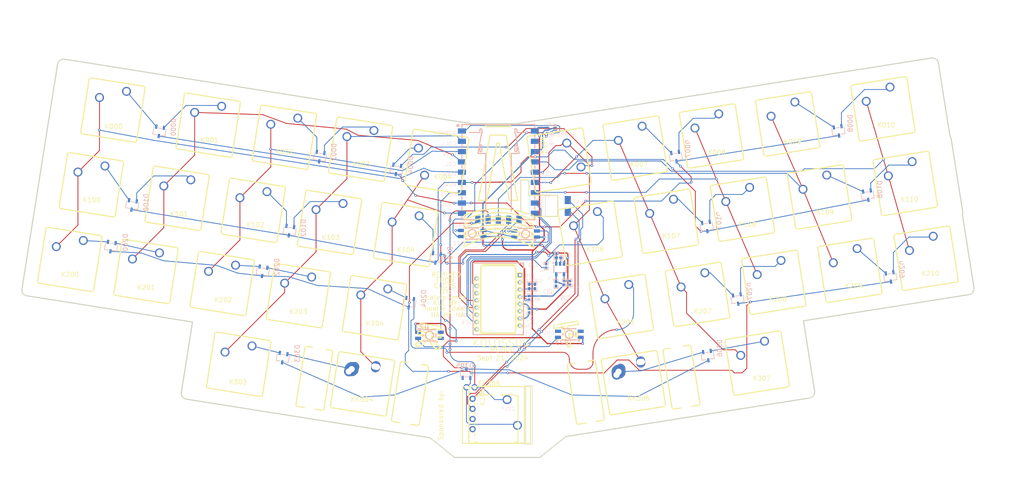
<source format=kicad_pcb>
(kicad_pcb (version 20221018) (generator pcbnew)
  (layers (0 "F.Cu" signal) (31 "B.Cu" signal) (34 "B.Paste" user) (35 "F.Paste" user) (36 "B.SilkS" user "B.Silkscreen") (37 "F.SilkS" user "F.Silkscreen") (38 "B.Mask" user) (39 "F.Mask" user) (44 "Edge.Cuts" user))
  (net 0 "")
  (net 1 "U11_15")
  (net 2 "MISO")
  (net 3 "CS")
  (net 4 "COL6")
  (net 5 "K006_1")
  (net 6 "+5V")
  (net 7 "K106_1")
  (net 8 "K206_1")
  (net 9 "COL5")
  (net 10 "+3V3")
  (net 11 "COL8")
  (net 12 "COL7")
  (net 13 "ROW0")
  (net 14 "COL4")
  (net 15 "COL1")
  (net 16 "ROW2")
  (net 17 "COL10")
  (net 18 "COL9")
  (net 19 "COL3")
  (net 20 "COL2")
  (net 21 "COL0")
  (net 22 "RGB")
  (net 23 "ROW1")
  (net 24 "ROW3")
  (net 25 "ENCB")
  (net 26 "ENCA")
  (net 27 "GND")
  (net 28 "SCK")
  (net 29 "MOSI")
  (net 30 "+2V")
  (net 31 "U11_3")
  (net 32 "U11_7")
  (net 33 "U23_4")
  (net 34 "U10_4")
  (net 35 "D306_1")
  (net 36 "K307_1")
  (net 37 "K207_1")
  (net 38 "K208_1")
  (net 39 "K210_1")
  (net 40 "K209_1")
  (net 41 "K108_1")
  (net 42 "K107_1")
  (net 43 "K110_1")
  (net 44 "K109_1")
  (net 45 "K010_1")
  (net 46 "K009_1")
  (net 47 "K008_1")
  (net 48 "K007_1")
  (net 49 "D303_2")
  (net 50 "K303_1")
  (net 51 "K200_1")
  (net 52 "K201_1")
  (net 53 "K202_1")
  (net 54 "K203_1")
  (net 55 "K204_1")
  (net 56 "K104_1")
  (net 57 "K103_1")
  (net 58 "K102_1")
  (net 59 "K101_1")
  (net 60 "K100_1")
  (net 61 "K004_1")
  (net 62 "K003_1")
  (net 63 "K002_1")
  (net 64 "K001_1")
  (net 65 "K000_1")
  (net 66 "EC305_1")
  (net 67 "U21_2")
  (net 68 "U20_2")
  (net 69 "RGBMCU")
  (footprint "easyeda:SOT-23-3_L3.0-W1.7-P0.95-LS2.9-BR" (layer "F.Cu") (at 175.26 74.803 -81)
    (fp_text reference "D107")
    (fp_text value "BAV70-C68978" hide)
  )
  (footprint "easyeda:C0402" (layer "F.Cu") (at 138.049 88.9 -90)
    (fp_text reference "C20")
    (fp_text value "4.7uF" hide)
  )
  (footprint "easyeda:C0402" (layer "F.Cu") (at 132.842 89.535 -90)
    (fp_text reference "C18")
    (fp_text value "100nF" hide)
  )
  (footprint "easyeda:SOT-23-3_L3.0-W1.7-P0.95-LS2.9-BR" (layer "F.Cu") (at 33.401 69.469 -99)
    (fp_text reference "D100")
    (fp_text value "BAV70-C68978" hide)
  )
  (footprint "easyeda:CHERRY_MX_100_MILLMAX" (layer "F.Cu") (at 100.965 76.708 -9)
    (fp_text reference "K104")
    (fp_text value "100")
  )
  (footprint "easyeda:CHERRY_MX_100_MILLMAX" (layer "F.Cu") (at 146.558 76.454 9)
    (fp_text reference "K106")
    (fp_text value "100")
  )
  (footprint "easyeda:SOT-23-3_L3.0-W1.7-P0.95-LS2.9-BR" (layer "F.Cu") (at 79.756 57.531 -99)
    (fp_text reference "D002")
    (fp_text value "BAV70-C68978" hide)
  )
  (footprint "easyeda:CHERRY_MX_100_MILLMAX" (layer "F.Cu") (at 203.2 67.437 9)
    (fp_text reference "K109")
    (fp_text value "100")
  )
  (footprint "easyeda:SOT-23-3_L3.0-W1.7-P0.95-LS2.9-BR" (layer "F.Cu") (at 70.612 107.188 -99)
    (fp_text reference "D303")
    (fp_text value "BAV70-C68978" hide)
  )
  (footprint "easyeda:CHERRY_MX_100_MILLMAX" (layer "F.Cu") (at 89.789 55.626 -9)
    (fp_text reference "K003")
    (fp_text value "100")
  )
  (footprint "easyeda:CHERRY_MX_100_MILLMAX" (layer "F.Cu") (at 173.101 91.567 9)
    (fp_text reference "K207")
    (fp_text value "100")
  )
  (footprint "easyeda:LED-SMD_L3.2-W2.8-TR" (layer "F.Cu") (at 117.348 76.454 180)
    (fp_text reference "U20")
    (fp_text value "SK6812MINI-E_C5149201" hide)
  )
  (footprint "easyeda:CHERRY_MX_100_MILLMAX" (layer "F.Cu") (at 28.702 45.974 -9)
    (fp_text reference "K000")
    (fp_text value "100")
  )
  (footprint "easyeda:CHERRY_MX_100_MILLMAX" (layer "F.Cu") (at 187.833 108.458 9)
    (fp_text reference "K307")
    (fp_text value "100")
  )
  (footprint "easyeda:CHERRY_MX_100_MILLMAX" (layer "F.Cu") (at 191.897 88.519 9)
    (fp_text reference "K208")
    (fp_text value "100")
  )
  (footprint "easyeda:CHERRY_MX_100_MILLMAX" (layer "F.Cu") (at 184.15 70.485 9)
    (fp_text reference "K108")
    (fp_text value "100")
  )
  (footprint "easyeda:R0402" (layer "F.Cu") (at 135.636 84.455 -90)
    (fp_text reference "R12")
    (fp_text value "10kΩ" hide)
  )
  (footprint "easyeda:CHERRY_MX_100_MILLMAX" (layer "F.Cu") (at 218.821 45.72 9)
    (fp_text reference "K010")
    (fp_text value "100")
  )
  (footprint "easyeda:LED-SMD_L3.2-W2.8-TR" (layer "F.Cu") (at 130.556 76.581 180)
    (fp_text reference "U21")
    (fp_text value "SK6812MINI-E_C5149201" hide)
  )
  (footprint "easyeda:SOT-23-3_L3.0-W1.7-P0.95-LS2.9-BR" (layer "F.Cu") (at 28.194 79.756 -99)
    (fp_text reference "D200")
    (fp_text value "BAV70-C68978" hide)
  )
  (footprint "easyeda:CHERRY_MX_100_MILLMAX" (layer "F.Cu") (at 55.626 88.9 -9)
    (fp_text reference "K202")
    (fp_text value "100")
  )
  (footprint "easyeda:SOT-23-3_L3.0-W1.7-P0.95-LS2.9-BR" (layer "F.Cu") (at 115.951 110.998 90)
    (fp_text reference "D305")
    (fp_text value "BAV70-C68978" hide)
  )
  (footprint "easyeda:SOT-23-3_L3.0-W1.7-P0.95-LS2.9-BR" (layer "F.Cu") (at 175.514 106.68 -81)
    (fp_text reference "D306")
    (fp_text value "BAV70-C68978" hide)
  )
  (footprint "easyeda:CHERRY_MX_100_MILLMAX" (layer "F.Cu") (at 18.034 82.804 -9)
    (fp_text reference "K200")
    (fp_text value "100")
  )
  (footprint "easyeda:CHERRY_MX_100_MILLMAX" (layer "F.Cu") (at 70.993 52.578 -9)
    (fp_text reference "K002")
    (fp_text value "100")
  )
  (footprint "easyeda:SOT-23-3_L3.0-W1.7-P0.95-LS2.9-BR" (layer "F.Cu") (at 72.263 75.819 -99)
    (fp_text reference "D102")
    (fp_text value "BAV70-C68978" hide)
  )
  (footprint "easyeda:C0402" (layer "F.Cu") (at 138.684 82.423)
    (fp_text reference "C19")
    (fp_text value "4.7uF" hide)
  )
  (footprint "easyeda:R0402" (layer "F.Cu") (at 140.081 88.646 90)
    (fp_text reference "R14")
    (fp_text value "15kΩ" hide)
  )
  (footprint "easyeda:R0402" (layer "F.Cu") (at 131.445 95.504 -90)
    (fp_text reference "R10")
    (fp_text value "10kΩ" hide)
  )
  (footprint "easyeda:SOT-23-3_L3.0-W1.7-P0.95-LS2.9-BR" (layer "F.Cu") (at 65.659 85.852 -99)
    (fp_text reference "D202")
    (fp_text value "BAV70-C68978" hide)
  )
  (footprint "easyeda:CHERRY_MX_100_MILLMAX" (layer "F.Cu") (at 224.282 64.135 9)
    (fp_text reference "K110")
    (fp_text value "100")
  )
  (footprint "easyeda:CHERRY_MX_100_MILLMAX" (layer "F.Cu") (at 63.373 70.739 -9)
    (fp_text reference "K102")
    (fp_text value "100")
  )
  (footprint "easyeda:CHERRY_MX_100_MILLMAX" (layer "F.Cu") (at 108.712 58.674 81)
    (fp_text reference "K004")
    (fp_text value "100")
  )
  (footprint "easyeda:R0402" (layer "F.Cu") (at 131.445 92.329 -90)
    (fp_text reference "R11")
    (fp_text value "39Ω" hide)
  )
  (footprint "easyeda:SOT-23-3_L3.0-W1.7-P0.95-LS2.9-BR" (layer "F.Cu") (at 182.88 92.71 -81)
    (fp_text reference "D207")
    (fp_text value "BAV70-C68978" hide)
  )
  (footprint "easyeda:CHERRY_MX_100_MILLMAX" (layer "F.Cu") (at 123.444 121.285 -90)
    (fp_text reference "K305")
    (fp_text value "100")
  )
  (footprint "easyeda:CHERRY_MX_100_MILLMAX" (layer "F.Cu") (at 210.693 85.598 9)
    (fp_text reference "K209")
    (fp_text value "100")
  )
  (footprint "easyeda:SOT-23-3_L3.0-W1.7-P0.95-LS2.9-BR" (layer "F.Cu") (at 98.679 60.706 -99)
    (fp_text reference "D004")
    (fp_text value "BAV70-C68978" hide)
  )
  (footprint "easyeda:SOT-23-5_L3.0-W1.7-P0.95-LS2.8-BR" (layer "F.Cu") (at 139.065 85.217 -90)
    (fp_text reference "U10")
    (fp_text value "AP2127K-ADJTRG1" hide)
  )
  (footprint "easyeda:C0402" (layer "F.Cu") (at 131.445 89.535 -90)
    (fp_text reference "C17")
    (fp_text value "4.7uF" hide)
  )
  (footprint "easyeda:PIN 1-PIN" (layer "F.Cu") (at 140.97 68.199)
    (fp_text reference "ENCA")
    (fp_text value "NO" hide)
  )
  (footprint "easyeda:CHERRY_MX_100_MILLMAX" (layer "F.Cu") (at 154.305 94.488 9)
    (fp_text reference "K206")
    (fp_text value "100")
  )
  (footprint "easyeda:CHERRY_MX_100_MILLMAX" (layer "F.Cu") (at 176.53 52.324 9)
    (fp_text reference "K008")
    (fp_text value "100")
  )
  (footprint "easyeda:CHERRY_MX_100_MILLMAX" (layer "F.Cu") (at 52.197 49.657 -9)
    (fp_text reference "K001")
    (fp_text value "100")
  )
  (footprint "easyeda:SOT-23-3_L3.0-W1.7-P0.95-LS2.9-BR" (layer "F.Cu") (at 215.011 67.056 -81)
    (fp_text reference "D108")
    (fp_text value "BAV70-C68978" hide)
  )
  (footprint "easyeda:CHERRY_MX_100_MILLMAX" (layer "F.Cu") (at 165.354 73.406 9)
    (fp_text reference "K107")
    (fp_text value "100")
  )
  (footprint "easyeda:CHERRY_MX_100_MILLMAX" (layer "F.Cu") (at 74.422 91.821 -9)
    (fp_text reference "K203")
    (fp_text value "100")
  )
  (footprint "easyeda:LED-SMD_L3.2-W2.8-TR" (layer "F.Cu") (at 106.807 101.6)
    (fp_text reference "U22")
    (fp_text value "SK6812MINI-E_C5149201" hide)
  )
  (footprint "easyeda:SOT-23-3_L3.0-W1.7-P0.95-LS2.9-BR" (layer "F.Cu") (at 40.132 51.308 -99)
    (fp_text reference "D000")
    (fp_text value "BAV70-C68978" hide)
  )
  (footprint "easyeda:CHERRY_MX_100_MILLMAX" (layer "F.Cu") (at 59.69 108.839 -9)
    (fp_text reference "K303")
    (fp_text value "100")
  )
  (footprint "easyeda:CHERRY_MX_100_MILLMAX" (layer "F.Cu") (at 229.489 82.55 9)
    (fp_text reference "K210")
    (fp_text value "100")
  )
  (footprint "easyeda:CHERRY_MX_100_MILLMAX" (layer "F.Cu") (at 93.218 94.742 -9)
    (fp_text reference "K204")
    (fp_text value "100")
  )
  (footprint "easyeda:SOT-23-3_L3.0-W1.7-P0.95-LS2.9-BR" (layer "F.Cu") (at 207.772 51.181 -81)
    (fp_text reference "D008")
    (fp_text value "BAV70-C68978" hide)
  )
  (footprint "easyeda:CHERRY_MX_100_MILLMAX" (layer "F.Cu") (at 82.169 73.66 -9)
    (fp_text reference "K103")
    (fp_text value "100")
  )
  (footprint "easyeda:SOT-23-3_L3.0-W1.7-P0.95-LS2.9-BR" (layer "F.Cu") (at 167.64 57.531 -81)
    (fp_text reference "D007")
    (fp_text value "BAV70-C68978" hide)
  )
  (footprint "easyeda:SOT-23-3_L3.0-W1.7-P0.95-LS2.9-BR" (layer "F.Cu") (at 101.854 93.599 -99)
    (fp_text reference "D204")
    (fp_text value "BAV70-C68978" hide)
  )
  (footprint "easyeda:SOT-23-3_L3.0-W1.7-P0.95-LS2.9-BR" (layer "F.Cu") (at 220.599 87.249 -81)
    (fp_text reference "D209")
    (fp_text value "BAV70-C68978" hide)
  )
  (footprint "easyeda:EVQWGD001 ENCODER" (layer "F.Cu") (at 115.951 114.427)
    (fp_text reference "EC305")
    (fp_text value "Roll Encoder - EVQWGD001" hide)
  )
  (footprint "easyeda:PMW3360DM-T2QU.PACK" (layer "F.Cu") (at 129.159 86.741)
    (fp_text reference "U11")
    (fp_text value "PMW3360DM-T2QU" hide)
  )
  (footprint "easyeda:CHERRY_MX_100_MILLMAX" (layer "F.Cu") (at 138.811 58.293 -81)
    (fp_text reference "K006")
    (fp_text value "100")
  )
  (footprint "easyeda:PIN 1-PIN" (layer "F.Cu") (at 140.97 71.12)
    (fp_text reference "ENCB")
    (fp_text value "NO" hide)
  )
  (footprint "easyeda:MX_ALPS-2U-REVERSEDSTABILIZERS-NOLED" (layer "F.Cu") (at 157.226 113.284 9)
    (fp_text reference "KK306")
    (fp_text value "2U")
  )
  (footprint "easyeda:COMM-SMD_23P-P2.54-L23.5-W18.0_RP2040-TINY" (layer "F.Cu") (at 123.825 62.103)
    (fp_text reference "U2")
    (fp_text value "RP2040-TINY" hide)
  )
  (footprint "easyeda:CHERRY_MX_100_MILLMAX" (layer "F.Cu") (at 195.326 49.403 9)
    (fp_text reference "K009")
    (fp_text value "100")
  )
  (footprint "easyeda:R0402" (layer "F.Cu") (at 141.478 88.646 -90)
    (fp_text reference "R13")
    (fp_text value "10kΩ" hide)
  )
  (footprint "easyeda:CHERRY_MX_100_MILLMAX" (layer "F.Cu") (at 157.607 55.372 9)
    (fp_text reference "K007")
    (fp_text value "100")
  )
  (footprint "easyeda:SC-70-6_L2.2-W1.3-P0.65-LS2.2-BR" (layer "F.Cu") (at 136.906 50.927 180)
    (fp_text reference "U6L")
    (fp_text value "SN74LVC1T45DCKR" hide)
  )
  (footprint "easyeda:CHERRY_MX_100_MILLMAX" (layer "F.Cu") (at 23.368 64.389 -9)
    (fp_text reference "K100")
    (fp_text value "100")
  )
  (footprint "easyeda:LED-SMD_L3.2-W2.8-TR" (layer "F.Cu") (at 141.351 101.346 180)
    (fp_text reference "U23")
    (fp_text value "SK6812MINI-E_C5149201" hide)
  )
  (footprint "easyeda:MX_ALPS-2U-REVERSEDSTABILIZERS-NOLED" (layer "F.Cu") (at 90.297 113.665 -9)
    (fp_text reference "KK304")
    (fp_text value "2U")
  )
  (footprint "easyeda:CHERRY_MX_100_MILLMAX" (layer "F.Cu") (at 44.577 67.818 -9)
    (fp_text reference "K101")
    (fp_text value "100")
  )
  (footprint "easyeda:SOT-23-3_L3.0-W1.7-P0.95-LS2.9-BR" (layer "F.Cu") (at 108.458 82.55 -99)
    (fp_text reference "D104")
    (fp_text value "BAV70-C68978" hide)
  )
  (footprint "easyeda:CHERRY_MX_100_MILLMAX" (layer "F.Cu") (at 36.83 85.852 -9)
    (fp_text reference "K201")
    (fp_text value "100")
  )
  (gr_arc (start 143.637 109.982) (mid 142.020554 109.312446) (end 141.351 107.696) (stroke (width 0.2)) (layer "F.Cu"))
  (gr_arc (start 111.125 83.82) (mid 110.76579 83.67121) (end 110.617 83.312) (stroke (width 0.2)) (layer "F.Cu"))
  (gr_arc (start 132.603 80.503) (mid 132.598607 80.513607) (end 132.588 80.518) (stroke (width 0.3)) (layer "F.Cu"))
  (gr_arc (start 109.601 98.679) (mid 110.499026 99.050974) (end 110.871 99.949) (stroke (width 0.3)) (layer "F.Cu"))
  (gr_arc (start 112.719 102.178) (mid 111.412267 101.636733) (end 110.871 100.33) (stroke (width 0.3)) (layer "F.Cu"))
  (gr_arc (start 126.365 80.518) (mid 125.287369 80.071631) (end 124.841 78.994) (stroke (width 0.3)) (layer "F.Cu"))
  (gr_arc (start 139.7 105.791) (mid 140.867433 106.274567) (end 141.351 107.442) (stroke (width 0.2)) (layer "F.Cu"))
  (gr_arc (start 120.65 70.866) (mid 121.099013 71.051987) (end 121.285 71.501) (stroke (width 0.2)) (layer "F.Cu"))
  (gr_arc (start 111.887 72.771) (mid 112.444962 71.423962) (end 113.792 70.866) (stroke (width 0.2)) (layer "F.Cu"))
  (gr_arc (start 103.378 98.806) (mid 103.415197 98.716197) (end 103.505 98.679) (stroke (width 0.3)) (layer "F.Cu"))
  (gr_arc (start 147.193 106.045) (mid 148.904082 101.914082) (end 153.035 100.203) (stroke (width 0.2)) (layer "F.Cu"))
  (gr_arc (start 147.193 108.204) (mid 146.672236 109.461236) (end 145.415 109.982) (stroke (width 0.2)) (layer "F.Cu"))
  (gr_arc (start 117.983 114.395) (mid 117.973627 114.417627) (end 117.951 114.427) (stroke (width 0.2)) (layer "F.Cu"))
  (gr_arc (start 110.363 104.775) (mid 110.901815 104.998185) (end 111.125 105.537) (stroke (width 0.2)) (layer "B.Cu"))
  (gr_arc (start 103.378 104.775) (mid 102.569777 104.440223) (end 102.235 103.632) (stroke (width 0.2)) (layer "B.Cu"))
  (gr_arc (start 102.235 98.044) (mid 102.309395 97.864395) (end 102.489 97.79) (stroke (width 0.2)) (layer "B.Cu"))
  (gr_arc (start 131.375 91.826) (mid 131.424497 91.846503) (end 131.445 91.896) (stroke (width 0.2)) (layer "B.Cu"))
  (gr_arc (start 131.445 95.937) (mid 131.010932 96.984932) (end 129.963 97.419) (stroke (width 0.3)) (layer "B.Cu"))
  (gr_arc (start 130.234 93.861) (mid 131.089599 94.215401) (end 131.444 95.071) (stroke (width 0.3)) (layer "B.Cu"))
  (gr_arc (start 116.84 108.077) (mid 117.648223 108.411777) (end 117.983 109.22) (stroke (width 0.2)) (layer "B.Cu"))
  (gr_arc (start 110.186 81.611) (mid 110.490763 81.737237) (end 110.617 82.042) (stroke (width 0.2)) (layer "B.Cu"))
  (gr_arc (start 144.151 102.096) (mid 144.505968 102.243032) (end 144.653 102.598) (stroke (width 0.3)) (layer "B.Cu"))
  (gr_arc (start 133.374 77.349) (mid 133.361272 77.343728) (end 133.356 77.331) (stroke (width 0.3)) (layer "B.Cu"))
  (gr_arc (start 104.007 100.85) (mid 103.56223 100.66577) (end 103.378 100.221) (stroke (width 0.3)) (layer "B.Cu"))
  (gr_arc (start 114.3 108.077) (mid 112.593751 107.370249) (end 111.887 105.664) (stroke (width 0.2)) (layer "B.Cu"))
  (gr_arc (start 157.226 96.012) (mid 155.998485 98.975485) (end 153.035 100.203) (stroke (width 0.2)) (layer "B.Cu"))
  (gr_arc (start 156.019 89.073) (mid 156.872478 89.426522) (end 157.226 90.28) (stroke (width 0.2)) (layer "B.Cu"))
  (gr_arc (start 124.067 77.204) (mid 124.614301 77.430699) (end 124.841 77.978) (stroke (width 0.3)) (layer "B.Cu"))
  (gr_arc (start 102.964 97.315) (mid 102.824876 97.650876) (end 102.489 97.79) (stroke (width 0.2)) (layer "B.Cu"))
  (gr_arc (start 128.093 51.887) (mid 127.95892 51.79805) (end 127.906682 51.645863) (stroke (width 0.254)) (layer "B.SilkS"))
  (gr_line (start 118.787 56.696) (end 120.704 56.696) (stroke (width 0.254)) (layer "B.SilkS"))
  (gr_line (start 119.257 56.025) (end 119.257 54.825) (stroke (width 0.254)) (layer "B.SilkS"))
  (gr_line (start 119.257 51.524) (end 119.257 50.845) (stroke (width 0.254)) (layer "B.SilkS"))
  (gr_line (start 127.907 51.645) (end 127.907 50.845) (stroke (width 0.254)) (layer "B.SilkS"))
  (gr_line (start 128.407 54.825) (end 128.407 56.025) (stroke (width 0.254)) (layer "B.SilkS"))
  (gr_arc (start 119.757 51.645) (mid 119.725686 51.766147) (end 119.639587 51.856945) (stroke (width 0.254)) (layer "B.SilkS"))
  (gr_line (start 127.006 56.696) (end 128.941 56.696) (stroke (width 0.254)) (layer "B.SilkS"))
  (gr_arc (start 119.257 50.845) (mid 119.507 50.595) (end 119.757 50.845) (stroke (width 0.254)) (layer "B.SilkS"))
  (gr_line (start 119.757 50.845) (end 119.757 51.645) (stroke (width 0.254)) (layer "B.SilkS"))
  (gr_line (start 119.757 54.825) (end 119.757 56.025) (stroke (width 0.254)) (layer "B.SilkS"))
  (gr_line (start 128.407 51.524) (end 131.006 51.524) (stroke (width 0.254)) (layer "B.SilkS"))
  (gr_arc (start 127.907 54.825) (mid 128.157 54.575) (end 128.407 54.825) (stroke (width 0.254)) (layer "B.SilkS"))
  (gr_arc (start 127.907 50.845) (mid 128.157 50.595) (end 128.407 50.845) (stroke (width 0.254)) (layer "B.SilkS"))
  (gr_line (start 128.941 56.696) (end 128.093 51.887) (stroke (width 0.254)) (layer "B.SilkS"))
  (gr_arc (start 128.407 56.025) (mid 128.157 56.275) (end 127.907 56.025) (stroke (width 0.254)) (layer "B.SilkS"))
  (gr_line (start 116.659 51.524) (end 119.257 51.524) (stroke (width 0.254)) (layer "B.SilkS"))
  (gr_line (start 119.64 51.857) (end 118.787 56.696) (stroke (width 0.254)) (layer "B.SilkS"))
  (gr_line (start 120.704 56.696) (end 120.704 70.941) (stroke (width 0.254)) (layer "B.SilkS"))
  (gr_arc (start 119.757 56.025) (mid 119.507 56.275) (end 119.257 56.025) (stroke (width 0.254)) (layer "B.SilkS"))
  (gr_line (start 127.006 70.947) (end 127.006 56.696) (stroke (width 0.254)) (layer "B.SilkS"))
  (gr_arc (start 119.257 54.825) (mid 119.507 54.575) (end 119.757 54.825) (stroke (width 0.254)) (layer "B.SilkS"))
  (gr_line (start 127.907 56.025) (end 127.907 54.825) (stroke (width 0.254)) (layer "B.SilkS"))
  (gr_line (start 128.407 50.845) (end 128.407 51.524) (stroke (width 0.254)) (layer "B.SilkS"))
  (gr_line (start 44.716 80.509) (end 42.682 93.349) (stroke (width 0.254)) (layer "F.SilkS"))
  (gr_arc (start 108.964 105.125) (mid 108.950907 105.128446) (end 108.9374 105.127507) (stroke (width 0.254)) (layer "F.SilkS"))
  (gr_line (start 128.809 89.032) (end 128.685 88.936) (stroke (width 0.254)) (layer "F.SilkS"))
  (gr_line (start 118.109 95.262) (end 117.985 95.166) (stroke (width 0.254)) (layer "F.SilkS"))
  (gr_line (start 143.608 101.164) (end 143.669 101.2) (stroke (width 0.254)) (layer "F.SilkS"))
  (gr_arc (start 88.037 81.247) (mid 87.83716 81.573462) (end 87.465009 81.663001) (stroke (width 0.254)) (layer "F.SilkS"))
  (gr_line (start 73.87 118.591) (end 76.06 104.763) (stroke (width 0.254)) (layer "F.SilkS"))
  (gr_line (start 10.039 88.179) (end 12.073 75.339) (stroke (width 0.254)) (layer "F.SilkS"))
  (gr_line (start 118.254 88.822) (end 118.409 88.802) (stroke (width 0.254)) (layer "F.SilkS"))
  (gr_line (start 120.675 49.671) (end 126.768 49.671) (stroke (width 0.254)) (layer "F.SilkS"))
  (gr_arc (start 186.47 96.445) (mid 186.097847 96.355468) (end 185.898001 96.029009) (stroke (width 0.254)) (layer "F.SilkS"))
  (gr_line (start 82.321 118.915) (end 84.355 106.075) (stroke (width 0.254)) (layer "F.SilkS"))
  (gr_line (start 125.761 52.172) (end 128.567 68.26) (stroke (width 0.254)) (layer "F.SilkS"))
  (gr_line (start 125.722 52.163) (end 128.527 68.252) (stroke (width 0.254)) (layer "F.SilkS"))
  (gr_line (start 118.929 89.702) (end 118.834 89.826) (stroke (width 0.254)) (layer "F.SilkS"))
  (gr_line (start 139.989 99.513) (end 137.566 99.94) (stroke (width 0.254)) (layer "F.SilkS"))
  (gr_line (start 115.416 77.449) (end 115.42 76.316) (stroke (width 0.254)) (layer "F.SilkS"))
  (gr_line (start 204.753 93.057) (end 202.72 80.218) (stroke (width 0.254)) (layer "F.SilkS"))
  (gr_arc (start 38.612 60.257) (mid 38.811851 59.93053) (end 39.184017 59.841003) (stroke (width 0.254)) (layer "F.SilkS"))
  (gr_arc (start 81.931 85.897) (mid 82.257462 86.09684) (end 82.347001 86.468991) (stroke (width 0.254)) (layer "F.SilkS"))
  (gr_line (start 117.809 96.522) (end 117.83 96.367) (stroke (width 0.254)) (layer "F.SilkS"))
  (gr_line (start 118.989 98.457) (end 118.929 98.602) (stroke (width 0.254)) (layer "F.SilkS"))
  (gr_line (start 118.565 100.662) (end 118.409 100.682) (stroke (width 0.254)) (layer "F.SilkS"))
  (gr_line (start 95.591 68.773) (end 108.431 70.807) (stroke (width 0.254)) (layer "F.SilkS"))
  (gr_arc (start 176.22 65.127) (mid 176.309532 64.754847) (end 176.635991 64.555001) (stroke (width 0.254)) (layer "F.SilkS"))
  (gr_line (start 7.41 91.838) (end 48.263 98.308) (stroke (width 0.254)) (layer "F.SilkS"))
  (gr_line (start 127.849 84.532) (end 127.937 84.619) (stroke (width 0.254)) (layer "F.SilkS"))
  (gr_line (start 128.954 87.932) (end 129.109 87.912) (stroke (width 0.254)) (layer "F.SilkS"))
  (gr_arc (start 162.937 47.423) (mid 163.309153 47.512532) (end 163.508999 47.838991) (stroke (width 0.254)) (layer "F.SilkS"))
  (gr_line (start 129.265 90.872) (end 129.109 90.892) (stroke (width 0.254)) (layer "F.SilkS"))
  (gr_line (start 129.689 95.477) (end 129.709 95.632) (stroke (width 0.254)) (layer "F.SilkS"))
  (gr_line (start 118.834 99.658) (end 118.929 99.782) (stroke (width 0.254)) (layer "F.SilkS"))
  (gr_line (start 129.109 89.692) (end 129.265 89.712) (stroke (width 0.254)) (layer "F.SilkS"))
  (gr_line (start 118.254 87.042) (end 118.409 87.022) (stroke (width 0.254)) (layer "F.SilkS"))
  (gr_arc (start 107.552 104.101) (mid 107.391395 103.907185) (end 107.243836 103.703262) (stroke (width 0.254)) (layer "F.SilkS"))
  (gr_line (start 106.781 102.732) (end 106.687 102.494) (stroke (width 0.254)) (layer "F.SilkS"))
  (gr_line (start 128.53 97.567) (end 128.509 97.412) (stroke (width 0.254)) (layer "F.SilkS"))
  (gr_line (start 184.28 82.617) (end 197.12 80.584) (stroke (width 0.254)) (layer "F.SilkS"))
  (gr_arc (start 44.34 79.945) (mid 44.666462 80.14484) (end 44.756001 80.516991) (stroke (width 0.254)) (layer "F.SilkS"))
  (gr_line (start 129.629 99.492) (end 129.534 99.616) (stroke (width 0.254)) (layer "F.SilkS"))
  (gr_line (start 129.109 90.892) (end 128.954 90.872) (stroke (width 0.254)) (layer "F.SilkS"))
  (gr_line (start 66.486 97.119) (end 68.519 84.279) (stroke (width 0.254)) (layer "F.SilkS"))
  (gr_line (start 148.307 101.998) (end 146.273 89.158) (stroke (width 0.254)) (layer "F.SilkS"))
  (gr_line (start 129.709 87.332) (end 128.509 87.332) (stroke (width 0.254)) (layer "F.SilkS"))
  (gr_line (start 118.929 91.482) (end 118.834 91.606) (stroke (width 0.254)) (layer "F.SilkS"))
  (gr_line (start 128.809 98.672) (end 128.954 98.612) (stroke (width 0.254)) (layer "F.SilkS"))
  (gr_arc (start 115.42 76.316) (mid 123.967904 74.307412) (end 132.479111 76.466219) (stroke (width 0.254)) (layer "F.SilkS"))
  (gr_line (start 154.035 82.309) (end 141.195 84.343) (stroke (width 0.254)) (layer "F.SilkS"))
  (gr_line (start 100.175 108.074) (end 106.101 109.013) (stroke (width 0.254)) (layer "F.SilkS"))
  (gr_arc (start 103.432 103.838) (mid 103.476004 103.920899) (end 103.519162 104.004241) (stroke (width 0.254)) (layer "F.SilkS"))
  (gr_line (start 118.834 100.506) (end 118.709 100.602) (stroke (width 0.254)) (layer "F.SilkS"))
  (gr_line (start 118.989 98.147) (end 119.009 98.302) (stroke (width 0.254)) (layer "F.SilkS"))
  (gr_line (start 128.954 89.092) (end 128.809 89.032) (stroke (width 0.254)) (layer "F.SilkS"))
  (gr_line (start 129.265 98.612) (end 129.409 98.672) (stroke (width 0.254)) (layer "F.SilkS"))
  (gr_line (start 23.295 90.785) (end 10.455 88.751) (stroke (width 0.254)) (layer "F.SilkS"))
  (gr_arc (start 115.433 71.923) (mid 123.968 70.307994) (end 132.478704 72.046492) (stroke (width 0.254)) (layer "F.SilkS"))
  (gr_line (start 119.884 101.248) (end 119.768 101.208) (stroke (width 0.254)) (layer "F.SilkS"))
  (gr_line (start 119.884 84.426) (end 120.007 84.412) (stroke (width 0.254)) (layer "F.SilkS"))
  (gr_line (start 187.728 43.497) (end 200.568 41.463) (stroke (width 0.254)) (layer "F.SilkS"))
  (gr_line (start 87.946 86.852) (end 100.786 88.885) (stroke (width 0.254)) (layer "F.SilkS"))
  (gr_arc (start 108.588 104.94) (mid 108.473731 104.866438) (end 108.361245 104.790179) (stroke (width 0.254)) (layer "F.SilkS"))
  (gr_line (start 118.929 90.882) (end 118.989 91.027) (stroke (width 0.254)) (layer "F.SilkS"))
  (gr_line (start 132.49 72.096) (end 132.439 72.077) (stroke (width 0.254)) (layer "F.SilkS"))
  (gr_line (start 128.59 91.772) (end 128.685 91.648) (stroke (width 0.254)) (layer "F.SilkS"))
  (gr_line (start 106.556 109.593) (end 104.366 123.421) (stroke (width 0.254)) (layer "F.SilkS"))
  (gr_arc (start 215.936 77.604) (mid 216.308163 77.69354) (end 216.508003 78.020017) (stroke (width 0.254)) (layer "F.SilkS"))
  (gr_line (start 119.768 84.466) (end 119.884 84.426) (stroke (width 0.254)) (layer "F.SilkS"))
  (gr_line (start 106.516 109.585) (end 104.326 123.412) (stroke (width 0.254)) (layer "F.SilkS"))
  (gr_arc (start 144.121 50.403) (mid 144.493446 50.491825) (end 144.693999 50.817991) (stroke (width 0.254)) (layer "F.SilkS"))
  (gr_line (start 236.941 88.451) (end 224.101 90.485) (stroke (width 0.254)) (layer "F.SilkS"))
  (gr_arc (start 30.888 78.319) (mid 31.08784 77.992538) (end 31.459991 77.902999) (stroke (width 0.254)) (layer "F.SilkS"))
  (gr_arc (start 36.188 40.079) (mid 36.51447 40.278851) (end 36.603997 40.651017) (stroke (width 0.254)) (layer "F.SilkS"))
  (gr_line (start 128.685 97.836) (end 128.59 97.712) (stroke (width 0.254)) (layer "F.SilkS"))
  (gr_arc (start 107.302 101.964) (mid 107.296986 101.940731) (end 107.297765 101.91694) (stroke (width 0.254)) (layer "F.SilkS"))
  (gr_arc (start 29.31 91.739) (mid 28.983538 91.53916) (end 28.893999 91.167009) (stroke (width 0.254)) (layer "F.SilkS"))
  (gr_line (start 117.89 96.222) (end 117.985 96.098) (stroke (width 0.254)) (layer "F.SilkS"))
  (gr_line (start 178.214 77.959) (end 176.181 65.119) (stroke (width 0.254)) (layer "F.SilkS"))
  (gr_line (start 128.685 95.208) (end 128.809 95.112) (stroke (width 0.254)) (layer "F.SilkS"))
  (gr_arc (start 15.787 70.308) (mid 15.460538 70.10816) (end 15.370999 69.736009) (stroke (width 0.254)) (layer "F.SilkS"))
  (gr_line (start 137.566 99.94) (end 137.498 99.551) (stroke (width 0.254)) (layer "F.SilkS"))
  (gr_line (start 129.709 92.072) (end 129.689 92.227) (stroke (width 0.254)) (layer "F.SilkS"))
  (gr_line (start 118.254 89.982) (end 118.109 89.922) (stroke (width 0.254)) (layer "F.SilkS"))
  (gr_line (start 127.507 101.262) (end 120.007 101.262) (stroke (width 0.254)) (layer "F.SilkS"))
  (gr_line (start 117.83 96.367) (end 117.89 96.222) (stroke (width 0.254)) (layer "F.SilkS"))
  (gr_line (start 218.425 71.605) (end 216.391 58.765) (stroke (width 0.254)) (layer "F.SilkS"))
  (gr_arc (start 103.846 103.471) (mid 103.790531 103.487268) (end 103.734931 103.503081) (stroke (width 0.254)) (layer "F.SilkS"))
  (gr_line (start 129.534 88.936) (end 129.409 89.032) (stroke (width 0.254)) (layer "F.SilkS"))
  (gr_line (start 128.809 96.152) (end 128.685 96.056) (stroke (width 0.254)) (layer "F.SilkS"))
  (gr_line (start 117.985 93.386) (end 117.89 93.262) (stroke (width 0.254)) (layer "F.SilkS"))
  (gr_line (start 100.214 108.082) (end 106.14 109.021) (stroke (width 0.254)) (layer "F.SilkS"))
  (gr_line (start 128.53 95.787) (end 128.509 95.632) (stroke (width 0.254)) (layer "F.SilkS"))
  (gr_line (start 126.768 50.063) (end 120.675 50.063) (stroke (width 0.254)) (layer "F.SilkS"))
  (gr_line (start 118.109 90.662) (end 118.254 90.602) (stroke (width 0.254)) (layer "F.SilkS"))
  (gr_line (start 128.59 97.112) (end 128.685 96.988) (stroke (width 0.254)) (layer "F.SilkS"))
  (gr_line (start 117.89 87.322) (end 117.985 87.198) (stroke (width 0.254)) (layer "F.SilkS"))
  (gr_line (start 129.109 89.112) (end 128.954 89.092) (stroke (width 0.254)) (layer "F.SilkS"))
  (gr_line (start 128.59 98.892) (end 128.685 98.768) (stroke (width 0.254)) (layer "F.SilkS"))
  (gr_arc (start 106.072 101.726) (mid 106.073821 101.727571) (end 106.07401 101.729969) (stroke (width 0.254)) (layer "F.SilkS"))
  (gr_line (start 128.236 49.35) (end 117.267 49.35) (stroke (width 0.254)) (layer "F.SilkS"))
  (gr_arc (start 115.376 77.441) (mid 123.928318 75.29946) (end 132.439441 77.599273) (stroke (width 0.254)) (layer "F.SilkS"))
  (gr_line (start 128.53 95.477) (end 128.59 95.332) (stroke (width 0.254)) (layer "F.SilkS"))
  (gr_line (start 106.927 126.887) (end 112.975 131.748) (stroke (width 0.254)) (layer "F.SilkS"))
  (gr_line (start 119.009 89.402) (end 118.989 89.557) (stroke (width 0.254)) (layer "F.SilkS"))
  (gr_line (start 118.834 93.386) (end 118.709 93.482) (stroke (width 0.254)) (layer "F.SilkS"))
  (gr_arc (start 108.517 101.271) (mid 108.276225 101.234717) (end 108.03554 101.197836) (stroke (width 0.254)) (layer "F.SilkS"))
  (gr_line (start 149.607 122.598) (end 143.681 123.536) (stroke (width 0.254)) (layer "F.SilkS"))
  (gr_arc (start 173.605 118.291) (mid 173.515468 118.663153) (end 173.189009 118.862999) (stroke (width 0.254)) (layer "F.SilkS"))
  (gr_arc (start 105.596 102.429) (mid 105.365537 102.656861) (end 105.113612 102.860742) (stroke (width 0.254)) (layer "F.SilkS"))
  (gr_line (start 202.758 55.291) (end 189.918 57.324) (stroke (width 0.254)) (layer "F.SilkS"))
  (gr_arc (start 22.737 38.453) (mid 22.93684 38.126538) (end 23.308991 38.036999) (stroke (width 0.254)) (layer "F.SilkS"))
  (gr_arc (start 202.68 80.209) (mid 202.769532 79.836847) (end 203.095991 79.637001) (stroke (width 0.254)) (layer "F.SilkS"))
  (gr_line (start 189.346 56.909) (end 187.312 44.069) (stroke (width 0.254)) (layer "F.SilkS"))
  (gr_line (start 117.83 91.337) (end 117.809 91.182) (stroke (width 0.254)) (layer "F.SilkS"))
  (gr_line (start 128.685 88.088) (end 128.809 87.992) (stroke (width 0.254)) (layer "F.SilkS"))
  (gr_line (start 211.287 39.78) (end 224.127 37.746) (stroke (width 0.254)) (layer "F.SilkS"))
  (gr_line (start 107.443 99.882) (end 107.346 100.464) (stroke (width 0.254)) (layer "F.SilkS"))
  (gr_line (start 103.373 103.739) (end 103.29 103.61) (stroke (width 0.254)) (layer "F.SilkS"))
  (gr_arc (start 105.076 103.931) (mid 104.736512 104.081698) (end 104.387426 104.208589) (stroke (width 0.254)) (layer "F.SilkS"))
  (gr_arc (start 146.273 89.158) (mid 146.36254 88.785837) (end 146.689017 88.585997) (stroke (width 0.254)) (layer "F.SilkS"))
  (gr_line (start 131.358 63.212) (end 131.358 67.022) (stroke (width 0.254)) (layer "F.SilkS"))
  (gr_line (start 132.439 72.077) (end 132.439 73.126) (stroke (width 0.254)) (layer "F.SilkS"))
  (gr_arc (start 48.125 94.719) (mid 47.798538 94.51916) (end 47.708999 94.147009) (stroke (width 0.254)) (layer "F.SilkS"))
  (gr_arc (start 141.439 102.75) (mid 141.374076 102.379905) (end 141.309775 102.009702) (stroke (width 0.254)) (layer "F.SilkS"))
  (gr_line (start 124.08 54.172) (end 123.443 54.172) (stroke (width 0.254)) (layer "F.SilkS"))
  (gr_line (start 90.031 68.399) (end 87.997 81.239) (stroke (width 0.254)) (layer "F.SilkS"))
  (gr_line (start 128.954 98.612) (end 129.109 98.592) (stroke (width 0.254)) (layer "F.SilkS"))
  (gr_arc (start 104.136 104.266) (mid 104.02802 104.296412) (end 103.919579 104.325135) (stroke (width 0.254)) (layer "F.SilkS"))
  (gr_arc (start 108.773 104.01) (mid 108.520959 103.812759) (end 108.28663 103.594772) (stroke (width 0.254)) (layer "F.SilkS"))
  (gr_arc (start 143.124 101.973) (mid 143.089399 101.954707) (end 143.054953 101.936122) (stroke (width 0.254)) (layer "F.SilkS"))
  (gr_line (start 128.59 92.372) (end 128.53 92.227) (stroke (width 0.254)) (layer "F.SilkS"))
  (gr_arc (start 46.764 117.358) (mid 45.785605 116.758055) (end 45.518 115.642) (stroke (width 0.254)) (layer "F.SilkS"))
  (gr_arc (start 107.591 104.109) (mid 107.430395 103.915185) (end 107.282836 103.711262) (stroke (width 0.254)) (layer "F.SilkS"))
  (gr_line (start 118.709 96.002) (end 118.834 96.098) (stroke (width 0.254)) (layer "F.SilkS"))
  (gr_line (start 140.429 98.608) (end 143.405 98.09) (stroke (width 0.254)) (layer "F.SilkS"))
  (gr_line (start 129.629 91.772) (end 129.689 91.917) (stroke (width 0.254)) (layer "F.SilkS"))
  (gr_line (start 173.19 118.863) (end 167.263 119.801) (stroke (width 0.254)) (layer "F.SilkS"))
  (gr_arc (start 205.286 93.465) (mid 204.913847 93.375468) (end 204.714001 93.049009) (stroke (width 0.254)) (layer "F.SilkS"))
  (gr_line (start 164.877 104.978) (end 170.803 104.039) (stroke (width 0.254)) (layer "F.SilkS"))
  (gr_line (start 123.403 54.163) (end 120.947 68.252) (stroke (width 0.254)) (layer "F.SilkS"))
  (gr_arc (start 78.523 46.785) (mid 78.848755 46.984547) (end 78.938001 47.355991) (stroke (width 0.254)) (layer "F.SilkS"))
  (gr_line (start 131.282 52.437) (end 144.121 50.403) (stroke (width 0.254)) (layer "F.SilkS"))
  (gr_line (start 129.409 97.932) (end 129.265 97.992) (stroke (width 0.254)) (layer "F.SilkS"))
  (gr_line (start 117.985 94.318) (end 118.109 94.222) (stroke (width 0.254)) (layer "F.SilkS"))
  (gr_arc (start 152.287 63.284) (mid 151.914837 63.19446) (end 151.714997 62.867983) (stroke (width 0.254)) (layer "F.SilkS"))
  (gr_arc (start 108.895 105.111) (mid 108.842106 105.084025) (end 108.789448 105.056592) (stroke (width 0.254)) (layer "F.SilkS"))
  (gr_arc (start 221.535 77.237) (mid 221.624532 76.864847) (end 221.950991 76.665001) (stroke (width 0.254)) (layer "F.SilkS"))
  (gr_arc (start 106.111 101.735) (mid 106.11311 101.735868) (end 106.114 101.737969) (stroke (width 0.254)) (layer "F.SilkS"))
  (gr_arc (start 215.975 77.612) (mid 216.347163 77.70154) (end 216.547003 78.028017) (stroke (width 0.254)) (layer "F.SilkS"))
  (gr_line (start 141.335 108.721) (end 147.261 107.783) (stroke (width 0.254)) (layer "F.SilkS"))
  (gr_line (start 221.911 76.657) (end 234.751 74.624) (stroke (width 0.254)) (layer "F.SilkS"))
  (gr_line (start 118.709 93.482) (end 118.565 93.542) (stroke (width 0.254)) (layer "F.SilkS"))
  (gr_line (start 57.96 62.813) (end 70.8 64.847) (stroke (width 0.254)) (layer "F.SilkS"))
  (gr_arc (start 38.572 60.249) (mid 38.771851 59.92253) (end 39.144017 59.833003) (stroke (width 0.254)) (layer "F.SilkS"))
  (gr_line (start 118.709 88.142) (end 118.565 88.202) (stroke (width 0.254)) (layer "F.SilkS"))
  (gr_line (start 128.002 100.951) (end 127.937 101.055) (stroke (width 0.254)) (layer "F.SilkS"))
  (gr_arc (start 143.367 101.032) (mid 143.509398 101.097504) (end 143.647147 101.172292) (stroke (width 0.254)) (layer "F.SilkS"))
  (gr_line (start 149.669 107.401) (end 162.509 105.367) (stroke (width 0.254)) (layer "F.SilkS"))
  (gr_arc (start 189.918 57.324) (mid 189.545837 57.23446) (end 189.345997 56.907983) (stroke (width 0.254)) (layer "F.SilkS"))
  (gr_line (start 117.809 92.962) (end 117.83 92.807) (stroke (width 0.254)) (layer "F.SilkS"))
  (gr_line (start 118.709 92.442) (end 118.834 92.538) (stroke (width 0.254)) (layer "F.SilkS"))
  (gr_arc (start 170.621 65.493) (mid 170.993167 65.582543) (end 171.193004 65.909026) (stroke (width 0.254)) (layer "F.SilkS"))
  (gr_arc (start 130.905 53.017) (mid 130.994532 52.644847) (end 131.320991 52.445001) (stroke (width 0.254)) (layer "F.SilkS"))
  (gr_line (start 241.233 89.822) (end 238.41 71.994) (stroke (width 0.254)) (layer "F.SilkS"))
  (gr_line (start 183.982 58.279) (end 171.142 60.312) (stroke (width 0.254)) (layer "F.SilkS"))
  (gr_line (start 126.808 50.072) (end 120.715 50.072) (stroke (width 0.254)) (layer "F.SilkS"))
  (gr_line (start 52.4 62.439) (end 50.366 75.279) (stroke (width 0.254)) (layer "F.SilkS"))
  (gr_line (start 129.265 95.052) (end 129.409 95.112) (stroke (width 0.254)) (layer "F.SilkS"))
  (gr_arc (start 52.161 114.644) (mid 51.83483 114.443453) (end 51.745999 114.071009) (stroke (width 0.254)) (layer "F.SilkS"))
  (gr_line (start 44.262 55.026) (end 46.296 42.186) (stroke (width 0.254)) (layer "F.SilkS"))
  (gr_line (start 118.109 92.442) (end 118.254 92.382) (stroke (width 0.254)) (layer "F.SilkS"))
  (gr_arc (start 63.116 82.917) (mid 63.44247 83.116851) (end 63.531997 83.489017) (stroke (width 0.254)) (layer "F.SilkS"))
  (gr_line (start 130.04 128.231) (end 117.04 128.231) (stroke (width 0.254)) (layer "F.SilkS"))
  (gr_line (start 190.048 62.937) (end 192.081 75.777) (stroke (width 0.254)) (layer "F.SilkS"))
  (gr_arc (start 142.65 101.735) (mid 142.854827 101.83184) (end 143.055806 101.936432) (stroke (width 0.254)) (layer "F.SilkS"))
  (gr_line (start 127.937 84.619) (end 128.002 84.723) (stroke (width 0.254)) (layer "F.SilkS"))
  (gr_line (start 201.14 41.879) (end 203.173 54.718) (stroke (width 0.254)) (layer "F.SilkS"))
  (gr_arc (start 100.786 88.885) (mid 101.112462 89.08484) (end 101.202001 89.456991) (stroke (width 0.254)) (layer "F.SilkS"))
  (gr_arc (start 58.09 57.216) (mid 57.89016 57.542462) (end 57.518009 57.632001) (stroke (width 0.254)) (layer "F.SilkS"))
  (gr_line (start 119.865 84.157) (end 120.104 84.103) (stroke (width 0.254)) (layer "F.SilkS"))
  (gr_line (start 128.954 96.212) (end 128.809 96.152) (stroke (width 0.254)) (layer "F.SilkS"))
  (gr_line (start 87.465 81.663) (end 74.625 79.629) (stroke (width 0.254)) (layer "F.SilkS"))
  (gr_line (start 118.929 95.042) (end 118.834 95.166) (stroke (width 0.254)) (layer "F.SilkS"))
  (gr_arc (start 143.359 101.767) (mid 143.321621 101.833547) (end 143.283749 101.899814) (stroke (width 0.254)) (layer "F.SilkS"))
  (gr_line (start 141.439 102.75) (end 141.72 104.343) (stroke (width 0.254)) (layer "F.SilkS"))
  (gr_line (start 163.081 105.783) (end 165.115 118.623) (stroke (width 0.254)) (layer "F.SilkS"))
  (gr_line (start 118.989 100.237) (end 118.929 100.382) (stroke (width 0.254)) (layer "F.SilkS"))
  (gr_line (start 118.409 97.702) (end 118.565 97.722) (stroke (width 0.254)) (layer "F.SilkS"))
  (gr_arc (start 95.721 63.177) (mid 95.520453 63.50317) (end 95.148009 63.592001) (stroke (width 0.254)) (layer "F.SilkS"))
  (gr_line (start 151.248 120.805) (end 149.214 107.965) (stroke (width 0.254)) (layer "F.SilkS"))
  (gr_line (start 129.534 97.836) (end 129.409 97.932) (stroke (width 0.254)) (layer "F.SilkS"))
  (gr_line (start 168.952 46.485) (end 181.792 44.451) (stroke (width 0.254)) (layer "F.SilkS"))
  (gr_line (start 129.534 98.768) (end 129.629 98.892) (stroke (width 0.254)) (layer "F.SilkS"))
  (gr_line (start 129.409 89.772) (end 129.534 89.868) (stroke (width 0.254)) (layer "F.SilkS"))
  (gr_arc (start 106.852 84.227) (mid 106.65216 84.553462) (end 106.280009 84.643001) (stroke (width 0.254)) (layer "F.SilkS"))
  (gr_line (start 48.263 98.308) (end 45.517 115.642) (stroke (width 0.254)) (layer "F.SilkS"))
  (gr_arc (start 103.774 103.511) (mid 103.715484 103.52717) (end 103.656855 103.542925) (stroke (width 0.254)) (layer "F.SilkS"))
  (gr_arc (start 130.5 127.723) (mid 130.353553 128.076553) (end 130 128.223) (stroke (width 0.254)) (layer "F.SilkS"))
  (gr_line (start 109.339 104.353) (end 109.613 104.491) (stroke (width 0.254)) (layer "F.SilkS"))
  (gr_arc (start 101.084 64.531) (mid 100.75783 64.330453) (end 100.668999 63.958009) (stroke (width 0.254)) (layer "F.SilkS"))
  (gr_line (start 81.853 60.978) (end 83.887 48.138) (stroke (width 0.254)) (layer "F.SilkS"))
  (gr_line (start 238.441 70.976) (end 235.618 53.149) (stroke (width 0.254)) (layer "F.SilkS"))
  (gr_line (start 98.182 108.265) (end 96.149 121.105) (stroke (width 0.254)) (layer "F.SilkS"))
  (gr_line (start 117.985 87.198) (end 118.109 87.102) (stroke (width 0.254)) (layer "F.SilkS"))
  (gr_line (start 117.83 93.117) (end 117.809 92.962) (stroke (width 0.254)) (layer "F.SilkS"))
  (gr_arc (start 147.261 107.783) (mid 147.632446 107.872239) (end 147.831999 108.197991) (stroke (width 0.254)) (layer "F.SilkS"))
  (gr_arc (start 117 128.223) (mid 116.646447 128.076553) (end 116.5 127.723) (stroke (width 0.254)) (layer "F.SilkS"))
  (gr_arc (start 68.559 84.287) (mid 68.759547 83.96083) (end 69.131991 83.871999) (stroke (width 0.254)) (layer "F.SilkS"))
  (gr_arc (start 105.429 101.629) (mid 105.608553 101.656474) (end 105.788049 101.684315) (stroke (width 0.254)) (layer "F.SilkS"))
  (gr_line (start 178.916 83.988) (end 180.95 96.828) (stroke (width 0.254)) (layer "F.SilkS"))
  (gr_line (start 106.403 100.943) (end 106.593 99.755) (stroke (width 0.254)) (layer "F.SilkS"))
  (gr_arc (start 141.074 100.392) (mid 141.058848 100.324508) (end 141.043963 100.256957) (stroke (width 0.254)) (layer "F.SilkS"))
  (gr_arc (start 218.541 90.859) (mid 218.45146 91.231163) (end 218.124983 91.431003) (stroke (width 0.254)) (layer "F.SilkS"))
  (gr_arc (start 70.839 64.855) (mid 71.165462 65.05484) (end 71.255001 65.426991) (stroke (width 0.254)) (layer "F.SilkS"))
  (gr_line (start 118.834 98.726) (end 118.709 98.822) (stroke (width 0.254)) (layer "F.SilkS"))
  (gr_arc (start 108.322 104.782) (mid 108.21103 104.70286) (end 108.101971 104.621107) (stroke (width 0.254)) (layer "F.SilkS"))
  (gr_line (start 152.417 68.897) (end 154.451 81.737) (stroke (width 0.254)) (layer "F.SilkS"))
  (gr_arc (start 229.607 56.151) (mid 229.979153 56.240532) (end 230.178999 56.566991) (stroke (width 0.254)) (layer "F.SilkS"))
  (gr_line (start 150.097 49.457) (end 162.937 47.423) (stroke (width 0.254)) (layer "F.SilkS"))
  (gr_line (start 129.109 91.472) (end 129.265 91.492) (stroke (width 0.254)) (layer "F.SilkS"))
  (gr_arc (start 103.413 103.747) (mid 103.443273 103.796042) (end 103.471542 103.846266) (stroke (width 0.254)) (layer "F.SilkS"))
  (gr_arc (start 76.02 104.755) (mid 76.219854 104.428527) (end 76.592026 104.339004) (stroke (width 0.254)) (layer "F.SilkS"))
  (gr_line (start 20.743 51.301) (end 22.776 38.461) (stroke (width 0.254)) (layer "F.SilkS"))
  (gr_line (start 118.409 99.482) (end 118.565 99.502) (stroke (width 0.254)) (layer "F.SilkS"))
  (gr_line (start 128.954 99.772) (end 128.809 99.712) (stroke (width 0.254)) (layer "F.SilkS"))
  (gr_line (start 117.83 87.777) (end 117.809 87.622) (stroke (width 0.254)) (layer "F.SilkS"))
  (gr_line (start 223.529 90.069) (end 221.495 77.229) (stroke (width 0.254)) (layer "F.SilkS"))
  (gr_line (start 103.314 50.711) (end 116.154 52.745) (stroke (width 0.254)) (layer "F.SilkS"))
  (gr_arc (start 107.885 103.111) (mid 107.716327 102.843535) (end 107.571188 102.562603) (stroke (width 0.254)) (layer "F.SilkS"))
  (gr_line (start 129.709 90.292) (end 129.689 90.447) (stroke (width 0.254)) (layer "F.SilkS"))
  (gr_arc (start 49.743 81.307) (mid 49.943558 80.980823) (end 50.316017 80.892003) (stroke (width 0.254)) (layer "F.SilkS"))
  (gr_line (start 157.82 67.535) (end 170.66 65.502) (stroke (width 0.254)) (layer "F.SilkS"))
  (gr_line (start 12.684 74.932) (end 25.524 76.965) (stroke (width 0.254)) (layer "F.SilkS"))
  (gr_line (start 132.439 74.224) (end 132.439 75.334) (stroke (width 0.254)) (layer "F.SilkS"))
  (gr_line (start 106.363 100.935) (end 106.553 99.747) (stroke (width 0.254)) (layer "F.SilkS"))
  (gr_arc (start 22.776 38.461) (mid 22.976547 38.13483) (end 23.348991 38.045999) (stroke (width 0.254)) (layer "F.SilkS"))
  (gr_line (start 118.565 88.822) (end 118.709 88.882) (stroke (width 0.254)) (layer "F.SilkS"))
  (gr_arc (start 143.185 102.004) (mid 143.154672 101.988882) (end 143.124542 101.973372) (stroke (width 0.254)) (layer "F.SilkS"))
  (gr_line (start 65.041 116.686) (end 52.201 114.652) (stroke (width 0.254)) (layer "F.SilkS"))
  (gr_arc (start 142.014 101.457) (mid 142.332831 101.593899) (end 142.650093 101.734395) (stroke (width 0.254)) (layer "F.SilkS"))
  (gr_arc (start 12.112 75.347) (mid 12.31184 75.020538) (end 12.683991 74.930999) (stroke (width 0.254)) (layer "F.SilkS"))
  (gr_arc (start 138.589 71.087) (mid 138.678532 70.714847) (end 139.004991 70.515001) (stroke (width 0.254)) (layer "F.SilkS"))
  (gr_arc (start 171.102 60.304) (mid 170.729847 60.214468) (end 170.530001 59.888009) (stroke (width 0.254)) (layer "F.SilkS"))
  (gr_line (start 117.89 98.002) (end 117.985 97.878) (stroke (width 0.254)) (layer "F.SilkS"))
  (gr_arc (start 105.037 103.923) (mid 104.69751 104.073767) (end 104.348417 104.200727) (stroke (width 0.254)) (layer "F.SilkS"))
  (gr_arc (start 173.227 78.749) (mid 173.137468 79.121153) (end 172.811009 79.320999) (stroke (width 0.254)) (layer "F.SilkS"))
  (gr_line (start 118.929 96.222) (end 118.989 96.367) (stroke (width 0.254)) (layer "F.SilkS"))
  (gr_arc (start 36.149 40.071) (mid 36.47547 40.270851) (end 36.564997 40.643017) (stroke (width 0.254)) (layer "F.SilkS"))
  (gr_line (start 57.999 62.821) (end 70.839 64.855) (stroke (width 0.254)) (layer "F.SilkS"))
  (gr_line (start 128.954 90.872) (end 128.809 90.812) (stroke (width 0.254)) (layer "F.SilkS"))
  (gr_line (start 115.385 75.192) (end 115.389 74.088) (stroke (width 0.254)) (layer "F.SilkS"))
  (gr_arc (start 116.54 114.731) (mid 116.686447 114.377447) (end 117.04 114.231) (stroke (width 0.254)) (layer "F.SilkS"))
  (gr_arc (start 170.66 65.502) (mid 171.031753 65.590543) (end 171.232004 65.916026) (stroke (width 0.254)) (layer "F.SilkS"))
  (gr_arc (start 107.018 103.261) (mid 106.893091 102.999272) (end 106.780335 102.732083) (stroke (width 0.254)) (layer "F.SilkS"))
  (gr_line (start 128.509 87.332) (end 128.509 86.132) (stroke (width 0.254)) (layer "F.SilkS"))
  (gr_line (start 117.809 94.742) (end 117.83 94.587) (stroke (width 0.254)) (layer "F.SilkS"))
  (gr_arc (start 104.366 123.421) (mid 104.165442 123.747177) (end 103.792983 123.835997) (stroke (width 0.254)) (layer "F.SilkS"))
  (gr_line (start 118.834 90.758) (end 118.929 90.882) (stroke (width 0.254)) (layer "F.SilkS"))
  (gr_line (start 129.689 88.667) (end 129.629 88.812) (stroke (width 0.254)) (layer "F.SilkS"))
  (gr_line (start 131.321 52.445) (end 144.161 50.411) (stroke (width 0.254)) (layer "F.SilkS"))
  (gr_line (start 129.689 93.697) (end 129.709 93.852) (stroke (width 0.254)) (layer "F.SilkS"))
  (gr_line (start 60.926 96.745) (end 48.086 94.711) (stroke (width 0.254)) (layer "F.SilkS"))
  (gr_line (start 63.078 58.006) (end 65.111 45.167) (stroke (width 0.254)) (layer "F.SilkS"))
  (gr_line (start 128.53 90.137) (end 128.59 89.992) (stroke (width 0.254)) (layer "F.SilkS"))
  (gr_line (start 57.478 57.624) (end 44.638 55.59) (stroke (width 0.254)) (layer "F.SilkS"))
  (gr_arc (start 107.279 100.881) (mid 107.293815 100.784826) (end 107.309075 100.688722) (stroke (width 0.254)) (layer "F.SilkS"))
  (gr_line (start 129.326 63.212) (end 131.358 63.212) (stroke (width 0.254)) (layer "F.SilkS"))
  (gr_arc (start 36.994 73.669) (mid 36.667538 73.46916) (end 36.577999 73.097009) (stroke (width 0.254)) (layer "F.SilkS"))
  (gr_arc (start 57.388 63.229) (mid 57.58784 62.902538) (end 57.959991 62.812999) (stroke (width 0.254)) (layer "F.SilkS"))
  (gr_line (start 128.59 88.212) (end 128.685 88.088) (stroke (width 0.254)) (layer "F.SilkS"))
  (gr_arc (start 108.937 105.127) (mid 108.915485 105.120126) (end 108.894834 105.11098) (stroke (width 0.254)) (layer "F.SilkS"))
  (gr_line (start 118.409 95.342) (end 118.254 95.322) (stroke (width 0.254)) (layer "F.SilkS"))
  (gr_line (start 36.578 73.097) (end 38.612 60.257) (stroke (width 0.254)) (layer "F.SilkS"))
  (gr_line (start 120.104 100.953) (end 119.865 100.899) (stroke (width 0.254)) (layer "F.SilkS"))
  (gr_arc (start 81.971 85.905) (mid 82.29717 86.105547) (end 82.386001 86.477991) (stroke (width 0.254)) (layer "F.SilkS"))
  (gr_line (start 117.89 100.382) (end 117.83 100.237) (stroke (width 0.254)) (layer "F.SilkS"))
  (gr_line (start 82.386 86.478) (end 80.353 99.317) (stroke (width 0.254)) (layer "F.SilkS"))
  (gr_line (start 128.685 98.768) (end 128.809 98.672) (stroke (width 0.254)) (layer "F.SilkS"))
  (gr_line (start 117.985 89.826) (end 117.89 89.702) (stroke (width 0.254)) (layer "F.SilkS"))
  (gr_line (start 118.409 93.562) (end 118.254 93.542) (stroke (width 0.254)) (layer "F.SilkS"))
  (gr_line (start 118.989 91.027) (end 119.009 91.182) (stroke (width 0.254)) (layer "F.SilkS"))
  (gr_line (start 118.254 90.602) (end 118.409 90.582) (stroke (width 0.254)) (layer "F.SilkS"))
  (gr_arc (start 74.286 119.163) (mid 73.959538 118.96316) (end 73.869999 118.591009) (stroke (width 0.254)) (layer "F.SilkS"))
  (gr_arc (start 141.349 102.017) (mid 141.308384 101.777846) (end 141.269188 101.538456) (stroke (width 0.254)) (layer "F.SilkS"))
  (gr_line (start 118.565 89.982) (end 118.409 90.002) (stroke (width 0.254)) (layer "F.SilkS"))
  (gr_line (start 167.083 99.009) (end 165.049 86.17) (stroke (width 0.254)) (layer "F.SilkS"))
  (gr_line (start 218.165 91.439) (end 205.325 93.473) (stroke (width 0.254)) (layer "F.SilkS"))
  (gr_arc (start 179.789 103.122) (mid 179.878532 102.749847) (end 180.204991 102.550001) (stroke (width 0.254)) (layer "F.SilkS"))
  (gr_arc (start 137.481 99.153) (mid 137.486936 99.147043) (end 137.494696 99.143799) (stroke (width 0.254)) (layer "F.SilkS"))
  (gr_line (start 115.433 73.004) (end 115.433 71.923) (stroke (width 0.254)) (layer "F.SilkS"))
  (gr_line (start 118.709 89.922) (end 118.565 89.982) (stroke (width 0.254)) (layer "F.SilkS"))
  (gr_line (start 129.409 98.672) (end 129.534 98.768) (stroke (width 0.254)) (layer "F.SilkS"))
  (gr_line (start 128.685 90.716) (end 128.59 90.592) (stroke (width 0.254)) (layer "F.SilkS"))
  (gr_arc (start 224.127 37.746) (mid 224.499153 37.835532) (end 224.698999 38.161991) (stroke (width 0.254)) (layer "F.SilkS"))
  (gr_line (start 82.934 105.85) (end 80.744 119.677) (stroke (width 0.254)) (layer "F.SilkS"))
  (gr_arc (start 221.495 77.229) (mid 221.584532 76.856847) (end 221.910991 76.657001) (stroke (width 0.254)) (layer "F.SilkS"))
  (gr_arc (start 106.144 103.136) (mid 105.900738 103.362372) (end 105.638617 103.566611) (stroke (width 0.254)) (layer "F.SilkS"))
  (gr_arc (start 46.256 42.178) (mid 46.456547 41.85183) (end 46.828991 41.762999) (stroke (width 0.254)) (layer "F.SilkS"))
  (gr_line (start 25.94 77.537) (end 23.906 90.377) (stroke (width 0.254)) (layer "F.SilkS"))
  (gr_line (start 118.989 96.367) (end 119.009 96.522) (stroke (width 0.254)) (layer "F.SilkS"))
  (gr_line (start 191.666 76.349) (end 178.826 78.383) (stroke (width 0.254)) (layer "F.SilkS"))
  (gr_arc (start 106.979 103.253) (mid 106.854091 102.991272) (end 106.741335 102.724083) (stroke (width 0.254)) (layer "F.SilkS"))
  (gr_line (start 180.205 102.55) (end 193.044 100.517) (stroke (width 0.254)) (layer "F.SilkS"))
  (gr_arc (start 116.114 52.737) (mid 116.439755 52.936547) (end 116.529001 53.307991) (stroke (width 0.254)) (layer "F.SilkS"))
  (gr_line (start 212.865 53.183) (end 210.831 40.344) (stroke (width 0.254)) (layer "F.SilkS"))
  (gr_arc (start 107.341 101.972) (mid 107.335986 101.948731) (end 107.336765 101.92494) (stroke (width 0.254)) (layer "F.SilkS"))
  (gr_line (start 129.629 97.112) (end 129.689 97.257) (stroke (width 0.254)) (layer "F.SilkS"))
  (gr_arc (start 193.084 100.525) (mid 193.456153 100.614532) (end 193.655999 100.940991) (stroke (width 0.254)) (layer "F.SilkS"))
  (gr_line (start 143.597 98.892) (end 140.881 99.371) (stroke (width 0.254)) (layer "F.SilkS"))
  (gr_arc (start 165.049 86.17) (mid 165.137825 85.797554) (end 165.463991 85.597001) (stroke (width 0.254)) (layer "F.SilkS"))
  (gr_arc (start 211.085 72.767) (mid 210.995468 73.139153) (end 210.669009 73.338999) (stroke (width 0.254)) (layer "F.SilkS"))
  (gr_arc (start 108.141 104.63) (mid 108.048925 104.556545) (end 107.959608 104.479761) (stroke (width 0.254)) (layer "F.SilkS"))
  (gr_arc (start 167.655 99.425) (mid 167.282847 99.335468) (end 167.083001 99.009009) (stroke (width 0.254)) (layer "F.SilkS"))
  (gr_line (start 129.109 94.452) (end 128.954 94.432) (stroke (width 0.254)) (layer "F.SilkS"))
  (gr_line (start 118.565 92.382) (end 118.709 92.442) (stroke (width 0.254)) (layer "F.SilkS"))
  (gr_line (start 118.929 92.662) (end 118.989 92.807) (stroke (width 0.254)) (layer "F.SilkS"))
  (gr_arc (start 116.154 52.745) (mid 116.480462 52.94484) (end 116.570001 53.316991) (stroke (width 0.254)) (layer "F.SilkS"))
  (gr_arc (start 108.477 101.263) (mid 108.236222 101.226715) (end 107.995535 101.189831) (stroke (width 0.254)) (layer "F.SilkS"))
  (gr_line (start 63.038 57.998) (end 65.072 45.158) (stroke (width 0.254)) (layer "F.SilkS"))
  (gr_line (start 118.109 91.702) (end 117.985 91.606) (stroke (width 0.254)) (layer "F.SilkS"))
  (gr_arc (start 109.325 104.689) (mid 109.375206 104.642785) (end 109.427472 104.598915) (stroke (width 0.254)) (layer "F.SilkS"))
  (gr_line (start 199.31 94.411) (end 186.47 96.445) (stroke (width 0.254)) (layer "F.SilkS"))
  (gr_arc (start 103.558 104.012) (mid 103.604992 104.105108) (end 103.650991 104.198711) (stroke (width 0.254)) (layer "F.SilkS"))
  (gr_line (start 128.59 95.332) (end 128.685 95.208) (stroke (width 0.254)) (layer "F.SilkS"))
  (gr_line (start 127.849 101.142) (end 127.745 101.208) (stroke (width 0.254)) (layer "F.SilkS"))
  (gr_line (start 166.652 119.378) (end 164.462 105.55) (stroke (width 0.254)) (layer "F.SilkS"))
  (gr_line (start 74.209 79.057) (end 76.243 66.217) (stroke (width 0.254)) (layer "F.SilkS"))
  (gr_arc (start 150.023 122.026) (mid 149.93346 122.398163) (end 149.606983 122.598003) (stroke (width 0.254)) (layer "F.SilkS"))
  (gr_arc (start 151.859 121.229) (mid 151.486847 121.139468) (end 151.287001 120.813009) (stroke (width 0.254)) (layer "F.SilkS"))
  (gr_line (start 128.154 100.403) (end 128.099 100.642) (stroke (width 0.254)) (layer "F.SilkS"))
  (gr_line (start 128.509 86.132) (end 129.709 86.132) (stroke (width 0.254)) (layer "F.SilkS"))
  (gr_line (start 69.131 83.872) (end 81.971 85.905) (stroke (width 0.254)) (layer "F.SilkS"))
  (gr_arc (start 141.974 101.449) (mid 142.292831 101.585888) (end 142.610094 101.726373) (stroke (width 0.254)) (layer "F.SilkS"))
  (gr_line (start 129.326 70.997) (end 129.326 63.212) (stroke (width 0.254)) (layer "F.SilkS"))
  (gr_arc (start 89.615 67.827) (mid 89.941462 68.02684) (end 90.031001 68.398991) (stroke (width 0.254)) (layer "F.SilkS"))
  (gr_line (start 121.761 52.172) (end 125.761 52.172) (stroke (width 0.254)) (layer "F.SilkS"))
  (gr_arc (start 42.722 93.357) (mid 42.522149 93.68347) (end 42.149983 93.772997) (stroke (width 0.254)) (layer "F.SilkS"))
  (gr_arc (start 143.485 101.618) (mid 143.441905 101.696678) (end 143.39845 101.775158) (stroke (width 0.254)) (layer "F.SilkS"))
  (gr_arc (start 115.385 75.192) (mid 123.928636 73.29974) (end 132.43952 75.334245) (stroke (width 0.254)) (layer "F.SilkS"))
  (gr_line (start 180.534 97.4) (end 167.694 99.433) (stroke (width 0.254)) (layer "F.SilkS"))
  (gr_line (start 28.627 72.342) (end 15.787 70.308) (stroke (width 0.254)) (layer "F.SilkS"))
  (gr_line (start 76.632 104.347) (end 82.558 105.286) (stroke (width 0.254)) (layer "F.SilkS"))
  (gr_line (start 47.67 94.139) (end 49.704 81.299) (stroke (width 0.254)) (layer "F.SilkS"))
  (gr_line (start 128.809 97.932) (end 128.685 97.836) (stroke (width 0.254)) (layer "F.SilkS"))
  (gr_arc (start 195.69 113.78) (mid 195.601167 114.152456) (end 195.274983 114.353003) (stroke (width 0.254)) (layer "F.SilkS"))
  (gr_line (start 67.647 103.43) (end 65.613 116.27) (stroke (width 0.254)) (layer "F.SilkS"))
  (gr_line (start 129.265 89.092) (end 129.109 89.112) (stroke (width 0.254)) (layer "F.SilkS"))
  (gr_line (start 146.312 64.231) (end 133.472 66.264) (stroke (width 0.254)) (layer "F.SilkS"))
  (gr_line (start 164.917 104.986) (end 170.843 104.047) (stroke (width 0.254)) (layer "F.SilkS"))
  (gr_line (start 123.443 54.172) (end 120.986 68.26) (stroke (width 0.254)) (layer "F.SilkS"))
  (gr_line (start 117.89 99.782) (end 117.985 99.658) (stroke (width 0.254)) (layer "F.SilkS"))
  (gr_line (start 187.767 43.505) (end 200.607 41.471) (stroke (width 0.254)) (layer "F.SilkS"))
  (gr_line (start 118.956 68.26) (end 121.761 52.172) (stroke (width 0.254)) (layer "F.SilkS"))
  (gr_arc (start 97.299 49.756) (mid 97.625462 49.95584) (end 97.715001 50.327991) (stroke (width 0.254)) (layer "F.SilkS"))
  (gr_line (start 15.411 69.744) (end 17.444 56.904) (stroke (width 0.254)) (layer "F.SilkS"))
  (gr_arc (start 107.254 101.065) (mid 107.252448 101.057749) (end 107.252681 101.050338) (stroke (width 0.254)) (layer "F.SilkS"))
  (gr_arc (start 115.381 76.308) (mid 123.928904 74.299412) (end 132.440111 76.458219) (stroke (width 0.254)) (layer "F.SilkS"))
  (gr_arc (start 23.867 90.369) (mid 23.66716 90.695462) (end 23.295009 90.785001) (stroke (width 0.254)) (layer "F.SilkS"))
  (gr_line (start 129.409 90.812) (end 129.265 90.872) (stroke (width 0.254)) (layer "F.SilkS"))
  (gr_line (start 129.629 94.152) (end 129.534 94.276) (stroke (width 0.254)) (layer "F.SilkS"))
  (gr_line (start 47.71 94.147) (end 49.743 81.307) (stroke (width 0.254)) (layer "F.SilkS"))
  (gr_arc (start 201.879 115.342) (mid 201.611102 116.458762) (end 200.632 117.059) (stroke (width 0.254)) (layer "F.SilkS"))
  (gr_line (start 118.565 93.542) (end 118.409 93.562) (stroke (width 0.254)) (layer "F.SilkS"))
  (gr_arc (start 151.82 121.221) (mid 151.447554 121.132175) (end 151.247001 120.806009) (stroke (width 0.254)) (layer "F.SilkS"))
  (gr_line (start 109.574 104.482) (end 109.428 104.599) (stroke (width 0.254)) (layer "F.SilkS"))
  (gr_line (start 118.929 87.322) (end 118.989 87.467) (stroke (width 0.254)) (layer "F.SilkS"))
  (gr_line (start 106.647 102.486) (end 106.547 102.638) (stroke (width 0.254)) (layer "F.SilkS"))
  (gr_line (start 128.099 100.642) (end 127.842 100.899) (stroke (width 0.254)) (layer "F.SilkS"))
  (gr_line (start 109.613 102.251) (end 108.456 102.078) (stroke (width 0.254)) (layer "F.SilkS"))
  (gr_line (start 117.83 99.927) (end 117.89 99.782) (stroke (width 0.254)) (layer "F.SilkS"))
  (gr_line (start 171.193 65.909) (end 173.227 78.749) (stroke (width 0.254)) (layer "F.SilkS"))
  (gr_line (start 128.59 93.552) (end 128.685 93.428) (stroke (width 0.254)) (layer "F.SilkS"))
  (gr_arc (start 241.233 89.822) (mid 240.964688 90.937762) (end 239.986 91.537) (stroke (width 0.254)) (layer "F.SilkS"))
  (gr_line (start 127.947 84.223) (end 128.099 84.414) (stroke (width 0.254)) (layer "F.SilkS"))
  (gr_arc (start 141.156 84.335) (mid 140.783544 84.246167) (end 140.582997 83.919983) (stroke (width 0.254)) (layer "F.SilkS"))
  (gr_line (start 127.629 101.248) (end 127.507 101.262) (stroke (width 0.254)) (layer "F.SilkS"))
  (gr_arc (start 17.405 56.896) (mid 17.60484 56.569538) (end 17.976991 56.479999) (stroke (width 0.254)) (layer "F.SilkS"))
  (gr_line (start 151.754 62.877) (end 149.721 50.037) (stroke (width 0.254)) (layer "F.SilkS"))
  (gr_line (start 119.511 84.723) (end 119.577 84.619) (stroke (width 0.254)) (layer "F.SilkS"))
  (gr_arc (start 143.216 102.016) (mid 143.212446 102.020078) (end 143.207504 102.022277) (stroke (width 0.254)) (layer "F.SilkS"))
  (gr_line (start 117.89 89.102) (end 117.985 88.978) (stroke (width 0.254)) (layer "F.SilkS"))
  (gr_line (start 84.966 105.667) (end 97.806 107.701) (stroke (width 0.254)) (layer "F.SilkS"))
  (gr_arc (start 17.444 56.904) (mid 17.644547 56.57783) (end 18.016991 56.488999) (stroke (width 0.254)) (layer "F.SilkS"))
  (gr_line (start 129.689 88.357) (end 129.709 88.512) (stroke (width 0.254)) (layer "F.SilkS"))
  (gr_line (start 118.709 91.702) (end 118.565 91.762) (stroke (width 0.254)) (layer "F.SilkS"))
  (gr_line (start 127.937 101.055) (end 127.849 101.142) (stroke (width 0.254)) (layer "F.SilkS"))
  (gr_line (start 118.834 94.318) (end 118.929 94.442) (stroke (width 0.254)) (layer "F.SilkS"))
  (gr_arc (start 67.231 102.858) (mid 67.557462 103.05784) (end 67.647001 103.429991) (stroke (width 0.254)) (layer "F.SilkS"))
  (gr_line (start 95.148 63.592) (end 82.309 61.559) (stroke (width 0.254)) (layer "F.SilkS"))
  (gr_line (start 140.868 104.494) (end 139.989 99.513) (stroke (width 0.254)) (layer "F.SilkS"))
  (gr_arc (start 63.155 82.925) (mid 63.48147 83.124851) (end 63.570997 83.497017) (stroke (width 0.254)) (layer "F.SilkS"))
  (gr_line (start 209.051 59.927) (end 211.085 72.767) (stroke (width 0.254)) (layer "F.SilkS"))
  (gr_line (start 65.644 44.743) (end 78.484 46.776) (stroke (width 0.254)) (layer "F.SilkS"))
  (gr_line (start 129.709 86.132) (end 129.709 87.332) (stroke (width 0.254)) (layer "F.SilkS"))
  (gr_line (start 115.424 75.2) (end 115.429 74.096) (stroke (width 0.254)) (layer "F.SilkS"))
  (gr_line (start 128.53 88.357) (end 128.59 88.212) (stroke (width 0.254)) (layer "F.SilkS"))
  (gr_line (start 36.565 40.643) (end 34.531 53.483) (stroke (width 0.254)) (layer "F.SilkS"))
  (gr_line (start 108.517 101.271) (end 109.773 101.458) (stroke (width 0.254)) (layer "F.SilkS"))
  (gr_line (start 118.834 97.878) (end 118.929 98.002) (stroke (width 0.254)) (layer "F.SilkS"))
  (gr_line (start 173.15 118.855) (end 167.224 119.793) (stroke (width 0.254)) (layer "F.SilkS"))
  (gr_line (start 165.504 85.606) (end 178.344 83.572) (stroke (width 0.254)) (layer "F.SilkS"))
  (gr_arc (start 237.396 87.887) (mid 237.307175 88.259446) (end 236.981009 88.459999) (stroke (width 0.254)) (layer "F.SilkS"))
  (gr_line (start 118.254 99.502) (end 118.409 99.482) (stroke (width 0.254)) (layer "F.SilkS"))
  (gr_line (start 128.057 100.712) (end 128.043 100.834) (stroke (width 0.254)) (layer "F.SilkS"))
  (gr_line (start 69.091 83.864) (end 81.931 85.897) (stroke (width 0.254)) (layer "F.SilkS"))
  (gr_arc (start 159.489 86.544) (mid 159.861456 86.632833) (end 160.062003 86.959017) (stroke (width 0.254)) (layer "F.SilkS"))
  (gr_line (start 117.89 92.662) (end 117.985 92.538) (stroke (width 0.254)) (layer "F.SilkS"))
  (gr_line (start 163.041 105.775) (end 165.075 118.615) (stroke (width 0.254)) (layer "F.SilkS"))
  (gr_line (start 128.685 96.988) (end 128.809 96.892) (stroke (width 0.254)) (layer "F.SilkS"))
  (gr_line (start 117.985 97.878) (end 118.109 97.782) (stroke (width 0.254)) (layer "F.SilkS"))
  (gr_line (start 129.109 98.012) (end 128.954 97.992) (stroke (width 0.254)) (layer "F.SilkS"))
  (gr_arc (start 157.405 68.107) (mid 157.49454 67.734837) (end 157.821017 67.534997) (stroke (width 0.254)) (layer "F.SilkS"))
  (gr_arc (start 69.182 78.259) (mid 68.98216 78.585462) (end 68.610009 78.675001) (stroke (width 0.254)) (layer "F.SilkS"))
  (gr_line (start 84.499 47.731) (end 97.339 49.765) (stroke (width 0.254)) (layer "F.SilkS"))
  (gr_line (start 98.557 102.705) (end 85.717 100.671) (stroke (width 0.254)) (layer "F.SilkS"))
  (gr_arc (start 108.947 105.099) (mid 109.003558 105.03044) (end 109.061839 104.963339) (stroke (width 0.254)) (layer "F.SilkS"))
  (gr_line (start 235.618 53.149) (end 235.273 52.191) (stroke (width 0.254)) (layer "F.SilkS"))
  (gr_line (start 128.685 99.616) (end 128.59 99.492) (stroke (width 0.254)) (layer "F.SilkS"))
  (gr_line (start 140.469 98.616) (end 143.444 98.098) (stroke (width 0.254)) (layer "F.SilkS"))
  (gr_arc (start 84.394 106.083) (mid 84.593851 105.75653) (end 84.966017 105.667003) (stroke (width 0.254)) (layer "F.SilkS"))
  (gr_arc (start 224.101 90.485) (mid 223.728837 90.39546) (end 223.528997 90.068983) (stroke (width 0.254)) (layer "F.SilkS"))
  (gr_line (start 132.439 76.458) (end 132.439 77.6) (stroke (width 0.254)) (layer "F.SilkS"))
  (gr_arc (start 36.954 73.661) (mid 36.627538 73.46116) (end 36.537999 73.089009) (stroke (width 0.254)) (layer "F.SilkS"))
  (gr_arc (start 152.327 63.292) (mid 151.955251 63.20346) (end 151.754997 62.877983) (stroke (width 0.254)) (layer "F.SilkS"))
  (gr_arc (start 108.734 104.002) (mid 108.481955 103.804844) (end 108.247615 103.586942) (stroke (width 0.254)) (layer "F.SilkS"))
  (gr_arc (start 55.77 76.641) (mid 55.443538 76.44116) (end 55.353999 76.069009) (stroke (width 0.254)) (layer "F.SilkS"))
  (gr_line (start 129.265 99.772) (end 129.109 99.792) (stroke (width 0.254)) (layer "F.SilkS"))
  (gr_line (start 129.709 93.852) (end 129.689 94.007) (stroke (width 0.254)) (layer "F.SilkS"))
  (gr_arc (start 141.094 100.393) (mid 141.089465 100.396535) (end 141.084035 100.39843) (stroke (width 0.254)) (layer "F.SilkS"))
  (gr_arc (start 104.175 104.274) (mid 104.06702 104.304412) (end 103.958579 104.333135) (stroke (width 0.254)) (layer "F.SilkS"))
  (gr_arc (start 116.5 114.723) (mid 116.646447 114.369447) (end 117 114.223) (stroke (width 0.254)) (layer "F.SilkS"))
  (gr_line (start 98.222 108.273) (end 96.188 121.113) (stroke (width 0.254)) (layer "F.SilkS"))
  (gr_line (start 118.834 89.826) (end 118.709 89.922) (stroke (width 0.254)) (layer "F.SilkS"))
  (gr_line (start 129.534 96.056) (end 129.409 96.152) (stroke (width 0.254)) (layer "F.SilkS"))
  (gr_line (start 31.46 77.904) (end 44.3 79.937) (stroke (width 0.254)) (layer "F.SilkS"))
  (gr_line (start 23.309 38.038) (end 36.149 40.071) (stroke (width 0.254)) (layer "F.SilkS"))
  (gr_arc (start 183.904 83.198) (mid 183.992825 82.825554) (end 184.318991 82.625001) (stroke (width 0.254)) (layer "F.SilkS"))
  (gr_arc (start 104.527 103.21) (mid 104.191727 103.353765) (end 103.846379 103.471287) (stroke (width 0.254)) (layer "F.SilkS"))
  (gr_line (start 129.534 94.276) (end 129.409 94.372) (stroke (width 0.254)) (layer "F.SilkS"))
  (gr_line (start 15.371 69.736) (end 17.405 56.896) (stroke (width 0.254)) (layer "F.SilkS"))
  (gr_arc (start 103.612 104.191) (mid 103.654183 104.279447) (end 103.69523 104.368428) (stroke (width 0.254)) (layer "F.SilkS"))
  (gr_line (start 191.626 76.341) (end 178.786 78.375) (stroke (width 0.254)) (layer "F.SilkS"))
  (gr_arc (start 108.924 105.117) (mid 108.910959 105.120125) (end 108.897606 105.118899) (stroke (width 0.254)) (layer "F.SilkS"))
  (gr_line (start 221.951 76.665) (end 234.791 74.632) (stroke (width 0.254)) (layer "F.SilkS"))
  (gr_line (start 153.995 82.301) (end 141.156 84.335) (stroke (width 0.254)) (layer "F.SilkS"))
  (gr_line (start 130 128.223) (end 117 128.223) (stroke (width 0.254)) (layer "F.SilkS"))
  (gr_line (start 197.692 80.999) (end 199.726 93.839) (stroke (width 0.254)) (layer "F.SilkS"))
  (gr_arc (start 130.04 114.231) (mid 130.393553 114.377447) (end 130.54 114.731) (stroke (width 0.254)) (layer "F.SilkS"))
  (gr_line (start 129.689 95.787) (end 129.629 95.932) (stroke (width 0.254)) (layer "F.SilkS"))
  (gr_line (start 80.212 120.101) (end 74.286 119.163) (stroke (width 0.254)) (layer "F.SilkS"))
  (gr_line (start 97.412 122.317) (end 99.602 108.49) (stroke (width 0.254)) (layer "F.SilkS"))
  (gr_arc (start 182.395 116.378) (mid 182.022544 116.289167) (end 181.821997 115.962983) (stroke (width 0.254)) (layer "F.SilkS"))
  (gr_line (start 117.985 92.538) (end 118.109 92.442) (stroke (width 0.254)) (layer "F.SilkS"))
  (gr_line (start 119.009 98.302) (end 118.989 98.457) (stroke (width 0.254)) (layer "F.SilkS"))
  (gr_arc (start 76.06 104.763) (mid 76.259854 104.436527) (end 76.632026 104.347004) (stroke (width 0.254)) (layer "F.SilkS"))
  (gr_arc (start 142.849 100.822) (mid 143.108722 100.925242) (end 143.367049 101.031926) (stroke (width 0.254)) (layer "F.SilkS"))
  (gr_line (start 117.83 91.027) (end 117.89 90.882) (stroke (width 0.254)) (layer "F.SilkS"))
  (gr_line (start 144.733 50.827) (end 146.767 63.667) (stroke (width 0.254)) (layer "F.SilkS"))
  (gr_arc (start 108.052 102.021) (mid 108.274296 102.053585) (end 108.49653 102.08659) (stroke (width 0.254)) (layer "F.SilkS"))
  (gr_line (start 118.565 99.502) (end 118.709 99.562) (stroke (width 0.254)) (layer "F.SilkS"))
  (gr_line (start 193.656 100.941) (end 195.69 113.78) (stroke (width 0.254)) (layer "F.SilkS"))
  (gr_arc (start 141.195 84.343) (mid 140.822837 84.25346) (end 140.622997 83.926983) (stroke (width 0.254)) (layer "F.SilkS"))
  (gr_arc (start 141.084 100.399) (mid 141.077515 100.397205) (end 141.074059 100.391432) (stroke (width 0.254)) (layer "F.SilkS"))
  (gr_arc (start 176.181 65.119) (mid 176.270532 64.746847) (end 176.596991 64.547001) (stroke (width 0.254)) (layer "F.SilkS"))
  (gr_arc (start 108.248 103.587) (mid 108.036732 103.353643) (end 107.846491 103.102849) (stroke (width 0.254)) (layer "F.SilkS"))
  (gr_line (start 113.964 66.572) (end 101.124 64.539) (stroke (width 0.254)) (layer "F.SilkS"))
  (gr_line (start 108.886 71.387) (end 106.852 84.227) (stroke (width 0.254)) (layer "F.SilkS"))
  (gr_line (start 104.553 98.631) (end 109.805 99.416) (stroke (width 0.254)) (layer "F.SilkS"))
  (gr_arc (start 107.269 100.681) (mid 107.287285 100.568602) (end 107.305896 100.456257) (stroke (width 0.254)) (layer "F.SilkS"))
  (gr_line (start 117.985 96.946) (end 117.89 96.822) (stroke (width 0.254)) (layer "F.SilkS"))
  (gr_arc (start 192.042 75.769) (mid 191.952468 76.141153) (end 191.626009 76.340999) (stroke (width 0.254)) (layer "F.SilkS"))
  (gr_line (start 129.629 90.592) (end 129.534 90.716) (stroke (width 0.254)) (layer "F.SilkS"))
  (gr_arc (start 104.348 104.201) (mid 104.241862 104.234557) (end 104.135201 104.266412) (stroke (width 0.254)) (layer "F.SilkS"))
  (gr_arc (start 106.114 101.738) (mid 106.113381 101.740841) (end 106.112261 101.743524) (stroke (width 0.254)) (layer "F.SilkS"))
  (gr_line (start 199.133 98.008) (end 239.986 91.538) (stroke (width 0.254)) (layer "F.SilkS"))
  (gr_arc (start 25.524 76.965) (mid 25.850462 77.16484) (end 25.940001 77.536991) (stroke (width 0.254)) (layer "F.SilkS"))
  (gr_arc (start 108.987 105.107) (mid 108.976577 105.11733) (end 108.963952 105.124811) (stroke (width 0.254)) (layer "F.SilkS"))
  (gr_arc (start 104.326 123.412) (mid 104.126149 123.73847) (end 103.753983 123.827997) (stroke (width 0.254)) (layer "F.SilkS"))
  (gr_arc (start 80.744 119.677) (mid 80.544149 120.00347) (end 80.171983 120.092997) (stroke (width 0.254)) (layer "F.SilkS"))
  (gr_line (start 128.685 92.496) (end 128.59 92.372) (stroke (width 0.254)) (layer "F.SilkS"))
  (gr_arc (start 168.536 47.057) (mid 168.62554 46.684837) (end 168.952017 46.484997) (stroke (width 0.254)) (layer "F.SilkS"))
  (gr_arc (start 143.237 102.029) (mid 143.210932 102.016465) (end 143.184931 102.003794) (stroke (width 0.254)) (layer "F.SilkS"))
  (gr_line (start 119.457 100.712) (end 119.457 84.962) (stroke (width 0.254)) (layer "F.SilkS"))
  (gr_line (start 129.109 98.592) (end 129.265 98.612) (stroke (width 0.254)) (layer "F.SilkS"))
  (gr_line (start 120.986 68.26) (end 118.956 68.26) (stroke (width 0.254)) (layer "F.SilkS"))
  (gr_line (start 118.254 100.662) (end 118.109 100.602) (stroke (width 0.254)) (layer "F.SilkS"))
  (gr_line (start 140.583 83.919) (end 138.55 71.079) (stroke (width 0.254)) (layer "F.SilkS"))
  (gr_line (start 128.954 94.432) (end 128.809 94.372) (stroke (width 0.254)) (layer "F.SilkS"))
  (gr_line (start 129.534 95.208) (end 129.629 95.332) (stroke (width 0.254)) (layer "F.SilkS"))
  (gr_arc (start 141.652 100.395) (mid 141.951983 100.494757) (end 142.250459 100.598935) (stroke (width 0.254)) (layer "F.SilkS"))
  (gr_line (start 128.509 90.292) (end 128.53 90.137) (stroke (width 0.254)) (layer "F.SilkS"))
  (gr_line (start 117.83 94.587) (end 117.89 94.442) (stroke (width 0.254)) (layer "F.SilkS"))
  (gr_line (start 141.106 100.311) (end 141.146 100.235) (stroke (width 0.254)) (layer "F.SilkS"))
  (gr_line (start 117.985 91.606) (end 117.89 91.482) (stroke (width 0.254)) (layer "F.SilkS"))
  (gr_line (start 218.126 91.431) (end 205.286 93.465) (stroke (width 0.254)) (layer "F.SilkS"))
  (gr_arc (start 137.498 99.551) (mid 137.485026 99.475852) (end 137.472595 99.400613) (stroke (width 0.254)) (layer "F.SilkS"))
  (gr_line (start 68.649 78.683) (end 55.809 76.649) (stroke (width 0.254)) (layer "F.SilkS"))
  (gr_line (start 93.024 82.037) (end 95.058 69.197) (stroke (width 0.254)) (layer "F.SilkS"))
  (gr_arc (start 82.737 119.487) (mid 82.410538 119.28716) (end 82.320999 118.915009) (stroke (width 0.254)) (layer "F.SilkS"))
  (gr_line (start 128.527 68.252) (end 126.497 68.252) (stroke (width 0.254)) (layer "F.SilkS"))
  (gr_line (start 118.989 94.587) (end 119.009 94.742) (stroke (width 0.254)) (layer "F.SilkS"))
  (gr_line (start 92.985 82.029) (end 95.019 69.189) (stroke (width 0.254)) (layer "F.SilkS"))
  (gr_arc (start 180.91 96.819) (mid 180.821468 97.190739) (end 180.496009 97.390999) (stroke (width 0.254)) (layer "F.SilkS"))
  (gr_line (start 130.54 114.731) (end 130.54 127.731) (stroke (width 0.254)) (layer "F.SilkS"))
  (gr_line (start 118.109 96.002) (end 118.254 95.942) (stroke (width 0.254)) (layer "F.SilkS"))
  (gr_line (start 54.391 100.825) (end 67.231 102.858) (stroke (width 0.254)) (layer "F.SilkS"))
  (gr_line (start 143.648 101.173) (end 143.708 101.208) (stroke (width 0.254)) (layer "F.SilkS"))
  (gr_arc (start 114.496 66.149) (mid 114.295735 66.47447) (end 113.923983 66.562997) (stroke (width 0.254)) (layer "F.SilkS"))
  (gr_line (start 18.016 56.489) (end 30.856 58.522) (stroke (width 0.254)) (layer "F.SilkS"))
  (gr_line (start 129.534 89.868) (end 129.629 89.992) (stroke (width 0.254)) (layer "F.SilkS"))
  (gr_line (start 128.59 97.712) (end 128.53 97.567) (stroke (width 0.254)) (layer "F.SilkS"))
  (gr_line (start 149.568 122.59) (end 143.642 123.528) (stroke (width 0.254)) (layer "F.SilkS"))
  (gr_arc (start 105.638 103.567) (mid 105.344749 103.757684) (end 105.036742 103.92348) (stroke (width 0.254)) (layer "F.SilkS"))
  (gr_arc (start 151.845 68.482) (mid 152.216446 68.571239) (end 152.415999 68.896991) (stroke (width 0.254)) (layer "F.SilkS"))
  (gr_line (start 141.479 102.758) (end 141.76 104.351) (stroke (width 0.254)) (layer "F.SilkS"))
  (gr_line (start 118.709 99.562) (end 118.834 99.658) (stroke (width 0.254)) (layer "F.SilkS"))
  (gr_line (start 118.254 97.722) (end 118.409 97.702) (stroke (width 0.254)) (layer "F.SilkS"))
  (gr_line (start 115.376 77.441) (end 115.381 76.308) (stroke (width 0.254)) (layer "F.SilkS"))
  (gr_arc (start 184.358 57.699) (mid 184.268468 58.071153) (end 183.942009 58.270999) (stroke (width 0.254)) (layer "F.SilkS"))
  (gr_line (start 231.797 69.979) (end 218.957 72.012) (stroke (width 0.254)) (layer "F.SilkS"))
  (gr_arc (start 107.303 101.913) (mid 107.473152 101.936632) (end 107.6433 101.960298) (stroke (width 0.254)) (layer "F.SilkS"))
  (gr_arc (start 65.613 116.27) (mid 65.41316 116.596462) (end 65.041009 116.686001) (stroke (width 0.254)) (layer "F.SilkS"))
  (gr_arc (start 66.941 97.699) (mid 66.615245 97.499453) (end 66.525999 97.128009) (stroke (width 0.254)) (layer "F.SilkS"))
  (gr_line (start 117.83 96.677) (end 117.809 96.522) (stroke (width 0.254)) (layer "F.SilkS"))
  (gr_line (start 118.409 95.922) (end 118.565 95.942) (stroke (width 0.254)) (layer "F.SilkS"))
  (gr_arc (start 29.238 71.934) (mid 29.038453 72.259755) (end 28.667009 72.349001) (stroke (width 0.254)) (layer "F.SilkS"))
  (gr_line (start 127.629 84.426) (end 127.745 84.466) (stroke (width 0.254)) (layer "F.SilkS"))
  (gr_line (start 65.001 116.678) (end 52.161 114.644) (stroke (width 0.254)) (layer "F.SilkS"))
  (gr_line (start 170.57 59.897) (end 168.536 47.057) (stroke (width 0.254)) (layer "F.SilkS"))
  (gr_line (start 28.666 72.35) (end 15.826 70.316) (stroke (width 0.254)) (layer "F.SilkS"))
  (gr_line (start 51.785 114.08) (end 53.819 101.24) (stroke (width 0.254)) (layer "F.SilkS"))
  (gr_line (start 129.534 91.648) (end 129.629 91.772) (stroke (width 0.254)) (layer "F.SilkS"))
  (gr_line (start 104.394 99.424) (end 104.514 98.623) (stroke (width 0.254)) (layer "F.SilkS"))
  (gr_arc (start 105.635 102.437) (mid 105.404543 102.664762) (end 105.152632 102.868544) (stroke (width 0.254)) (layer "F.SilkS"))
  (gr_line (start 106.741 102.724) (end 106.647 102.486) (stroke (width 0.254)) (layer "F.SilkS"))
  (gr_arc (start 78.484 46.776) (mid 78.81017 46.976547) (end 78.899001 47.348991) (stroke (width 0.254)) (layer "F.SilkS"))
  (gr_arc (start 213.477 53.607) (mid 213.104554 53.518175) (end 212.904001 53.192009) (stroke (width 0.254)) (layer "F.SilkS"))
  (gr_line (start 166.691 119.386) (end 164.501 105.558) (stroke (width 0.254)) (layer "F.SilkS"))
  (gr_arc (start 7.41 91.838) (mid 6.430612 91.23848) (end 6.161996 90.122026) (stroke (width 0.254)) (layer "F.SilkS"))
  (gr_arc (start 99.642 108.498) (mid 99.841851 108.17153) (end 100.214017 108.082003) (stroke (width 0.254)) (layer "F.SilkS"))
  (gr_line (start 167.122 99.018) (end 165.089 86.178) (stroke (width 0.254)) (layer "F.SilkS"))
  (gr_line (start 128.809 91.552) (end 128.954 91.492) (stroke (width 0.254)) (layer "F.SilkS"))
  (gr_arc (start 149.214 107.965) (mid 149.303532 107.592847) (end 149.629991 107.393001) (stroke (width 0.254)) (layer "F.SilkS"))
  (gr_line (start 119.457 84.962) (end 119.47 84.84) (stroke (width 0.254)) (layer "F.SilkS"))
  (gr_line (start 129.689 94.007) (end 129.629 94.152) (stroke (width 0.254)) (layer "F.SilkS"))
  (gr_line (start 118.834 91.606) (end 118.709 91.702) (stroke (width 0.254)) (layer "F.SilkS"))
  (gr_arc (start 74.625 79.629) (mid 74.298538 79.42916) (end 74.208999 79.057009) (stroke (width 0.254)) (layer "F.SilkS"))
  (gr_arc (start 203.213 54.727) (mid 203.123468 55.099153) (end 202.797009 55.298999) (stroke (width 0.254)) (layer "F.SilkS"))
  (gr_line (start 129.689 97.257) (end 129.709 97.412) (stroke (width 0.254)) (layer "F.SilkS"))
  (gr_arc (start 143.328 101.024) (mid 143.470396 101.08957) (end 143.608138 101.164424) (stroke (width 0.254)) (layer "F.SilkS"))
  (gr_line (start 106.687 102.494) (end 106.586 102.646) (stroke (width 0.254)) (layer "F.SilkS"))
  (gr_arc (start 106.112 101.743) (mid 106.09677 101.77028) (end 106.081518 101.797548) (stroke (width 0.254)) (layer "F.SilkS"))
  (gr_line (start 131.358 67.022) (end 138.47 67.022) (stroke (width 0.254)) (layer "F.SilkS"))
  (gr_line (start 128.954 92.652) (end 128.809 92.592) (stroke (width 0.254)) (layer "F.SilkS"))
  (gr_arc (start 133.472 66.264) (mid 133.100261 66.175468) (end 132.900001 65.850009) (stroke (width 0.254)) (layer "F.SilkS"))
  (gr_line (start 118.254 93.542) (end 118.109 93.482) (stroke (width 0.254)) (layer "F.SilkS"))
  (gr_line (start 118.409 97.122) (end 118.254 97.102) (stroke (width 0.254)) (layer "F.SilkS"))
  (gr_arc (start 76.243 66.217) (mid 76.442547 65.891245) (end 76.813991 65.801999) (stroke (width 0.254)) (layer "F.SilkS"))
  (gr_arc (start 162.469 105.359) (mid 162.841446 105.447825) (end 163.041999 105.773991) (stroke (width 0.254)) (layer "F.SilkS"))
  (gr_line (start 230.733 33.116) (end 128.236 49.35) (stroke (width 0.254)) (layer "F.SilkS"))
  (gr_line (start 76.775 65.793) (end 89.615 67.827) (stroke (width 0.254)) (layer "F.SilkS"))
  (gr_arc (start 197.79 75.365) (mid 197.417837 75.27546) (end 197.217997 74.948983) (stroke (width 0.254)) (layer "F.SilkS"))
  (gr_line (start 117.809 98.302) (end 117.83 98.147) (stroke (width 0.254)) (layer "F.SilkS"))
  (gr_line (start 106.553 99.747) (end 104.394 99.424) (stroke (width 0.254)) (layer "F.SilkS"))
  (gr_line (start 71.255 65.427) (end 69.221 78.267) (stroke (width 0.254)) (layer "F.SilkS"))
  (gr_arc (start 107.342 101.921) (mid 107.512152 101.944632) (end 107.6823 101.968298) (stroke (width 0.254)) (layer "F.SilkS"))
  (gr_line (start 107.403 99.874) (end 107.306 100.456) (stroke (width 0.254)) (layer "F.SilkS"))
  (gr_arc (start 103.713 104.377) (mid 103.702713 104.37545) (end 103.695796 104.36768) (stroke (width 0.254)) (layer "F.SilkS"))
  (gr_line (start 78.939 47.357) (end 76.905 60.197) (stroke (width 0.254)) (layer "F.SilkS"))
  (gr_line (start 128.685 88.936) (end 128.59 88.812) (stroke (width 0.254)) (layer "F.SilkS"))
  (gr_line (start 218.385 71.597) (end 216.352 58.757) (stroke (width 0.254)) (layer "F.SilkS"))
  (gr_arc (start 167.263 119.801) (mid 166.891554 119.711761) (end 166.692001 119.386009) (stroke (width 0.254)) (layer "F.SilkS"))
  (gr_line (start 118.409 90.002) (end 118.254 89.982) (stroke (width 0.254)) (layer "F.SilkS"))
  (gr_line (start 129.109 99.792) (end 128.954 99.772) (stroke (width 0.254)) (layer "F.SilkS"))
  (gr_arc (start 106.586 102.646) (mid 106.396592 102.904816) (end 106.182941 103.14401) (stroke (width 0.254)) (layer "F.SilkS"))
  (gr_arc (start 107.225 101.065) (mid 107.21914 101.062286) (end 107.215495 101.056955) (stroke (width 0.254)) (layer "F.SilkS"))
  (gr_line (start 119.608 84.414) (end 119.865 84.157) (stroke (width 0.254)) (layer "F.SilkS"))
  (gr_line (start 128.685 94.276) (end 128.59 94.152) (stroke (width 0.254)) (layer "F.SilkS"))
  (gr_arc (start 106.101 109.013) (mid 106.427177 109.213558) (end 106.515997 109.586017) (stroke (width 0.254)) (layer "F.SilkS"))
  (gr_line (start 128.809 89.772) (end 128.954 89.712) (stroke (width 0.254)) (layer "F.SilkS"))
  (gr_line (start 117.267 49.35) (end 44.886 37.886) (stroke (width 0.254)) (layer "F.SilkS"))
  (gr_arc (start 108.947 105.099) (mid 108.936607 105.109087) (end 108.924071 105.116339) (stroke (width 0.254)) (layer "F.SilkS"))
  (gr_line (start 118.565 98.882) (end 118.409 98.902) (stroke (width 0.254)) (layer "F.SilkS"))
  (gr_arc (start 107.337 101.925) (mid 107.339148 101.921773) (end 107.342944 101.920989) (stroke (width 0.254)) (layer "F.SilkS"))
  (gr_line (start 197.257 74.957) (end 195.224 62.117) (stroke (width 0.254)) (layer "F.SilkS"))
  (gr_line (start 33.959 53.899) (end 21.119 51.865) (stroke (width 0.254)) (layer "F.SilkS"))
  (gr_line (start 103.413 103.747) (end 103.329 103.618) (stroke (width 0.254)) (layer "F.SilkS"))
  (gr_line (start 118.929 98.002) (end 118.989 98.147) (stroke (width 0.254)) (layer "F.SilkS"))
  (gr_line (start 49.794 75.694) (end 36.954 73.661) (stroke (width 0.254)) (layer "F.SilkS"))
  (gr_arc (start 108.548 104.932) (mid 108.433731 104.858438) (end 108.321245 104.782179) (stroke (width 0.254)) (layer "F.SilkS"))
  (gr_line (start 118.709 100.602) (end 118.565 100.662) (stroke (width 0.254)) (layer "F.SilkS"))
  (gr_line (start 160.101 86.968) (end 162.135 99.808) (stroke (width 0.254)) (layer "F.SilkS"))
  (gr_arc (start 109.3 104.345) (mid 109.010335 104.184716) (end 108.733869 104.002606) (stroke (width 0.254)) (layer "F.SilkS"))
  (gr_line (start 74.169 79.049) (end 76.203 66.209) (stroke (width 0.254)) (layer "F.SilkS"))
  (gr_arc (start 142.25 100.599) (mid 142.550323 100.708744) (end 142.84905 100.822759) (stroke (width 0.254)) (layer "F.SilkS"))
  (gr_line (start 118.929 87.922) (end 118.834 88.046) (stroke (width 0.254)) (layer "F.SilkS"))
  (gr_arc (start 180.95 96.828) (mid 180.860468 97.200153) (end 180.534009 97.399999) (stroke (width 0.254)) (layer "F.SilkS"))
  (gr_line (start 118.709 97.042) (end 118.565 97.102) (stroke (width 0.254)) (layer "F.SilkS"))
  (gr_arc (start 105.787 101.684) (mid 105.910638 101.710259) (end 106.034274 101.736529) (stroke (width 0.254)) (layer "F.SilkS"))
  (gr_line (start 129.629 95.332) (end 129.689 95.477) (stroke (width 0.254)) (layer "F.SilkS"))
  (gr_arc (start 115.393 72.996) (mid 123.929662 71.299252) (end 132.439504 73.125763) (stroke (width 0.254)) (layer "F.SilkS"))
  (gr_arc (start 106.005 101.931) (mid 105.833907 102.193814) (end 105.635125 102.436363) (stroke (width 0.254)) (layer "F.SilkS"))
  (gr_line (start 115.407 79.779) (end 115.411 78.602) (stroke (width 0.254)) (layer "F.SilkS"))
  (gr_line (start 128.809 87.992) (end 128.954 87.932) (stroke (width 0.254)) (layer "F.SilkS"))
  (gr_line (start 171.415 104.463) (end 173.605 118.291) (stroke (width 0.254)) (layer "F.SilkS"))
  (gr_arc (start 133.511 66.272) (mid 133.139554 66.182761) (end 132.940001 65.857009) (stroke (width 0.254)) (layer "F.SilkS"))
  (gr_arc (start 76.203 66.209) (mid 76.40284 65.882538) (end 76.774991 65.792999) (stroke (width 0.254)) (layer "F.SilkS"))
  (gr_line (start 128.809 94.372) (end 128.685 94.276) (stroke (width 0.254)) (layer "F.SilkS"))
  (gr_line (start 128.685 89.868) (end 128.809 89.772) (stroke (width 0.254)) (layer "F.SilkS"))
  (gr_line (start 25.901 77.529) (end 23.867 90.369) (stroke (width 0.254)) (layer "F.SilkS"))
  (gr_line (start 231.837 69.987) (end 218.997 72.02) (stroke (width 0.254)) (layer "F.SilkS"))
  (gr_line (start 117.809 89.402) (end 117.83 89.247) (stroke (width 0.254)) (layer "F.SilkS"))
  (gr_line (start 143.07 123.113) (end 140.88 109.285) (stroke (width 0.254)) (layer "F.SilkS"))
  (gr_line (start 118.565 87.042) (end 118.709 87.102) (stroke (width 0.254)) (layer "F.SilkS"))
  (gr_arc (start 96.188 121.113) (mid 95.98816 121.439462) (end 95.616009 121.529001) (stroke (width 0.254)) (layer "F.SilkS"))
  (gr_line (start 235.323 75.039) (end 237.357 87.879) (stroke (width 0.254)) (layer "F.SilkS"))
  (gr_arc (start 216.352 58.757) (mid 216.440532 58.385261) (end 216.765991 58.185001) (stroke (width 0.254)) (layer "F.SilkS"))
  (gr_line (start 109.613 104.491) (end 109.467 104.607) (stroke (width 0.254)) (layer "F.SilkS"))
  (gr_arc (start 63.493 58.579) (mid 63.166538 58.37916) (end 63.076999 58.007009) (stroke (width 0.254)) (layer "F.SilkS"))
  (gr_line (start 146.649 88.578) (end 159.489 86.544) (stroke (width 0.254)) (layer "F.SilkS"))
  (gr_line (start 97.715 50.329) (end 95.681 63.168) (stroke (width 0.254)) (layer "F.SilkS"))
  (gr_arc (start 53.779 101.232) (mid 53.978851 100.90553) (end 54.351017 100.816003) (stroke (width 0.254)) (layer "F.SilkS"))
  (gr_line (start 118.989 91.337) (end 118.929 91.482) (stroke (width 0.254)) (layer "F.SilkS"))
  (gr_arc (start 178.826 78.383) (mid 178.453847 78.293468) (end 178.254001 77.967009) (stroke (width 0.254)) (layer "F.SilkS"))
  (gr_line (start 117.83 98.457) (end 117.809 98.302) (stroke (width 0.254)) (layer "F.SilkS"))
  (gr_line (start 118.409 92.362) (end 118.565 92.382) (stroke (width 0.254)) (layer "F.SilkS"))
  (gr_arc (start 143.445 101.61) (mid 143.401905 101.688674) (end 143.35845 101.767149) (stroke (width 0.254)) (layer "F.SilkS"))
  (gr_arc (start 142.61 101.727) (mid 142.814827 101.82384) (end 143.015806 101.928432) (stroke (width 0.254)) (layer "F.SilkS"))
  (gr_arc (start 141.183 101.153) (mid 141.240651 101.151237) (end 141.296492 101.165678) (stroke (width 0.254)) (layer "F.SilkS"))
  (gr_line (start 129.109 96.232) (end 128.954 96.212) (stroke (width 0.254)) (layer "F.SilkS"))
  (gr_line (start 128.809 92.592) (end 128.685 92.496) (stroke (width 0.254)) (layer "F.SilkS"))
  (gr_line (start 201.879 115.342) (end 199.133 98.008) (stroke (width 0.254)) (layer "F.SilkS"))
  (gr_arc (start 143.197 102.021) (mid 143.170932 102.008465) (end 143.144931 101.995794) (stroke (width 0.254)) (layer "F.SilkS"))
  (gr_line (start 128.53 93.697) (end 128.59 93.552) (stroke (width 0.254)) (layer "F.SilkS"))
  (gr_arc (start 165.582 60.687) (mid 165.492468 61.059153) (end 165.166009 61.258999) (stroke (width 0.254)) (layer "F.SilkS"))
  (gr_line (start 118.409 88.802) (end 118.565 88.822) (stroke (width 0.254)) (layer "F.SilkS"))
  (gr_line (start 106.593 99.755) (end 104.433 99.432) (stroke (width 0.254)) (layer "F.SilkS"))
  (gr_arc (start 140.88 109.285) (mid 140.969532 108.912847) (end 141.295991 108.713001) (stroke (width 0.254)) (layer "F.SilkS"))
  (gr_arc (start 80.313 99.309) (mid 80.11316 99.635462) (end 79.741009 99.725001) (stroke (width 0.254)) (layer "F.SilkS"))
  (gr_arc (start 106.813 84.219) (mid 106.61316 84.545462) (end 106.241009 84.635001) (stroke (width 0.254)) (layer "F.SilkS"))
  (gr_arc (start 50.406 75.287) (mid 50.20616 75.613462) (end 49.834009 75.703001) (stroke (width 0.254)) (layer "F.SilkS"))
  (gr_line (start 129.409 96.892) (end 129.534 96.988) (stroke (width 0.254)) (layer "F.SilkS"))
  (gr_arc (start 107.215 101.057) (mid 107.213448 101.049749) (end 107.213681 101.042338) (stroke (width 0.254)) (layer "F.SilkS"))
  (gr_arc (start 97.806 107.701) (mid 98.13247 107.900851) (end 98.221997 108.273017) (stroke (width 0.254)) (layer "F.SilkS"))
  (gr_line (start 106.24 84.635) (end 93.401 82.601) (stroke (width 0.254)) (layer "F.SilkS"))
  (gr_arc (start 162.095 99.799) (mid 162.006175 100.171446) (end 161.680009 100.371999) (stroke (width 0.254)) (layer "F.SilkS"))
  (gr_arc (start 76.866 60.188) (mid 76.66616 60.514462) (end 76.294009 60.604001) (stroke (width 0.254)) (layer "F.SilkS"))
  (gr_line (start 128.53 92.227) (end 128.509 92.072) (stroke (width 0.254)) (layer "F.SilkS"))
  (gr_line (start 31.272 59.094) (end 29.238 71.934) (stroke (width 0.254)) (layer "F.SilkS"))
  (gr_arc (start 59.708 43.804) (mid 60.034177 44.004558) (end 60.122997 44.377017) (stroke (width 0.254)) (layer "F.SilkS"))
  (gr_arc (start 199.726 93.839) (mid 199.637175 94.211446) (end 199.311009 94.411999) (stroke (width 0.254)) (layer "F.SilkS"))
  (gr_line (start 120.007 84.412) (end 127.507 84.412) (stroke (width 0.254)) (layer "F.SilkS"))
  (gr_arc (start 108.856 105.103) (mid 108.803106 105.076034) (end 108.750448 105.04861) (stroke (width 0.254)) (layer "F.SilkS"))
  (gr_line (start 121.722 52.163) (end 125.722 52.163) (stroke (width 0.254)) (layer "F.SilkS"))
  (gr_arc (start 170.803 104.039) (mid 171.175446 104.127825) (end 171.375999 104.453991) (stroke (width 0.254)) (layer "F.SilkS"))
  (gr_arc (start 103.919 104.325) (mid 103.816121 104.35118) (end 103.713142 104.37696) (stroke (width 0.254)) (layer "F.SilkS"))
  (gr_line (start 50.315 80.892) (end 63.155 82.925) (stroke (width 0.254)) (layer "F.SilkS"))
  (gr_line (start 118.109 99.562) (end 118.254 99.502) (stroke (width 0.254)) (layer "F.SilkS"))
  (gr_line (start 118.409 98.902) (end 118.254 98.882) (stroke (width 0.254)) (layer "F.SilkS"))
  (gr_line (start 118.254 88.202) (end 118.109 88.142) (stroke (width 0.254)) (layer "F.SilkS"))
  (gr_arc (start 65.072 45.158) (mid 65.272254 44.832538) (end 65.643991 44.743999) (stroke (width 0.254)) (layer "F.SilkS"))
  (gr_line (start 118.109 97.782) (end 118.254 97.722) (stroke (width 0.254)) (layer "F.SilkS"))
  (gr_arc (start 102.742 51.127) (mid 102.94184 50.800538) (end 103.313991 50.710999) (stroke (width 0.254)) (layer "F.SilkS"))
  (gr_line (start 118.929 93.262) (end 118.834 93.386) (stroke (width 0.254)) (layer "F.SilkS"))
  (gr_line (start 73.83 118.582) (end 76.02 104.755) (stroke (width 0.254)) (layer "F.SilkS"))
  (gr_line (start 119.577 101.055) (end 119.511 100.951) (stroke (width 0.254)) (layer "F.SilkS"))
  (gr_line (start 140.842 99.363) (end 140.933 99.879) (stroke (width 0.254)) (layer "F.SilkS"))
  (gr_arc (start 210.831 40.344) (mid 210.919825 39.971554) (end 211.245991 39.771001) (stroke (width 0.254)) (layer "F.SilkS"))
  (gr_line (start 147.833 108.198) (end 150.023 122.026) (stroke (width 0.254)) (layer "F.SilkS"))
  (gr_line (start 129.409 99.712) (end 129.265 99.772) (stroke (width 0.254)) (layer "F.SilkS"))
  (gr_line (start 129.109 87.912) (end 129.265 87.932) (stroke (width 0.254)) (layer "F.SilkS"))
  (gr_line (start 117.985 88.046) (end 117.89 87.922) (stroke (width 0.254)) (layer "F.SilkS"))
  (gr_line (start 119.47 100.834) (end 119.457 100.712) (stroke (width 0.254)) (layer "F.SilkS"))
  (gr_line (start 127.604 100.953) (end 120.104 100.953) (stroke (width 0.254)) (layer "F.SilkS"))
  (gr_line (start 120.715 49.679) (end 126.808 49.679) (stroke (width 0.254)) (layer "F.SilkS"))
  (gr_line (start 95.63 68.781) (end 108.47 70.815) (stroke (width 0.254)) (layer "F.SilkS"))
  (gr_line (start 118.834 96.098) (end 118.929 96.222) (stroke (width 0.254)) (layer "F.SilkS"))
  (gr_arc (start 115.429 74.096) (mid 123.969145 72.30744) (end 132.479553 74.232528) (stroke (width 0.254)) (layer "F.SilkS"))
  (gr_line (start 118.409 94.142) (end 118.565 94.162) (stroke (width 0.254)) (layer "F.SilkS"))
  (gr_arc (start 59.668 43.796) (mid 59.99447 43.995851) (end 60.083997 44.368017) (stroke (width 0.254)) (layer "F.SilkS"))
  (gr_line (start 151.287 120.813) (end 149.253 107.973) (stroke (width 0.254)) (layer "F.SilkS"))
  (gr_line (start 109.653 102.26) (end 108.496 102.087) (stroke (width 0.254)) (layer "F.SilkS"))
  (gr_arc (start 141.23 101.53) (mid 141.200931 101.348402) (end 141.172077 101.16677) (stroke (width 0.254)) (layer "F.SilkS"))
  (gr_arc (start 159.971 81.355) (mid 159.598847 81.265468) (end 159.399001 80.939009) (stroke (width 0.254)) (layer "F.SilkS"))
  (gr_line (start 143.708 101.208) (end 143.485 101.618) (stroke (width 0.254)) (layer "F.SilkS"))
  (gr_arc (start 107.459 102.386) (mid 107.417698 102.280883) (end 107.377899 102.175188) (stroke (width 0.254)) (layer "F.SilkS"))
  (gr_arc (start 99.129 102.289) (mid 98.929146 102.615473) (end 98.556974 102.704996) (stroke (width 0.254)) (layer "F.SilkS"))
  (gr_line (start 12.645 74.923) (end 25.485 76.957) (stroke (width 0.254)) (layer "F.SilkS"))
  (gr_arc (start 140.971 100.085) (mid 140.951702 99.981716) (end 140.933106 99.878303) (stroke (width 0.254)) (layer "F.SilkS"))
  (gr_line (start 55.394 76.077) (end 57.427 63.237) (stroke (width 0.254)) (layer "F.SilkS"))
  (gr_arc (start 108.75 105.048) (mid 108.648104 104.991848) (end 108.548398 104.931895) (stroke (width 0.254)) (layer "F.SilkS"))
  (gr_arc (start 106.046 101.86) (mid 106.025469 101.895937) (end 106.004854 101.931825) (stroke (width 0.254)) (layer "F.SilkS"))
  (gr_line (start 46.828 41.763) (end 59.668 43.796) (stroke (width 0.254)) (layer "F.SilkS"))
  (gr_line (start 152.377 68.889) (end 154.411 81.729) (stroke (width 0.254)) (layer "F.SilkS"))
  (gr_arc (start 29.27 91.731) (mid 28.94383 91.530453) (end 28.854999 91.158009) (stroke (width 0.254)) (layer "F.SilkS"))
  (gr_arc (start 105.002 101.564) (mid 105.21573 101.596067) (end 105.429421 101.628397) (stroke (width 0.254)) (layer "F.SilkS"))
  (gr_line (start 54.352 100.817) (end 67.191 102.85) (stroke (width 0.254)) (layer "F.SilkS"))
  (gr_line (start 216.767 58.185) (end 229.607 56.151) (stroke (width 0.254)) (layer "F.SilkS"))
  (gr_arc (start 82.519 105.278) (mid 82.845177 105.478558) (end 82.933997 105.851017) (stroke (width 0.254)) (layer "F.SilkS"))
  (gr_line (start 128.954 91.492) (end 129.109 91.472) (stroke (width 0.254)) (layer "F.SilkS"))
  (gr_line (start 118.834 88.046) (end 118.709 88.142) (stroke (width 0.254)) (layer "F.SilkS"))
  (gr_line (start 129.409 92.592) (end 129.265 92.652) (stroke (width 0.254)) (layer "F.SilkS"))
  (gr_line (start 132.479 78.771) (end 132.479 79.961) (stroke (width 0.254)) (layer "F.SilkS"))
  (gr_arc (start 80.353 99.317) (mid 80.15316 99.643462) (end 79.781009 99.733001) (stroke (width 0.254)) (layer "F.SilkS"))
  (gr_line (start 103.889 101.398) (end 104.009 100.597) (stroke (width 0.254)) (layer "F.SilkS"))
  (gr_line (start 118.109 88.142) (end 117.985 88.046) (stroke (width 0.254)) (layer "F.SilkS"))
  (gr_line (start 236.981 88.459) (end 224.141 90.493) (stroke (width 0.254)) (layer "F.SilkS"))
  (gr_arc (start 44.638 55.59) (mid 44.311538 55.39016) (end 44.221999 55.018009) (stroke (width 0.254)) (layer "F.SilkS"))
  (gr_line (start 117.83 100.237) (end 117.809 100.082) (stroke (width 0.254)) (layer "F.SilkS"))
  (gr_arc (start 232.213 69.406) (mid 232.124175 69.778446) (end 231.798009 69.978999) (stroke (width 0.254)) (layer "F.SilkS"))
  (gr_line (start 119.768 101.208) (end 119.664 101.142) (stroke (width 0.254)) (layer "F.SilkS"))
  (gr_line (start 63.531 83.489) (end 61.498 96.329) (stroke (width 0.254)) (layer "F.SilkS"))
  (gr_arc (start 46.296 42.186) (mid 46.496547 41.85983) (end 46.868991 41.770999) (stroke (width 0.254)) (layer "F.SilkS"))
  (gr_line (start 128.043 100.834) (end 128.002 100.951) (stroke (width 0.254)) (layer "F.SilkS"))
  (gr_line (start 117.89 94.442) (end 117.985 94.318) (stroke (width 0.254)) (layer "F.SilkS"))
  (gr_line (start 117.89 87.922) (end 117.83 87.777) (stroke (width 0.254)) (layer "F.SilkS"))
  (gr_line (start 103.275 50.703) (end 116.114 52.737) (stroke (width 0.254)) (layer "F.SilkS"))
  (gr_line (start 128.53 99.037) (end 128.59 98.892) (stroke (width 0.254)) (layer "F.SilkS"))
  (gr_line (start 118.709 87.102) (end 118.834 87.198) (stroke (width 0.254)) (layer "F.SilkS"))
  (gr_line (start 129.689 91.917) (end 129.709 92.072) (stroke (width 0.254)) (layer "F.SilkS"))
  (gr_arc (start 164.462 105.55) (mid 164.551532 105.177847) (end 164.877991 104.978001) (stroke (width 0.254)) (layer "F.SilkS"))
  (gr_line (start 128.954 95.052) (end 129.109 95.032) (stroke (width 0.254)) (layer "F.SilkS"))
  (gr_arc (start 10.494 88.759) (mid 10.167823 88.558442) (end 10.079003 88.185983) (stroke (width 0.254)) (layer "F.SilkS"))
  (gr_arc (start 165.543 60.679) (mid 165.453468 61.051153) (end 165.127009 61.250999) (stroke (width 0.254)) (layer "F.SilkS"))
  (gr_arc (start 193.044 100.517) (mid 193.416446 100.605825) (end 193.616999 100.931991) (stroke (width 0.254)) (layer "F.SilkS"))
  (gr_arc (start 103.618 103.535) (mid 103.56472 103.548913) (end 103.511342 103.562445) (stroke (width 0.254)) (layer "F.SilkS"))
  (gr_arc (start 167.224 119.793) (mid 166.851847 119.703468) (end 166.652001 119.377009) (stroke (width 0.254)) (layer "F.SilkS"))
  (gr_arc (start 30.817 58.514) (mid 31.143462 58.71384) (end 31.233001 59.085991) (stroke (width 0.254)) (layer "F.SilkS"))
  (gr_arc (start 106.14 109.021) (mid 106.46647 109.220851) (end 106.555997 109.593017) (stroke (width 0.254)) (layer "F.SilkS"))
  (gr_line (start 119.009 94.742) (end 118.989 94.897) (stroke (width 0.254)) (layer "F.SilkS"))
  (gr_arc (start 141.111 100.374) (mid 141.103103 100.383812) (end 141.094778 100.393265) (stroke (width 0.254)) (layer "F.SilkS"))
  (gr_arc (start 107.214 101.042) (mid 107.226739 100.957238) (end 107.239554 100.872488) (stroke (width 0.254)) (layer "F.SilkS"))
  (gr_line (start 118.409 91.782) (end 118.254 91.762) (stroke (width 0.254)) (layer "F.SilkS"))
  (gr_arc (start 107.846 103.103) (mid 107.677324 102.83562) (end 107.532174 102.554773) (stroke (width 0.254)) (layer "F.SilkS"))
  (gr_arc (start 149.253 107.973) (mid 149.342532 107.600847) (end 149.668991 107.401001) (stroke (width 0.254)) (layer "F.SilkS"))
  (gr_line (start 129.629 98.892) (end 129.689 99.037) (stroke (width 0.254)) (layer "F.SilkS"))
  (gr_line (start 128.685 93.428) (end 128.809 93.332) (stroke (width 0.254)) (layer "F.SilkS"))
  (gr_arc (start 170.843 104.047) (mid 171.215153 104.136532) (end 171.414999 104.462991) (stroke (width 0.254)) (layer "F.SilkS"))
  (gr_arc (start 143.145 101.996) (mid 143.114672 101.980882) (end 143.084542 101.965372) (stroke (width 0.254)) (layer "F.SilkS"))
  (gr_line (start 185.938 96.038) (end 183.904 83.198) (stroke (width 0.254)) (layer "F.SilkS"))
  (gr_line (start 235.273 52.191) (end 232.45 34.363) (stroke (width 0.254)) (layer "F.SilkS"))
  (gr_arc (start 141.044 100.257) (mid 141.026763 100.175318) (end 141.010618 100.093413) (stroke (width 0.254)) (layer "F.SilkS"))
  (gr_arc (start 107.253 101.05) (mid 107.265739 100.965237) (end 107.278554 100.880486) (stroke (width 0.254)) (layer "F.SilkS"))
  (gr_arc (start 211.046 72.759) (mid 210.956468 73.131153) (end 210.630009 73.330999) (stroke (width 0.254)) (layer "F.SilkS"))
  (gr_arc (start 107.265 101.074) (mid 107.258629 101.071145) (end 107.254616 101.065432) (stroke (width 0.254)) (layer "F.SilkS"))
  (gr_line (start 127.604 84.103) (end 127.947 84.223) (stroke (width 0.254)) (layer "F.SilkS"))
  (gr_line (start 129.629 88.212) (end 129.689 88.357) (stroke (width 0.254)) (layer "F.SilkS"))
  (gr_arc (start 106.042 101.79) (mid 106.024638 101.820893) (end 106.007161 101.851722) (stroke (width 0.254)) (layer "F.SilkS"))
  (gr_arc (start 159.529 86.552) (mid 159.901163 86.64154) (end 160.101003 86.968017) (stroke (width 0.254)) (layer "F.SilkS"))
  (gr_arc (start 137.512 99.409) (mid 137.501933 99.344284) (end 137.492603 99.279457) (stroke (width 0.254)) (layer "F.SilkS"))
  (gr_arc (start 68.519 84.279) (mid 68.719547 83.95283) (end 69.091991 83.863999) (stroke (width 0.254)) (layer "F.SilkS"))
  (gr_line (start 143.444 98.098) (end 143.597 98.892) (stroke (width 0.254)) (layer "F.SilkS"))
  (gr_line (start 178.254 77.967) (end 176.22 65.127) (stroke (width 0.254)) (layer "F.SilkS"))
  (gr_arc (start 105.678 103.575) (mid 105.384749 103.765684) (end 105.076742 103.93148) (stroke (width 0.254)) (layer "F.SilkS"))
  (gr_line (start 165.166 61.259) (end 152.327 63.292) (stroke (width 0.254)) (layer "F.SilkS"))
  (gr_arc (start 154.451 81.737) (mid 154.361468 82.109153) (end 154.035009 82.308999) (stroke (width 0.254)) (layer "F.SilkS"))
  (gr_line (start 210.63 73.331) (end 197.79 75.365) (stroke (width 0.254)) (layer "F.SilkS"))
  (gr_arc (start 82.558 105.286) (mid 82.88447 105.485851) (end 82.973997 105.858017) (stroke (width 0.254)) (layer "F.SilkS"))
  (gr_line (start 118.565 95.942) (end 118.709 96.002) (stroke (width 0.254)) (layer "F.SilkS"))
  (gr_arc (start 141.106 100.311) (mid 141.097741 100.325835) (end 141.088955 100.340364) (stroke (width 0.254)) (layer "F.SilkS"))
  (gr_arc (start 195.65 113.772) (mid 195.561167 114.144456) (end 195.234983 114.345003) (stroke (width 0.254)) (layer "F.SilkS"))
  (gr_arc (start 104.566 103.218) (mid 104.230727 103.361765) (end 103.885379 103.479287) (stroke (width 0.254)) (layer "F.SilkS"))
  (gr_line (start 118.989 92.807) (end 119.009 92.962) (stroke (width 0.254)) (layer "F.SilkS"))
  (gr_line (start 31.233 59.086) (end 29.199 71.926) (stroke (width 0.254)) (layer "F.SilkS"))
  (gr_arc (start 168.497 47.049) (mid 168.585833 46.676544) (end 168.912017 46.475997) (stroke (width 0.254)) (layer "F.SilkS"))
  (gr_line (start 176.596 64.547) (end 189.436 62.513) (stroke (width 0.254)) (layer "F.SilkS"))
  (gr_line (start 129.534 96.988) (end 129.629 97.112) (stroke (width 0.254)) (layer "F.SilkS"))
  (gr_arc (start 107.628 101.133) (mid 107.446385 101.103368) (end 107.264782 101.073666) (stroke (width 0.254)) (layer "F.SilkS"))
  (gr_line (start 134.025 131.748) (end 140.469 126.587) (stroke (width 0.254)) (layer "F.SilkS"))
  (gr_arc (start 141.296 101.166) (mid 141.635349 101.307281) (end 141.974189 101.449778) (stroke (width 0.254)) (layer "F.SilkS"))
  (gr_line (start 128.509 95.632) (end 128.53 95.477) (stroke (width 0.254)) (layer "F.SilkS"))
  (gr_line (start 157.781 67.527) (end 170.621 65.493) (stroke (width 0.254)) (layer "F.SilkS"))
  (gr_arc (start 203.173 54.718) (mid 203.084468 55.089739) (end 202.759009 55.289999) (stroke (width 0.254)) (layer "F.SilkS"))
  (gr_arc (start 103.735 103.503) (mid 103.676484 103.519177) (end 103.617855 103.534939) (stroke (width 0.254)) (layer "F.SilkS"))
  (gr_line (start 128.154 84.653) (end 128.154 100.403) (stroke (width 0.254)) (layer "F.SilkS"))
  (gr_line (start 81.893 60.987) (end 83.927 48.147) (stroke (width 0.254)) (layer "F.SilkS"))
  (gr_line (start 119.009 92.962) (end 118.989 93.117) (stroke (width 0.254)) (layer "F.SilkS"))
  (gr_arc (start 104.388 104.209) (mid 104.281862 104.242557) (end 104.175201 104.274412) (stroke (width 0.254)) (layer "F.SilkS"))
  (gr_arc (start 162.135 99.808) (mid 162.045468 100.180153) (end 161.719009 100.379999) (stroke (width 0.254)) (layer "F.SilkS"))
  (gr_line (start 128.59 99.492) (end 128.53 99.347) (stroke (width 0.254)) (layer "F.SilkS"))
  (gr_arc (start 197.16 80.592) (mid 197.532153 80.681532) (end 197.731999 81.007991) (stroke (width 0.254)) (layer "F.SilkS"))
  (gr_line (start 90.07 68.407) (end 88.037 81.247) (stroke (width 0.254)) (layer "F.SilkS"))
  (gr_line (start 76.593 104.339) (end 82.519 105.278) (stroke (width 0.254)) (layer "F.SilkS"))
  (gr_arc (start 138.364 98.988) (mid 138.845201 98.901987) (end 139.326537 98.81673) (stroke (width 0.254)) (layer "F.SilkS"))
  (gr_line (start 117.89 91.482) (end 117.83 91.337) (stroke (width 0.254)) (layer "F.SilkS"))
  (gr_line (start 129.265 92.652) (end 129.109 92.672) (stroke (width 0.254)) (layer "F.SilkS"))
  (gr_arc (start 103.551 103.571) (mid 103.513974 103.579851) (end 103.476774 103.587936) (stroke (width 0.254)) (layer "F.SilkS"))
  (gr_arc (start 199.765 93.847) (mid 199.676468 94.218739) (end 199.351009 94.418999) (stroke (width 0.254)) (layer "F.SilkS"))
  (gr_line (start 101.202 89.458) (end 99.168 102.298) (stroke (width 0.254)) (layer "F.SilkS"))
  (gr_line (start 129.109 93.252) (end 129.265 93.272) (stroke (width 0.254)) (layer "F.SilkS"))
  (gr_line (start 128.954 96.832) (end 129.109 96.812) (stroke (width 0.254)) (layer "F.SilkS"))
  (gr_line (start 118.989 89.557) (end 118.929 89.702) (stroke (width 0.254)) (layer "F.SilkS"))
  (gr_line (start 20.703 51.293) (end 22.737 38.453) (stroke (width 0.254)) (layer "F.SilkS"))
  (gr_arc (start 108.47 70.815) (mid 108.796462 71.01484) (end 108.886001 71.386991) (stroke (width 0.254)) (layer "F.SilkS"))
  (gr_arc (start 63.454 58.57) (mid 63.128245 58.370453) (end 63.038999 57.999009) (stroke (width 0.254)) (layer "F.SilkS"))
  (gr_line (start 66.525 97.127) (end 68.559 84.287) (stroke (width 0.254)) (layer "F.SilkS"))
  (gr_arc (start 106.074 101.73) (mid 106.073381 101.732841) (end 106.072261 101.735524) (stroke (width 0.254)) (layer "F.SilkS"))
  (gr_line (start 109.685 100.217) (end 107.443 99.882) (stroke (width 0.254)) (layer "F.SilkS"))
  (gr_line (start 118.109 93.482) (end 117.985 93.386) (stroke (width 0.254)) (layer "F.SilkS"))
  (gr_line (start 117.83 94.897) (end 117.809 94.742) (stroke (width 0.254)) (layer "F.SilkS"))
  (gr_line (start 193.617 100.932) (end 195.65 113.772) (stroke (width 0.254)) (layer "F.SilkS"))
  (gr_arc (start 55.809 76.649) (mid 55.482538 76.44916) (end 55.392999 76.077009) (stroke (width 0.254)) (layer "F.SilkS"))
  (gr_arc (start 141.222 101.161) (mid 141.279651 101.159237) (end 141.335492 101.173678) (stroke (width 0.254)) (layer "F.SilkS"))
  (gr_arc (start 187.352 44.077) (mid 187.441532 43.704847) (end 187.767991 43.505001) (stroke (width 0.254)) (layer "F.SilkS"))
  (gr_arc (start 213.437 53.599) (mid 213.064847 53.509468) (end 212.865001 53.183009) (stroke (width 0.254)) (layer "F.SilkS"))
  (gr_line (start 172.85 79.329) (end 160.01 81.363) (stroke (width 0.254)) (layer "F.SilkS"))
  (gr_arc (start 141.034 100.384) (mid 141.018848 100.316504) (end 141.003963 100.248949) (stroke (width 0.254)) (layer "F.SilkS"))
  (gr_line (start 130.5 114.723) (end 130.5 127.723) (stroke (width 0.254)) (layer "F.SilkS"))
  (gr_line (start 118.929 94.442) (end 118.989 94.587) (stroke (width 0.254)) (layer "F.SilkS"))
  (gr_line (start 119.009 96.522) (end 118.989 96.677) (stroke (width 0.254)) (layer "F.SilkS"))
  (gr_arc (start 105.114 102.86) (mid 104.828789 103.048508) (end 104.527215 103.209546) (stroke (width 0.254)) (layer "F.SilkS"))
  (gr_arc (start 85.717 100.671) (mid 85.391245 100.471453) (end 85.301999 100.100009) (stroke (width 0.254)) (layer "F.SilkS"))
  (gr_arc (start 200.568 41.463) (mid 200.940153 41.552532) (end 201.139999 41.878991) (stroke (width 0.254)) (layer "F.SilkS"))
  (gr_line (start 201.179 41.887) (end 203.213 54.727) (stroke (width 0.254)) (layer "F.SilkS"))
  (gr_line (start 118.834 87.198) (end 118.929 87.322) (stroke (width 0.254)) (layer "F.SilkS"))
  (gr_line (start 128.59 89.992) (end 128.685 89.868) (stroke (width 0.254)) (layer "F.SilkS"))
  (gr_line (start 223.569 90.077) (end 221.535 77.237) (stroke (width 0.254)) (layer "F.SilkS"))
  (gr_line (start 104.009 100.597) (end 106.403 100.943) (stroke (width 0.254)) (layer "F.SilkS"))
  (gr_line (start 129.629 97.712) (end 129.534 97.836) (stroke (width 0.254)) (layer "F.SilkS"))
  (gr_line (start 118.565 97.102) (end 118.409 97.122) (stroke (width 0.254)) (layer "F.SilkS"))
  (gr_line (start 128.53 99.347) (end 128.509 99.192) (stroke (width 0.254)) (layer "F.SilkS"))
  (gr_line (start 118.109 100.602) (end 117.985 100.506) (stroke (width 0.254)) (layer "F.SilkS"))
  (gr_line (start 132.49 72.229) (end 132.49 72.096) (stroke (width 0.254)) (layer "F.SilkS"))
  (gr_line (start 148.267 101.99) (end 146.234 89.15) (stroke (width 0.254)) (layer "F.SilkS"))
  (gr_line (start 119.511 100.951) (end 119.47 100.834) (stroke (width 0.254)) (layer "F.SilkS"))
  (gr_arc (start 138.55 71.079) (mid 138.639532 70.706847) (end 138.965991 70.507001) (stroke (width 0.254)) (layer "F.SilkS"))
  (gr_line (start 101.162 89.449) (end 99.129 102.289) (stroke (width 0.254)) (layer "F.SilkS"))
  (gr_arc (start 234.791 74.632) (mid 235.163153 74.721532) (end 235.362999 75.047991) (stroke (width 0.254)) (layer "F.SilkS"))
  (gr_arc (start 237.357 87.879) (mid 237.267468 88.251153) (end 236.941009 88.450999) (stroke (width 0.254)) (layer "F.SilkS"))
  (gr_line (start 117.04 114.231) (end 130.04 114.231) (stroke (width 0.254)) (layer "F.SilkS"))
  (gr_line (start 128.59 94.152) (end 128.53 94.007) (stroke (width 0.254)) (layer "F.SilkS"))
  (gr_arc (start 130.54 127.731) (mid 130.393553 128.084553) (end 130.04 128.231) (stroke (width 0.254)) (layer "F.SilkS"))
  (gr_line (start 129.534 90.716) (end 129.409 90.812) (stroke (width 0.254)) (layer "F.SilkS"))
  (gr_arc (start 76.905 60.197) (mid 76.704453 60.52317) (end 76.332009 60.612001) (stroke (width 0.254)) (layer "F.SilkS"))
  (gr_line (start 109.765 99.408) (end 109.646 100.209) (stroke (width 0.254)) (layer "F.SilkS"))
  (gr_line (start 118.565 90.602) (end 118.709 90.662) (stroke (width 0.254)) (layer "F.SilkS"))
  (gr_line (start 118.109 98.822) (end 117.985 98.726) (stroke (width 0.254)) (layer "F.SilkS"))
  (gr_line (start 119.009 87.622) (end 118.989 87.777) (stroke (width 0.254)) (layer "F.SilkS"))
  (gr_line (start 129.409 95.112) (end 129.534 95.208) (stroke (width 0.254)) (layer "F.SilkS"))
  (gr_line (start 42.15 93.773) (end 29.31 91.739) (stroke (width 0.254)) (layer "F.SilkS"))
  (gr_line (start 129.409 87.992) (end 129.534 88.088) (stroke (width 0.254)) (layer "F.SilkS"))
  (gr_line (start 118.565 91.762) (end 118.409 91.782) (stroke (width 0.254)) (layer "F.SilkS"))
  (gr_line (start 117.89 89.702) (end 117.83 89.557) (stroke (width 0.254)) (layer "F.SilkS"))
  (gr_line (start 118.709 94.222) (end 118.834 94.318) (stroke (width 0.254)) (layer "F.SilkS"))
  (gr_line (start 109.3 104.345) (end 109.574 104.482) (stroke (width 0.254)) (layer "F.SilkS"))
  (gr_line (start 132.479 72.046) (end 132.479 73.134) (stroke (width 0.254)) (layer "F.SilkS"))
  (gr_line (start 46.868 41.771) (end 59.708 43.804) (stroke (width 0.254)) (layer "F.SilkS"))
  (gr_line (start 161.679 100.372) (end 148.839 102.405) (stroke (width 0.254)) (layer "F.SilkS"))
  (gr_arc (start 106.547 102.638) (mid 106.357592 102.896816) (end 106.143941 103.13601) (stroke (width 0.254)) (layer "F.SilkS"))
  (gr_arc (start 109.365 104.697) (mid 109.415206 104.650785) (end 109.467472 104.606915) (stroke (width 0.254)) (layer "F.SilkS"))
  (gr_line (start 117 114.223) (end 130 114.223) (stroke (width 0.254)) (layer "F.SilkS"))
  (gr_line (start 226.277 51.565) (end 213.437 53.599) (stroke (width 0.254)) (layer "F.SilkS"))
  (gr_line (start 98.596 102.713) (end 85.756 100.68) (stroke (width 0.254)) (layer "F.SilkS"))
  (gr_arc (start 102.702 51.119) (mid 102.90184 50.792538) (end 103.273991 50.702999) (stroke (width 0.254)) (layer "F.SilkS"))
  (gr_line (start 60.965 96.753) (end 48.125 94.719) (stroke (width 0.254)) (layer "F.SilkS"))
  (gr_line (start 46.764 117.358) (end 106.927 126.887) (stroke (width 0.254)) (layer "F.SilkS"))
  (gr_line (start 84.459 47.723) (end 97.299 49.756) (stroke (width 0.254)) (layer "F.SilkS"))
  (gr_line (start 119.577 84.619) (end 119.664 84.532) (stroke (width 0.254)) (layer "F.SilkS"))
  (gr_line (start 104.963 101.556) (end 103.85 101.39) (stroke (width 0.254)) (layer "F.SilkS"))
  (gr_arc (start 179.828 103.131) (mid 179.916825 102.758554) (end 180.242991 102.558001) (stroke (width 0.254)) (layer "F.SilkS"))
  (gr_arc (start 173.266 78.757) (mid 173.176468 79.129153) (end 172.850009 79.328999) (stroke (width 0.254)) (layer "F.SilkS"))
  (gr_arc (start 139.327 98.817) (mid 139.898563 98.716514) (end 140.470221 98.616571) (stroke (width 0.254)) (layer "F.SilkS"))
  (gr_arc (start 50.366 75.279) (mid 50.16616 75.605462) (end 49.794009 75.695001) (stroke (width 0.254)) (layer "F.SilkS"))
  (gr_line (start 118.254 95.942) (end 118.409 95.922) (stroke (width 0.254)) (layer "F.SilkS"))
  (gr_line (start 129.409 91.552) (end 129.534 91.648) (stroke (width 0.254)) (layer "F.SilkS"))
  (gr_arc (start 103.511 103.563) (mid 103.473954 103.57183) (end 103.436733 103.579893) (stroke (width 0.254)) (layer "F.SilkS"))
  (gr_line (start 235.363 75.047) (end 237.396 87.887) (stroke (width 0.254)) (layer "F.SilkS"))
  (gr_line (start 120.947 68.252) (end 118.916 68.252) (stroke (width 0.254)) (layer "F.SilkS"))
  (gr_line (start 109.733 101.45) (end 109.613 102.251) (stroke (width 0.254)) (layer "F.SilkS"))
  (gr_arc (start 87.374 87.267) (mid 87.574547 86.94083) (end 87.946991 86.851999) (stroke (width 0.254)) (layer "F.SilkS"))
  (gr_line (start 128.685 96.056) (end 128.59 95.932) (stroke (width 0.254)) (layer "F.SilkS"))
  (gr_line (start 44.223 55.018) (end 46.256 42.178) (stroke (width 0.254)) (layer "F.SilkS"))
  (gr_line (start 118.929 96.822) (end 118.834 96.946) (stroke (width 0.254)) (layer "F.SilkS"))
  (gr_line (start 143.669 101.2) (end 143.445 101.61) (stroke (width 0.254)) (layer "F.SilkS"))
  (gr_line (start 129.265 87.932) (end 129.409 87.992) (stroke (width 0.254)) (layer "F.SilkS"))
  (gr_line (start 216.807 58.193) (end 229.647 56.159) (stroke (width 0.254)) (layer "F.SilkS"))
  (gr_line (start 57.518 57.632) (end 44.678 55.598) (stroke (width 0.254)) (layer "F.SilkS"))
  (gr_line (start 119.009 100.082) (end 118.989 100.237) (stroke (width 0.254)) (layer "F.SilkS"))
  (gr_line (start 118.989 99.927) (end 119.009 100.082) (stroke (width 0.254)) (layer "F.SilkS"))
  (gr_line (start 226.317 51.574) (end 213.477 53.607) (stroke (width 0.254)) (layer "F.SilkS"))
  (gr_arc (start 181.752 44.443) (mid 182.124456 44.531833) (end 182.325003 44.858017) (stroke (width 0.254)) (layer "F.SilkS"))
  (gr_line (start 127.842 100.899) (end 127.604 100.953) (stroke (width 0.254)) (layer "F.SilkS"))
  (gr_arc (start 107.588 101.125) (mid 107.406385 101.095368) (end 107.224781 101.065666) (stroke (width 0.254)) (layer "F.SilkS"))
  (gr_line (start 129.109 95.032) (end 129.265 95.052) (stroke (width 0.254)) (layer "F.SilkS"))
  (gr_arc (start 142.211 100.59) (mid 142.511323 100.699744) (end 142.81005 100.813759) (stroke (width 0.254)) (layer "F.SilkS"))
  (gr_arc (start 103.471 103.846) (mid 103.515004 103.928888) (end 103.558162 104.01222) (stroke (width 0.254)) (layer "F.SilkS"))
  (gr_line (start 128.954 97.992) (end 128.809 97.932) (stroke (width 0.254)) (layer "F.SilkS"))
  (gr_arc (start 143.642 123.528) (mid 143.269847 123.438468) (end 143.070001 123.112009) (stroke (width 0.254)) (layer "F.SilkS"))
  (gr_line (start 103.754 123.828) (end 97.828 122.889) (stroke (width 0.254)) (layer "F.SilkS"))
  (gr_arc (start 103.753 104.385) (mid 103.742482 104.38409) (end 103.734978 104.376663) (stroke (width 0.254)) (layer "F.SilkS"))
  (gr_arc (start 103.373 103.739) (mid 103.403274 103.788001) (end 103.431545 103.838185) (stroke (width 0.254)) (layer "F.SilkS"))
  (gr_line (start 108.477 101.263) (end 109.733 101.45) (stroke (width 0.254)) (layer "F.SilkS"))
  (gr_line (start 150.137 49.465) (end 162.976 47.431) (stroke (width 0.254)) (layer "F.SilkS"))
  (gr_line (start 117.89 96.822) (end 117.83 96.677) (stroke (width 0.254)) (layer "F.SilkS"))
  (gr_arc (start 95.681 63.168) (mid 95.48116 63.494462) (end 95.109009 63.584001) (stroke (width 0.254)) (layer "F.SilkS"))
  (gr_line (start 118.565 97.722) (end 118.709 97.782) (stroke (width 0.254)) (layer "F.SilkS"))
  (gr_line (start 52.439 62.447) (end 50.406 75.287) (stroke (width 0.254)) (layer "F.SilkS"))
  (gr_arc (start 140.919 109.293) (mid 141.008532 108.920847) (end 141.334991 108.721001) (stroke (width 0.254)) (layer "F.SilkS"))
  (gr_line (start 118.254 98.882) (end 118.109 98.822) (stroke (width 0.254)) (layer "F.SilkS"))
  (gr_line (start 118.109 97.042) (end 117.985 96.946) (stroke (width 0.254)) (layer "F.SilkS"))
  (gr_line (start 163.509 47.839) (end 165.543 60.679) (stroke (width 0.254)) (layer "F.SilkS"))
  (gr_line (start 216.547 78.027) (end 218.581 90.867) (stroke (width 0.254)) (layer "F.SilkS"))
  (gr_line (start 132.439 78.763) (end 132.439 79.953) (stroke (width 0.254)) (layer "F.SilkS"))
  (gr_arc (start 97.767 107.693) (mid 98.093177 107.893558) (end 98.181997 108.266017) (stroke (width 0.254)) (layer "F.SilkS"))
  (gr_arc (start 67.191 102.85) (mid 67.517462 103.04984) (end 67.607001 103.421991) (stroke (width 0.254)) (layer "F.SilkS"))
  (gr_arc (start 139.288 98.808) (mid 139.859564 98.707515) (end 140.431223 98.607573) (stroke (width 0.254)) (layer "F.SilkS"))
  (gr_line (start 118.834 96.946) (end 118.709 97.042) (stroke (width 0.254)) (layer "F.SilkS"))
  (gr_line (start 39.144 59.833) (end 51.984 61.867) (stroke (width 0.254)) (layer "F.SilkS"))
  (gr_arc (start 183.865 83.189) (mid 183.954239 82.817554) (end 184.279991 82.618001) (stroke (width 0.254)) (layer "F.SilkS"))
  (gr_line (start 127.507 84.412) (end 127.629 84.426) (stroke (width 0.254)) (layer "F.SilkS"))
  (gr_arc (start 117.04 128.231) (mid 116.686447 128.084553) (end 116.54 127.731) (stroke (width 0.254)) (layer "F.SilkS"))
  (gr_arc (start 181.792 44.451) (mid 182.164163 44.54054) (end 182.364003 44.867017) (stroke (width 0.254)) (layer "F.SilkS"))
  (gr_line (start 118.254 94.162) (end 118.409 94.142) (stroke (width 0.254)) (layer "F.SilkS"))
  (gr_line (start 109.646 100.209) (end 107.403 99.874) (stroke (width 0.254)) (layer "F.SilkS"))
  (gr_line (start 106.28 84.643) (end 93.44 82.609) (stroke (width 0.254)) (layer "F.SilkS"))
  (gr_arc (start 44.3 79.937) (mid 44.626462 80.13684) (end 44.716001 80.508991) (stroke (width 0.254)) (layer "F.SilkS"))
  (gr_line (start 103.329 103.618) (end 103.476 103.588) (stroke (width 0.254)) (layer "F.SilkS"))
  (gr_line (start 141.295 108.713) (end 147.221 107.774) (stroke (width 0.254)) (layer "F.SilkS"))
  (gr_line (start 139.005 70.515) (end 151.845 68.482) (stroke (width 0.254)) (layer "F.SilkS"))
  (gr_arc (start 93.401 82.601) (mid 93.074538 82.40116) (end 92.984999 82.029009) (stroke (width 0.254)) (layer "F.SilkS"))
  (gr_line (start 132.9 65.849) (end 130.866 53.009) (stroke (width 0.254)) (layer "F.SilkS"))
  (gr_line (start 138.965 70.507) (end 151.805 68.474) (stroke (width 0.254)) (layer "F.SilkS"))
  (gr_line (start 36.604 40.651) (end 34.57 53.491) (stroke (width 0.254)) (layer "F.SilkS"))
  (gr_line (start 118.109 89.922) (end 117.985 89.826) (stroke (width 0.254)) (layer "F.SilkS"))
  (gr_line (start 117.809 87.622) (end 117.83 87.467) (stroke (width 0.254)) (layer "F.SilkS"))
  (gr_arc (start 52.024 61.875) (mid 52.35047 62.074851) (end 52.439997 62.447017) (stroke (width 0.254)) (layer "F.SilkS"))
  (gr_line (start 141.145 100.319) (end 141.186 100.243) (stroke (width 0.254)) (layer "F.SilkS"))
  (gr_line (start 76.333 60.612) (end 63.493 58.578) (stroke (width 0.254)) (layer "F.SilkS"))
  (gr_arc (start 66.901 97.691) (mid 66.574538 97.49116) (end 66.484999 97.119009) (stroke (width 0.254)) (layer "F.SilkS"))
  (gr_line (start 183.942 58.271) (end 171.102 60.304) (stroke (width 0.254)) (layer "F.SilkS"))
  (gr_line (start 129.709 97.412) (end 129.689 97.567) (stroke (width 0.254)) (layer "F.SilkS"))
  (gr_arc (start 53.819 101.24) (mid 54.019558 100.913823) (end 54.392017 100.825003) (stroke (width 0.254)) (layer "F.SilkS"))
  (gr_line (start 119.865 100.899) (end 119.608 100.642) (stroke (width 0.254)) (layer "F.SilkS"))
  (gr_line (start 116.57 53.317) (end 114.536 66.157) (stroke (width 0.254)) (layer "F.SilkS"))
  (gr_arc (start 165.075 118.615) (mid 164.985468 118.987153) (end 164.659009 119.186999) (stroke (width 0.254)) (layer "F.SilkS"))
  (gr_arc (start 147.221 107.774) (mid 147.593446 107.862825) (end 147.793999 108.188991) (stroke (width 0.254)) (layer "F.SilkS"))
  (gr_arc (start 167.694 99.433) (mid 167.321847 99.343468) (end 167.122001 99.017009) (stroke (width 0.254)) (layer "F.SilkS"))
  (gr_line (start 132.479 74.232) (end 132.479 75.342) (stroke (width 0.254)) (layer "F.SilkS"))
  (gr_line (start 87.907 86.844) (end 100.747 88.877) (stroke (width 0.254)) (layer "F.SilkS"))
  (gr_line (start 118.989 87.467) (end 119.009 87.622) (stroke (width 0.254)) (layer "F.SilkS"))
  (gr_arc (start 148.839 102.405) (mid 148.466847 102.315468) (end 148.267001 101.989009) (stroke (width 0.254)) (layer "F.SilkS"))
  (gr_arc (start 178.786 78.375) (mid 178.413847 78.285468) (end 178.214001 77.959009) (stroke (width 0.254)) (layer "F.SilkS"))
  (gr_arc (start 69.221 78.267) (mid 69.02116 78.593462) (end 68.649009 78.683001) (stroke (width 0.254)) (layer "F.SilkS"))
  (gr_line (start 118.989 89.247) (end 119.009 89.402) (stroke (width 0.254)) (layer "F.SilkS"))
  (gr_line (start 129.629 95.932) (end 129.534 96.056) (stroke (width 0.254)) (layer "F.SilkS"))
  (gr_arc (start 48.086 94.711) (mid 47.759538 94.51116) (end 47.669999 94.139009) (stroke (width 0.254)) (layer "F.SilkS"))
  (gr_arc (start 149.721 50.037) (mid 149.810532 49.664847) (end 150.136991 49.465001) (stroke (width 0.254)) (layer "F.SilkS"))
  (gr_line (start 128.954 93.272) (end 129.109 93.252) (stroke (width 0.254)) (layer "F.SilkS"))
  (gr_arc (start 218.957 72.012) (mid 218.584847 71.922468) (end 218.385001 71.596009) (stroke (width 0.254)) (layer "F.SilkS"))
  (gr_line (start 117.83 98.147) (end 117.89 98.002) (stroke (width 0.254)) (layer "F.SilkS"))
  (gr_arc (start 197.829 75.373) (mid 197.456837 75.28346) (end 197.256997 74.956983) (stroke (width 0.254)) (layer "F.SilkS"))
  (gr_arc (start 44.678 55.598) (mid 44.352245 55.398453) (end 44.262999 55.027009) (stroke (width 0.254)) (layer "F.SilkS"))
  (gr_line (start 129.689 97.567) (end 129.629 97.712) (stroke (width 0.254)) (layer "F.SilkS"))
  (gr_line (start 165.127 61.251) (end 152.287 63.284) (stroke (width 0.254)) (layer "F.SilkS"))
  (gr_line (start 118.709 90.662) (end 118.834 90.758) (stroke (width 0.254)) (layer "F.SilkS"))
  (gr_arc (start 104.963 101.556) (mid 105.17673 101.588067) (end 105.390421 101.620397) (stroke (width 0.254)) (layer "F.SilkS"))
  (gr_arc (start 137.537 99.559) (mid 137.524026 99.483852) (end 137.511595 99.408613) (stroke (width 0.254)) (layer "F.SilkS"))
  (gr_line (start 65.683 44.751) (end 78.523 46.785) (stroke (width 0.254)) (layer "F.SilkS"))
  (gr_line (start 127.745 84.466) (end 127.849 84.532) (stroke (width 0.254)) (layer "F.SilkS"))
  (gr_arc (start 61.498 96.329) (mid 61.29816 96.655462) (end 60.926009 96.745001) (stroke (width 0.254)) (layer "F.SilkS"))
  (gr_line (start 117.89 95.042) (end 117.83 94.897) (stroke (width 0.254)) (layer "F.SilkS"))
  (gr_line (start 181.862 115.97) (end 179.828 103.131) (stroke (width 0.254)) (layer "F.SilkS"))
  (gr_line (start 117.985 88.978) (end 118.109 88.882) (stroke (width 0.254)) (layer "F.SilkS"))
  (gr_line (start 170.53 59.889) (end 168.497 47.049) (stroke (width 0.254)) (layer "F.SilkS"))
  (gr_arc (start 141.045 100.391) (mid 141.038239 100.389895) (end 141.034107 100.384431) (stroke (width 0.254)) (layer "F.SilkS"))
  (gr_line (start 97.452 122.326) (end 99.642 108.498) (stroke (width 0.254)) (layer "F.SilkS"))
  (gr_line (start 118.254 97.102) (end 118.109 97.042) (stroke (width 0.254)) (layer "F.SilkS"))
  (gr_arc (start 106.072 101.735) (mid 106.056769 101.76228) (end 106.041517 101.789548) (stroke (width 0.254)) (layer "F.SilkS"))
  (gr_arc (start 108.012 102.013) (mid 108.234296 102.045584) (end 108.45653 102.078586) (stroke (width 0.254)) (layer "F.SilkS"))
  (gr_line (start 190.008 62.929) (end 192.042 75.769) (stroke (width 0.254)) (layer "F.SilkS"))
  (gr_line (start 129.629 93.552) (end 129.689 93.697) (stroke (width 0.254)) (layer "F.SilkS"))
  (gr_line (start 165.465 85.597) (end 178.305 83.564) (stroke (width 0.254)) (layer "F.SilkS"))
  (gr_line (start 49.834 75.702) (end 36.994 73.669) (stroke (width 0.254)) (layer "F.SilkS"))
  (gr_arc (start 10.455 88.751) (mid 10.12853 88.551149) (end 10.039003 88.178983) (stroke (width 0.254)) (layer "F.SilkS"))
  (gr_arc (start 82.776 119.495) (mid 82.449538 119.29516) (end 82.359999 118.923009) (stroke (width 0.254)) (layer "F.SilkS"))
  (gr_line (start 128.809 90.812) (end 128.685 90.716) (stroke (width 0.254)) (layer "F.SilkS"))
  (gr_line (start 129.689 99.037) (end 129.709 99.192) (stroke (width 0.254)) (layer "F.SilkS"))
  (gr_line (start 128.53 94.007) (end 128.509 93.852) (stroke (width 0.254)) (layer "F.SilkS"))
  (gr_arc (start 143.283 101.9) (mid 143.24944 101.958128) (end 143.215798 102.016209) (stroke (width 0.254)) (layer "F.SilkS"))
  (gr_line (start 129.689 99.347) (end 129.629 99.492) (stroke (width 0.254)) (layer "F.SilkS"))
  (gr_line (start 197.732 81.008) (end 199.765 93.847) (stroke (width 0.254)) (layer "F.SilkS"))
  (gr_arc (start 107.678 101.968) (mid 107.865094 101.994338) (end 108.052104 102.021263) (stroke (width 0.254)) (layer "F.SilkS"))
  (gr_line (start 104.514 98.623) (end 109.765 99.408) (stroke (width 0.254)) (layer "F.SilkS"))
  (gr_line (start 128.509 99.192) (end 128.53 99.037) (stroke (width 0.254)) (layer "F.SilkS"))
  (gr_arc (start 162.509 105.367) (mid 162.881153 105.456532) (end 163.080999 105.782991) (stroke (width 0.254)) (layer "F.SilkS"))
  (gr_arc (start 107.532 102.555) (mid 107.494432 102.471084) (end 107.459078 102.386211) (stroke (width 0.254)) (layer "F.SilkS"))
  (gr_line (start 117.83 89.247) (end 117.89 89.102) (stroke (width 0.254)) (layer "F.SilkS"))
  (gr_arc (start 108.898 105.119) (mid 108.87648 105.112234) (end 108.855811 105.103194) (stroke (width 0.254)) (layer "F.SilkS"))
  (gr_arc (start 192.081 75.777) (mid 191.991761 76.148446) (end 191.666009 76.347999) (stroke (width 0.254)) (layer "F.SilkS"))
  (gr_arc (start 99.168 102.297) (mid 98.968146 102.623473) (end 98.595974 102.712996) (stroke (width 0.254)) (layer "F.SilkS"))
  (gr_line (start 116.54 127.731) (end 116.54 114.731) (stroke (width 0.254)) (layer "F.SilkS"))
  (gr_line (start 129.534 88.088) (end 129.629 88.212) (stroke (width 0.254)) (layer "F.SilkS"))
  (gr_line (start 195.274 114.352) (end 182.434 116.386) (stroke (width 0.254)) (layer "F.SilkS"))
  (gr_line (start 140.907 104.502) (end 140.029 99.521) (stroke (width 0.254)) (layer "F.SilkS"))
  (gr_arc (start 146.727 63.659) (mid 146.63746 64.031163) (end 146.310983 64.231003) (stroke (width 0.254)) (layer "F.SilkS"))
  (gr_line (start 60.123 44.377) (end 58.09 57.216) (stroke (width 0.254)) (layer "F.SilkS"))
  (gr_line (start 118.929 100.382) (end 118.834 100.506) (stroke (width 0.254)) (layer "F.SilkS"))
  (gr_arc (start 52.201 114.652) (mid 51.874538 114.45216) (end 51.784999 114.080009) (stroke (width 0.254)) (layer "F.SilkS"))
  (gr_line (start 36.539 73.089) (end 38.572 60.249) (stroke (width 0.254)) (layer "F.SilkS"))
  (gr_arc (start 137.442 99.145) (mid 137.447861 99.139424) (end 137.455405 99.136504) (stroke (width 0.254)) (layer "F.SilkS"))
  (gr_line (start 112.975 131.748) (end 134.025 131.748) (stroke (width 0.254)) (layer "F.SilkS"))
  (gr_line (start 117.809 91.182) (end 117.83 91.027) (stroke (width 0.254)) (layer "F.SilkS"))
  (gr_arc (start 107.96 104.479) (mid 107.770348 104.299473) (end 107.591557 104.109127) (stroke (width 0.254)) (layer "F.SilkS"))
  (gr_line (start 85.341 100.107) (end 87.374 87.267) (stroke (width 0.254)) (layer "F.SilkS"))
  (gr_line (start 129.409 93.332) (end 129.534 93.428) (stroke (width 0.254)) (layer "F.SilkS"))
  (gr_line (start 82.347 86.469) (end 80.313 99.309) (stroke (width 0.254)) (layer "F.SilkS"))
  (gr_line (start 138.47 67.022) (end 138.47 72.229) (stroke (width 0.254)) (layer "F.SilkS"))
  (gr_arc (start 143.208 102.022) (mid 143.202674 102.022105) (end 143.197569 102.020582) (stroke (width 0.254)) (layer "F.SilkS"))
  (gr_arc (start 230.733 33.116) (mid 231.849752 33.38389) (end 232.449996 34.362974) (stroke (width 0.254)) (layer "F.SilkS"))
  (gr_line (start 118.929 98.602) (end 118.834 98.726) (stroke (width 0.254)) (layer "F.SilkS"))
  (gr_arc (start 197.12 80.584) (mid 197.492153 80.673532) (end 197.691999 80.999991) (stroke (width 0.254)) (layer "F.SilkS"))
  (gr_arc (start 12.073 75.339) (mid 12.27284 75.012538) (end 12.644991 74.922999) (stroke (width 0.254)) (layer "F.SilkS"))
  (gr_arc (start 106.183 103.144) (mid 105.939742 103.370285) (end 105.677632 103.574437) (stroke (width 0.254)) (layer "F.SilkS"))
  (gr_line (start 117.83 89.557) (end 117.809 89.402) (stroke (width 0.254)) (layer "F.SilkS"))
  (gr_line (start 129.409 96.152) (end 129.265 96.212) (stroke (width 0.254)) (layer "F.SilkS"))
  (gr_arc (start 80.784 119.686) (mid 80.583442 120.012177) (end 80.210983 120.100997) (stroke (width 0.254)) (layer "F.SilkS"))
  (gr_arc (start 149.984 122.018) (mid 149.89446 122.390163) (end 149.567983 122.590003) (stroke (width 0.254)) (layer "F.SilkS"))
  (gr_line (start 79.781 99.733) (end 66.941 97.699) (stroke (width 0.254)) (layer "F.SilkS"))
  (gr_line (start 76.815 65.801) (end 89.655 67.835) (stroke (width 0.254)) (layer "F.SilkS"))
  (gr_arc (start 143.681 123.536) (mid 143.309554 123.446761) (end 143.110001 123.121009) (stroke (width 0.254)) (layer "F.SilkS"))
  (gr_arc (start 216.391 58.765) (mid 216.480532 58.392847) (end 216.806991 58.193001) (stroke (width 0.254)) (layer "F.SilkS"))
  (gr_line (start 216.508 78.019) (end 218.541 90.859) (stroke (width 0.254)) (layer "F.SilkS"))
  (gr_arc (start 107.297 101.917) (mid 107.299148 101.913773) (end 107.302944 101.912989) (stroke (width 0.254)) (layer "F.SilkS"))
  (gr_line (start 119.554 84.653) (end 119.608 84.414) (stroke (width 0.254)) (layer "F.SilkS"))
  (gr_arc (start 103.885 103.479) (mid 103.829531 103.49526) (end 103.773931 103.511065) (stroke (width 0.254)) (layer "F.SilkS"))
  (gr_line (start 126.768 49.671) (end 126.768 50.063) (stroke (width 0.254)) (layer "F.SilkS"))
  (gr_line (start 118.109 88.882) (end 118.254 88.822) (stroke (width 0.254)) (layer "F.SilkS"))
  (gr_line (start 129.265 96.212) (end 129.109 96.232) (stroke (width 0.254)) (layer "F.SilkS"))
  (gr_line (start 146.689 88.586) (end 159.529 86.552) (stroke (width 0.254)) (layer "F.SilkS"))
  (gr_line (start 80.172 120.093) (end 74.246 119.154) (stroke (width 0.254)) (layer "F.SilkS"))
  (gr_line (start 60.084 44.368) (end 58.05 57.208) (stroke (width 0.254)) (layer "F.SilkS"))
  (gr_line (start 126.536 68.26) (end 124.08 54.172) (stroke (width 0.254)) (layer "F.SilkS"))
  (gr_line (start 17.977 56.481) (end 30.817 58.514) (stroke (width 0.254)) (layer "F.SilkS"))
  (gr_line (start 128.809 95.112) (end 128.954 95.052) (stroke (width 0.254)) (layer "F.SilkS"))
  (gr_line (start 117.985 95.166) (end 117.89 95.042) (stroke (width 0.254)) (layer "F.SilkS"))
  (gr_arc (start 189.476 62.522) (mid 189.847446 62.611239) (end 190.046999 62.936991) (stroke (width 0.254)) (layer "F.SilkS"))
  (gr_arc (start 186.51 96.453) (mid 186.137847 96.363468) (end 185.938001 96.037009) (stroke (width 0.254)) (layer "F.SilkS"))
  (gr_arc (start 93.44 82.609) (mid 93.113538 82.40916) (end 93.023999 82.037009) (stroke (width 0.254)) (layer "F.SilkS"))
  (gr_line (start 160.061 86.96) (end 162.095 99.799) (stroke (width 0.254)) (layer "F.SilkS"))
  (gr_line (start 132.939 65.857) (end 130.905 53.017) (stroke (width 0.254)) (layer "F.SilkS"))
  (gr_arc (start 141.212 101.176) (mid 141.21405 101.167001) (end 141.221827 101.16203) (stroke (width 0.254)) (layer "F.SilkS"))
  (gr_line (start 108.846 71.379) (end 106.813 84.219) (stroke (width 0.254)) (layer "F.SilkS"))
  (gr_line (start 118.916 68.252) (end 121.722 52.163) (stroke (width 0.254)) (layer "F.SilkS"))
  (gr_arc (start 101.124 64.539) (mid 100.797538 64.33916) (end 100.707999 63.967009) (stroke (width 0.254)) (layer "F.SilkS"))
  (gr_line (start 128.509 88.512) (end 128.53 88.357) (stroke (width 0.254)) (layer "F.SilkS"))
  (gr_arc (start 108.431 70.807) (mid 108.75717 71.007547) (end 108.846001 71.379991) (stroke (width 0.254)) (layer "F.SilkS"))
  (gr_arc (start 208.479 59.512) (mid 208.850739 59.600532) (end 209.050999 59.925991) (stroke (width 0.254)) (layer "F.SilkS"))
  (gr_arc (start 85.756 100.679) (mid 85.430245 100.479453) (end 85.340999 100.108009) (stroke (width 0.254)) (layer "F.SilkS"))
  (gr_arc (start 103.657 103.543) (mid 103.60372 103.556906) (end 103.550342 103.570431) (stroke (width 0.254)) (layer "F.SilkS"))
  (gr_line (start 144.694 50.819) (end 146.727 63.659) (stroke (width 0.254)) (layer "F.SilkS"))
  (gr_line (start 118.709 88.882) (end 118.834 88.978) (stroke (width 0.254)) (layer "F.SilkS"))
  (gr_line (start 124.04 54.163) (end 123.403 54.163) (stroke (width 0.254)) (layer "F.SilkS"))
  (gr_arc (start 115.389 74.088) (mid 123.929235 72.299024) (end 132.439899 74.223771) (stroke (width 0.254)) (layer "F.SilkS"))
  (gr_line (start 172.811 79.321) (end 159.971 81.355) (stroke (width 0.254)) (layer "F.SilkS"))
  (gr_line (start 95.616 121.529) (end 82.776 119.495) (stroke (width 0.254)) (layer "F.SilkS"))
  (gr_arc (start 178.344 83.572) (mid 178.716153 83.661532) (end 178.915999 83.987991) (stroke (width 0.254)) (layer "F.SilkS"))
  (gr_line (start 117.985 98.726) (end 117.89 98.602) (stroke (width 0.254)) (layer "F.SilkS"))
  (gr_arc (start 97.867 122.898) (mid 97.54083 122.697453) (end 97.451999 122.325009) (stroke (width 0.254)) (layer "F.SilkS"))
  (gr_line (start 118.254 91.762) (end 118.109 91.702) (stroke (width 0.254)) (layer "F.SilkS"))
  (gr_line (start 176.636 64.555) (end 189.476 62.522) (stroke (width 0.254)) (layer "F.SilkS"))
  (gr_line (start 129.265 96.832) (end 129.409 96.892) (stroke (width 0.254)) (layer "F.SilkS"))
  (gr_line (start 164.699 119.195) (end 151.859 121.229) (stroke (width 0.254)) (layer "F.SilkS"))
  (gr_line (start 171.232 65.917) (end 173.266 78.757) (stroke (width 0.254)) (layer "F.SilkS"))
  (gr_arc (start 65.111 45.167) (mid 65.31084 44.840538) (end 65.682991 44.750999) (stroke (width 0.254)) (layer "F.SilkS"))
  (gr_arc (start 34.531 53.483) (mid 34.33116 53.809462) (end 33.959009 53.899001) (stroke (width 0.254)) (layer "F.SilkS"))
  (gr_line (start 117.83 92.807) (end 117.89 92.662) (stroke (width 0.254)) (layer "F.SilkS"))
  (gr_arc (start 95.058 69.197) (mid 95.25784 68.870538) (end 95.629991 68.780999) (stroke (width 0.254)) (layer "F.SilkS"))
  (gr_arc (start 23.906 90.377) (mid 23.706453 90.702755) (end 23.335009 90.792001) (stroke (width 0.254)) (layer "F.SilkS"))
  (gr_line (start 204.714 93.049) (end 202.68 80.209) (stroke (width 0.254)) (layer "F.SilkS"))
  (gr_line (start 126.808 49.679) (end 126.808 50.072) (stroke (width 0.254)) (layer "F.SilkS"))
  (gr_line (start 203.096 79.637) (end 215.936 77.604) (stroke (width 0.254)) (layer "F.SilkS"))
  (gr_arc (start 108.79 105.056) (mid 108.688104 104.999886) (end 108.588395 104.939971) (stroke (width 0.254)) (layer "F.SilkS"))
  (gr_line (start 50.276 80.884) (end 63.116 82.917) (stroke (width 0.254)) (layer "F.SilkS"))
  (gr_arc (start 141.172 101.168) (mid 141.174337 101.158299) (end 141.182812 101.15303) (stroke (width 0.254)) (layer "F.SilkS"))
  (gr_arc (start 21.119 51.865) (mid 20.792538 51.66516) (end 20.702999 51.293009) (stroke (width 0.254)) (layer "F.SilkS"))
  (gr_line (start 181.823 115.962) (end 179.789 103.122) (stroke (width 0.254)) (layer "F.SilkS"))
  (gr_line (start 129.689 90.137) (end 129.709 90.292) (stroke (width 0.254)) (layer "F.SilkS"))
  (gr_line (start 109.805 99.416) (end 109.685 100.217) (stroke (width 0.254)) (layer "F.SilkS"))
  (gr_line (start 119.47 84.84) (end 119.511 84.723) (stroke (width 0.254)) (layer "F.SilkS"))
  (gr_arc (start 114.536 66.157) (mid 114.335442 66.483177) (end 113.962983 66.571997) (stroke (width 0.254)) (layer "F.SilkS"))
  (gr_arc (start 106.081 101.798) (mid 106.063638 101.82889) (end 106.046161 101.859714) (stroke (width 0.254)) (layer "F.SilkS"))
  (gr_arc (start 57.427 63.237) (mid 57.62684 62.910538) (end 57.998991 62.820999) (stroke (width 0.254)) (layer "F.SilkS"))
  (gr_arc (start 189.957 57.332) (mid 189.584837 57.24246) (end 189.384997 56.915983) (stroke (width 0.254)) (layer "F.SilkS"))
  (gr_arc (start 87.997 81.239) (mid 87.79716 81.565462) (end 87.425009 81.655001) (stroke (width 0.254)) (layer "F.SilkS"))
  (gr_arc (start 151.805 68.474) (mid 152.176739 68.562532) (end 152.376999 68.887991) (stroke (width 0.254)) (layer "F.SilkS"))
  (gr_line (start 100.708 63.967) (end 102.742 51.127) (stroke (width 0.254)) (layer "F.SilkS"))
  (gr_line (start 180.495 97.391) (end 167.655 99.425) (stroke (width 0.254)) (layer "F.SilkS"))
  (gr_arc (start 202.72 80.218) (mid 202.808532 79.846261) (end 203.133991 79.646001) (stroke (width 0.254)) (layer "F.SilkS"))
  (gr_line (start 118.989 93.117) (end 118.929 93.262) (stroke (width 0.254)) (layer "F.SilkS"))
  (gr_line (start 23.348 38.046) (end 36.188 40.079) (stroke (width 0.254)) (layer "F.SilkS"))
  (gr_arc (start 146.767 63.667) (mid 146.67746 64.039163) (end 146.350983 64.239003) (stroke (width 0.254)) (layer "F.SilkS"))
  (gr_line (start 140.623 83.927) (end 138.589 71.087) (stroke (width 0.254)) (layer "F.SilkS"))
  (gr_arc (start 74.246 119.154) (mid 73.920245 118.954453) (end 73.830999 118.583009) (stroke (width 0.254)) (layer "F.SilkS"))
  (gr_line (start 128.53 88.667) (end 128.509 88.512) (stroke (width 0.254)) (layer "F.SilkS"))
  (gr_arc (start 15.826 70.316) (mid 15.49983 70.115453) (end 15.410999 69.743009) (stroke (width 0.254)) (layer "F.SilkS"))
  (gr_line (start 128.509 97.412) (end 128.53 97.257) (stroke (width 0.254)) (layer "F.SilkS"))
  (gr_arc (start 141.089 100.341) (mid 141.08046 100.353907) (end 141.071319 100.366395) (stroke (width 0.254)) (layer "F.SilkS"))
  (gr_line (start 138.47 72.229) (end 132.49 72.229) (stroke (width 0.254)) (layer "F.SilkS"))
  (gr_arc (start 109.195 104.819) (mid 109.25944 104.753265) (end 109.325122 104.688771) (stroke (width 0.254)) (layer "F.SilkS"))
  (gr_line (start 117.89 98.602) (end 117.83 98.457) (stroke (width 0.254)) (layer "F.SilkS"))
  (gr_arc (start 164.501 105.558) (mid 164.590532 105.185847) (end 164.916991 104.986001) (stroke (width 0.254)) (layer "F.SilkS"))
  (gr_arc (start 141.055 100.385) (mid 141.050412 100.388856) (end 141.044829 100.391037) (stroke (width 0.254)) (layer "F.SilkS"))
  (gr_line (start 119.664 84.532) (end 119.768 84.466) (stroke (width 0.254)) (layer "F.SilkS"))
  (gr_line (start 129.265 93.272) (end 129.409 93.332) (stroke (width 0.254)) (layer "F.SilkS"))
  (gr_arc (start 115.407 79.779) (mid 123.97048 77.307716) (end 132.479244 79.961274) (stroke (width 0.254)) (layer "F.SilkS"))
  (gr_arc (start 138.324 98.98) (mid 138.805201 98.893987) (end 139.286537 98.80873) (stroke (width 0.254)) (layer "F.SilkS"))
  (gr_arc (start 103.519 104.004) (mid 103.565992 104.097119) (end 103.611991 104.190732) (stroke (width 0.254)) (layer "F.SilkS"))
  (gr_line (start 116.53 53.309) (end 114.496 66.149) (stroke (width 0.254)) (layer "F.SilkS"))
  (gr_line (start 209.012 59.919) (end 211.046 72.759) (stroke (width 0.254)) (layer "F.SilkS"))
  (gr_line (start 120.675 50.063) (end 120.675 49.671) (stroke (width 0.254)) (layer "F.SilkS"))
  (gr_line (start 202.797 55.299) (end 189.957 57.332) (stroke (width 0.254)) (layer "F.SilkS"))
  (gr_arc (start 25.485 76.957) (mid 25.811462 77.15684) (end 25.901001 77.528991) (stroke (width 0.254)) (layer "F.SilkS"))
  (gr_line (start 33.998 53.907) (end 21.158 51.873) (stroke (width 0.254)) (layer "F.SilkS"))
  (gr_arc (start 107.418 102.183) (mid 107.379525 102.077625) (end 107.341656 101.972031) (stroke (width 0.254)) (layer "F.SilkS"))
  (gr_arc (start 107.283 103.712) (mid 107.143639 103.490893) (end 107.018397 103.261493) (stroke (width 0.254)) (layer "F.SilkS"))
  (gr_line (start 182.364 44.867) (end 184.398 57.707) (stroke (width 0.254)) (layer "F.SilkS"))
  (gr_arc (start 109.339 104.353) (mid 109.049337 104.192638) (end 108.77288 104.010452) (stroke (width 0.254)) (layer "F.SilkS"))
  (gr_line (start 129.629 92.372) (end 129.534 92.496) (stroke (width 0.254)) (layer "F.SilkS"))
  (gr_arc (start 141.01 100.093) (mid 140.990702 99.989716) (end 140.972106 99.886303) (stroke (width 0.254)) (layer "F.SilkS"))
  (gr_line (start 117.985 90.758) (end 118.109 90.662) (stroke (width 0.254)) (layer "F.SilkS"))
  (gr_line (start 199.35 94.42) (end 186.51 96.453) (stroke (width 0.254)) (layer "F.SilkS"))
  (gr_arc (start 130.866 53.009) (mid 130.955532 52.636847) (end 131.281991 52.437001) (stroke (width 0.254)) (layer "F.SilkS"))
  (gr_line (start 117.985 99.658) (end 118.109 99.562) (stroke (width 0.254)) (layer "F.SilkS"))
  (gr_arc (start 232.252 69.415) (mid 232.162761 69.786446) (end 231.837009 69.985999) (stroke (width 0.254)) (layer "F.SilkS"))
  (gr_line (start 178.877 83.979) (end 180.91 96.819) (stroke (width 0.254)) (layer "F.SilkS"))
  (gr_arc (start 61.537 96.337) (mid 61.33716 96.663462) (end 60.965009 96.753001) (stroke (width 0.254)) (layer "F.SilkS"))
  (gr_arc (start 30.928 78.327) (mid 31.12784 78.000538) (end 31.499991 77.910999) (stroke (width 0.254)) (layer "F.SilkS"))
  (gr_arc (start 108.102 104.622) (mid 108.009925 104.548545) (end 107.920608 104.471761) (stroke (width 0.254)) (layer "F.SilkS"))
  (gr_arc (start 82.309 61.559) (mid 81.98253 61.359149) (end 81.893003 60.986983) (stroke (width 0.254)) (layer "F.SilkS"))
  (gr_arc (start 160.01 81.363) (mid 159.637847 81.273468) (end 159.438001 80.947009) (stroke (width 0.254)) (layer "F.SilkS"))
  (gr_line (start 118.254 95.322) (end 118.109 95.262) (stroke (width 0.254)) (layer "F.SilkS"))
  (gr_line (start 129.629 88.812) (end 129.534 88.936) (stroke (width 0.254)) (layer "F.SilkS"))
  (gr_arc (start 143.256 102.024) (mid 143.252446 102.028078) (end 143.247504 102.030277) (stroke (width 0.254)) (layer "F.SilkS"))
  (gr_line (start 211.247 39.771) (end 224.087 37.738) (stroke (width 0.254)) (layer "F.SilkS"))
  (gr_line (start 171.376 104.455) (end 173.566 118.283) (stroke (width 0.254)) (layer "F.SilkS"))
  (gr_line (start 117.809 100.082) (end 117.83 99.927) (stroke (width 0.254)) (layer "F.SilkS"))
  (gr_line (start 195.639 61.545) (end 208.479 59.512) (stroke (width 0.254)) (layer "F.SilkS"))
  (gr_arc (start 29.199 71.926) (mid 28.99916 72.252462) (end 28.627009 72.342001) (stroke (width 0.254)) (layer "F.SilkS"))
  (gr_line (start 103.29 103.61) (end 103.437 103.58) (stroke (width 0.254)) (layer "F.SilkS"))
  (gr_line (start 118.409 90.582) (end 118.565 90.602) (stroke (width 0.254)) (layer "F.SilkS"))
  (gr_line (start 104.433 99.432) (end 104.553 98.631) (stroke (width 0.254)) (layer "F.SilkS"))
  (gr_line (start 97.754 50.337) (end 95.721 63.177) (stroke (width 0.254)) (layer "F.SilkS"))
  (gr_arc (start 142.81 100.814) (mid 143.069722 100.917242) (end 143.328049 101.023926) (stroke (width 0.254)) (layer "F.SilkS"))
  (gr_arc (start 182.434 116.386) (mid 182.061837 116.29646) (end 181.861997 115.969983) (stroke (width 0.254)) (layer "F.SilkS"))
  (gr_arc (start 137.472 99.401) (mid 137.461922 99.336283) (end 137.45258 99.271456) (stroke (width 0.254)) (layer "F.SilkS"))
  (gr_line (start 195.6 61.537) (end 208.44 59.504) (stroke (width 0.254)) (layer "F.SilkS"))
  (gr_arc (start 89.655 67.835) (mid 89.98117 68.035547) (end 90.070001 68.407991) (stroke (width 0.254)) (layer "F.SilkS"))
  (gr_line (start 105.002 101.564) (end 103.889 101.398) (stroke (width 0.254)) (layer "F.SilkS"))
  (gr_line (start 210.669 73.339) (end 197.829 75.373) (stroke (width 0.254)) (layer "F.SilkS"))
  (gr_line (start 129.265 97.992) (end 129.109 98.012) (stroke (width 0.254)) (layer "F.SilkS"))
  (gr_line (start 128.043 84.84) (end 128.057 84.962) (stroke (width 0.254)) (layer "F.SilkS"))
  (gr_line (start 184.32 82.626) (end 197.16 80.592) (stroke (width 0.254)) (layer "F.SilkS"))
  (gr_arc (start 137.477 99.168) (mid 137.477339 99.16019) (end 137.480484 99.153033) (stroke (width 0.254)) (layer "F.SilkS"))
  (gr_line (start 129.265 89.712) (end 129.409 89.772) (stroke (width 0.254)) (layer "F.SilkS"))
  (gr_arc (start 105.389 101.621) (mid 105.568553 101.648474) (end 105.748049 101.676315) (stroke (width 0.254)) (layer "F.SilkS"))
  (gr_line (start 146.351 64.239) (end 133.511 66.272) (stroke (width 0.254)) (layer "F.SilkS"))
  (gr_line (start 141.146 100.235) (end 141.612 100.386) (stroke (width 0.254)) (layer "F.SilkS"))
  (gr_arc (start 226.732 51.001) (mid 226.643175 51.373446) (end 226.317009 51.573999) (stroke (width 0.254)) (layer "F.SilkS"))
  (gr_line (start 129.265 94.432) (end 129.109 94.452) (stroke (width 0.254)) (layer "F.SilkS"))
  (gr_arc (start 141.145 100.319) (mid 141.136741 100.333835) (end 141.127955 100.348364) (stroke (width 0.254)) (layer "F.SilkS"))
  (gr_line (start 230.219 56.575) (end 232.252 69.415) (stroke (width 0.254)) (layer "F.SilkS"))
  (gr_arc (start 109.235 104.828) (mid 109.29942 104.762265) (end 109.365083 104.69777) (stroke (width 0.254)) (layer "F.SilkS"))
  (gr_arc (start 143.247 102.03) (mid 143.241979 102.030153) (end 143.23715 102.028767) (stroke (width 0.254)) (layer "F.SilkS"))
  (gr_arc (start 96.149 121.105) (mid 95.94916 121.431462) (end 95.577009 121.521001) (stroke (width 0.254)) (layer "F.SilkS"))
  (gr_line (start 78.899 47.348) (end 76.866 60.188) (stroke (width 0.254)) (layer "F.SilkS"))
  (gr_line (start 128.509 92.072) (end 128.53 91.917) (stroke (width 0.254)) (layer "F.SilkS"))
  (gr_arc (start 115.416 77.449) (mid 123.968191 75.307947) (end 132.478965 77.608125) (stroke (width 0.254)) (layer "F.SilkS"))
  (gr_arc (start 224.087 37.738) (mid 224.459153 37.827532) (end 224.658999 38.153991) (stroke (width 0.254)) (layer "F.SilkS"))
  (gr_line (start 141.72 104.343) (end 140.868 104.494) (stroke (width 0.254)) (layer "F.SilkS"))
  (gr_arc (start 178.305 83.564) (mid 178.677153 83.653532) (end 178.876999 83.979991) (stroke (width 0.254)) (layer "F.SilkS"))
  (gr_arc (start 115.424 75.2) (mid 123.967636 73.30774) (end 132.47852 75.342245) (stroke (width 0.254)) (layer "F.SilkS"))
  (gr_line (start 118.929 89.102) (end 118.989 89.247) (stroke (width 0.254)) (layer "F.SilkS"))
  (gr_arc (start 141.336 101.174) (mid 141.675349 101.315281) (end 142.014189 101.457778) (stroke (width 0.254)) (layer "F.SilkS"))
  (gr_arc (start 189.436 62.513) (mid 189.808153 62.602532) (end 190.007999 62.928991) (stroke (width 0.254)) (layer "F.SilkS"))
  (gr_line (start 42.11 93.765) (end 29.27 91.731) (stroke (width 0.254)) (layer "F.SilkS"))
  (gr_line (start 128.53 90.447) (end 128.509 90.292) (stroke (width 0.254)) (layer "F.SilkS"))
  (gr_line (start 129.109 92.672) (end 128.954 92.652) (stroke (width 0.254)) (layer "F.SilkS"))
  (gr_line (start 128.809 93.332) (end 128.954 93.272) (stroke (width 0.254)) (layer "F.SilkS"))
  (gr_line (start 129.689 92.227) (end 129.629 92.372) (stroke (width 0.254)) (layer "F.SilkS"))
  (gr_line (start 129.534 92.496) (end 129.409 92.592) (stroke (width 0.254)) (layer "F.SilkS"))
  (gr_line (start 118.834 88.978) (end 118.929 89.102) (stroke (width 0.254)) (layer "F.SilkS"))
  (gr_arc (start 141.071 100.366) (mid 141.063103 100.375769) (end 141.054781 100.385177) (stroke (width 0.254)) (layer "F.SilkS"))
  (gr_line (start 118.565 88.202) (end 118.409 88.222) (stroke (width 0.254)) (layer "F.SilkS"))
  (gr_line (start 168.912 46.477) (end 181.752 44.443) (stroke (width 0.254)) (layer "F.SilkS"))
  (gr_arc (start 42.682 93.349) (mid 42.482149 93.67547) (end 42.109983 93.764997) (stroke (width 0.254)) (layer "F.SilkS"))
  (gr_line (start 129.409 89.032) (end 129.265 89.092) (stroke (width 0.254)) (layer "F.SilkS"))
  (gr_line (start 82.36 118.923) (end 84.394 106.083) (stroke (width 0.254)) (layer "F.SilkS"))
  (gr_line (start 117.89 90.882) (end 117.985 90.758) (stroke (width 0.254)) (layer "F.SilkS"))
  (gr_arc (start 107.239 100.873) (mid 107.253815 100.776826) (end 107.269075 100.680722) (stroke (width 0.254)) (layer "F.SilkS"))
  (gr_line (start 116.5 127.723) (end 116.5 114.723) (stroke (width 0.254)) (layer "F.SilkS"))
  (gr_arc (start 87.335 87.259) (mid 87.535254 86.933538) (end 87.906991 86.844999) (stroke (width 0.254)) (layer "F.SilkS"))
  (gr_arc (start 195.184 62.109) (mid 195.273543 61.736833) (end 195.600026 61.536996) (stroke (width 0.254)) (layer "F.SilkS"))
  (gr_line (start 230.179 56.567) (end 232.213 69.406) (stroke (width 0.254)) (layer "F.SilkS"))
  (gr_line (start 143.557 98.884) (end 140.842 99.363) (stroke (width 0.254)) (layer "F.SilkS"))
  (gr_arc (start 58.05 57.208) (mid 57.85016 57.534462) (end 57.478009 57.624001) (stroke (width 0.254)) (layer "F.SilkS"))
  (gr_arc (start 109.062 104.963) (mid 109.127961 104.890385) (end 109.195283 104.819031) (stroke (width 0.254)) (layer "F.SilkS"))
  (gr_line (start 82.974 105.858) (end 80.784 119.686) (stroke (width 0.254)) (layer "F.SilkS"))
  (gr_line (start 195.235 114.344) (end 182.395 116.378) (stroke (width 0.254)) (layer "F.SilkS"))
  (gr_line (start 212.905 53.192) (end 210.871 40.352) (stroke (width 0.254)) (layer "F.SilkS"))
  (gr_arc (start 141.31 102.008) (mid 141.26939 101.768852) (end 141.2302 101.529468) (stroke (width 0.254)) (layer "F.SilkS"))
  (gr_line (start 118.409 87.022) (end 118.565 87.042) (stroke (width 0.254)) (layer "F.SilkS"))
  (gr_arc (start 107.309 100.689) (mid 107.327288 100.576602) (end 107.345902 100.464257) (stroke (width 0.254)) (layer "F.SilkS"))
  (gr_arc (start 107.499 102.394) (mid 107.457698 102.288898) (end 107.417899 102.183217) (stroke (width 0.254)) (layer "F.SilkS"))
  (gr_line (start 119.664 101.142) (end 119.577 101.055) (stroke (width 0.254)) (layer "F.SilkS"))
  (gr_arc (start 141.269 101.538) (mid 141.239931 101.356401) (end 141.211077 101.174768) (stroke (width 0.254)) (layer "F.SilkS"))
  (gr_line (start 118.409 100.682) (end 118.254 100.662) (stroke (width 0.254)) (layer "F.SilkS"))
  (gr_line (start 118.409 88.222) (end 118.254 88.202) (stroke (width 0.254)) (layer "F.SilkS"))
  (gr_line (start 128.099 84.414) (end 128.154 84.653) (stroke (width 0.254)) (layer "F.SilkS"))
  (gr_arc (start 108.287 103.595) (mid 108.075736 103.361556) (end 107.885506 103.110676) (stroke (width 0.254)) (layer "F.SilkS"))
  (gr_line (start 115.367 79.771) (end 115.372 78.593) (stroke (width 0.254)) (layer "F.SilkS"))
  (gr_line (start 95.576 121.52) (end 82.737 119.487) (stroke (width 0.254)) (layer "F.SilkS"))
  (gr_line (start 39.184 59.841) (end 52.024 61.875) (stroke (width 0.254)) (layer "F.SilkS"))
  (gr_line (start 28.894 91.167) (end 30.928 78.327) (stroke (width 0.254)) (layer "F.SilkS"))
  (gr_line (start 118.709 95.262) (end 118.565 95.322) (stroke (width 0.254)) (layer "F.SilkS"))
  (gr_arc (start 83.927 48.147) (mid 84.126547 47.821245) (end 84.497991 47.731999) (stroke (width 0.254)) (layer "F.SilkS"))
  (gr_arc (start 144.161 50.411) (mid 144.533153 50.500532) (end 144.732999 50.826991) (stroke (width 0.254)) (layer "F.SilkS"))
  (gr_line (start 128.59 90.592) (end 128.53 90.447) (stroke (width 0.254)) (layer "F.SilkS"))
  (gr_line (start 185.898 96.029) (end 183.865 83.189) (stroke (width 0.254)) (layer "F.SilkS"))
  (gr_arc (start 107.378 102.175) (mid 107.339525 102.06962) (end 107.301656 101.96402) (stroke (width 0.254)) (layer "F.SilkS"))
  (gr_arc (start 21.158 51.873) (mid 20.832538 51.672746) (end 20.743999 51.301009) (stroke (width 0.254)) (layer "F.SilkS"))
  (gr_arc (start 154.411 81.729) (mid 154.321468 82.101153) (end 153.995009 82.300999) (stroke (width 0.254)) (layer "F.SilkS"))
  (gr_line (start 118.834 95.166) (end 118.709 95.262) (stroke (width 0.254)) (layer "F.SilkS"))
  (gr_arc (start 84.355 106.075) (mid 84.554558 105.749237) (end 84.926017 105.660003) (stroke (width 0.254)) (layer "F.SilkS"))
  (gr_line (start 164.659 119.187) (end 151.82 121.221) (stroke (width 0.254)) (layer "F.SilkS"))
  (gr_arc (start 115.411 78.602) (mid 123.968097 76.308071) (end 132.478173 78.770714) (stroke (width 0.254)) (layer "F.SilkS"))
  (gr_arc (start 82.269 61.55) (mid 81.943237 61.350442) (end 81.854003 60.978983) (stroke (width 0.254)) (layer "F.SilkS"))
  (gr_arc (start 103.959 104.334) (mid 103.856118 104.36018) (end 103.753135 104.38596) (stroke (width 0.254)) (layer "F.SilkS"))
  (gr_arc (start 137.495 99.144) (mid 137.594091 99.066127) (end 137.693188 98.98826) (stroke (width 0.254)) (layer "F.SilkS"))
  (gr_arc (start 218.997 72.02) (mid 218.624847 71.930468) (end 218.425001 71.604009) (stroke (width 0.254)) (layer "F.SilkS"))
  (gr_line (start 118.109 94.222) (end 118.254 94.162) (stroke (width 0.254)) (layer "F.SilkS"))
  (gr_line (start 151.715 62.869) (end 149.681 50.029) (stroke (width 0.254)) (layer "F.SilkS"))
  (gr_arc (start 97.339 49.765) (mid 97.664462 49.965254) (end 97.753001 50.336991) (stroke (width 0.254)) (layer "F.SilkS"))
  (gr_line (start 118.565 94.162) (end 118.709 94.222) (stroke (width 0.254)) (layer "F.SilkS"))
  (gr_line (start 76.294 60.604) (end 63.454 58.57) (stroke (width 0.254)) (layer "F.SilkS"))
  (gr_line (start 140.881 99.371) (end 140.972 99.887) (stroke (width 0.254)) (layer "F.SilkS"))
  (gr_line (start 103.794 123.836) (end 97.868 122.898) (stroke (width 0.254)) (layer "F.SilkS"))
  (gr_line (start 137.606 99.948) (end 137.537 99.559) (stroke (width 0.254)) (layer "F.SilkS"))
  (gr_line (start 149.629 107.393) (end 162.469 105.359) (stroke (width 0.254)) (layer "F.SilkS"))
  (gr_line (start 10.079 88.187) (end 12.112 75.347) (stroke (width 0.254)) (layer "F.SilkS"))
  (gr_line (start 197.218 74.949) (end 195.184 62.109) (stroke (width 0.254)) (layer "F.SilkS"))
  (gr_arc (start 171.142 60.312) (mid 170.770554 60.222761) (end 170.571001 59.897009) (stroke (width 0.254)) (layer "F.SilkS"))
  (gr_arc (start 208.44 59.504) (mid 208.811446 59.593239) (end 209.010999 59.918991) (stroke (width 0.254)) (layer "F.SilkS"))
  (gr_line (start 68.61 78.674) (end 55.77 76.641) (stroke (width 0.254)) (layer "F.SilkS"))
  (gr_arc (start 65.573 116.262) (mid 65.373453 116.587755) (end 65.002009 116.677001) (stroke (width 0.254)) (layer "F.SilkS"))
  (gr_line (start 113.924 66.564) (end 101.084 64.531) (stroke (width 0.254)) (layer "F.SilkS"))
  (gr_line (start 119.554 100.403) (end 119.554 84.653) (stroke (width 0.254)) (layer "F.SilkS"))
  (gr_line (start 128.057 84.962) (end 128.057 100.712) (stroke (width 0.254)) (layer "F.SilkS"))
  (gr_arc (start 99.602 108.49) (mid 99.801851 108.16353) (end 100.174017 108.074003) (stroke (width 0.254)) (layer "F.SilkS"))
  (gr_arc (start 149.681 50.029) (mid 149.770532 49.656847) (end 150.096991 49.457001) (stroke (width 0.254)) (layer "F.SilkS"))
  (gr_arc (start 108.987 105.107) (mid 109.043558 105.03844) (end 109.101839 104.971339) (stroke (width 0.254)) (layer "F.SilkS"))
  (gr_arc (start 108.361 104.791) (mid 108.250006 104.71186) (end 108.140923 104.630106) (stroke (width 0.254)) (layer "F.SilkS"))
  (gr_arc (start 49.704 81.299) (mid 49.903851 80.97253) (end 50.276017 80.883003) (stroke (width 0.254)) (layer "F.SilkS"))
  (gr_arc (start 107.92 104.471) (mid 107.730289 104.291472) (end 107.55144 104.101121) (stroke (width 0.254)) (layer "F.SilkS"))
  (gr_line (start 128.809 96.892) (end 128.954 96.832) (stroke (width 0.254)) (layer "F.SilkS"))
  (gr_line (start 117.83 87.467) (end 117.89 87.322) (stroke (width 0.254)) (layer "F.SilkS"))
  (gr_line (start 119.009 91.182) (end 118.989 91.337) (stroke (width 0.254)) (layer "F.SilkS"))
  (gr_line (start 129.409 94.372) (end 129.265 94.432) (stroke (width 0.254)) (layer "F.SilkS"))
  (gr_arc (start 224.141 90.493) (mid 223.768544 90.404167) (end 223.567997 90.077983) (stroke (width 0.254)) (layer "F.SilkS"))
  (gr_line (start 28.855 91.159) (end 30.888 78.319) (stroke (width 0.254)) (layer "F.SilkS"))
  (gr_arc (start 105.153 102.869) (mid 104.867696 103.057503) (end 104.566029 103.218528) (stroke (width 0.254)) (layer "F.SilkS"))
  (gr_arc (start 146.234 89.15) (mid 146.322833 88.777544) (end 146.649017 88.576997) (stroke (width 0.254)) (layer "F.SilkS"))
  (gr_line (start 118.254 92.382) (end 118.409 92.362) (stroke (width 0.254)) (layer "F.SilkS"))
  (gr_line (start 141.186 100.243) (end 141.652 100.395) (stroke (width 0.254)) (layer "F.SilkS"))
  (gr_line (start 51.746 114.072) (end 53.779 101.232) (stroke (width 0.254)) (layer "F.SilkS"))
  (gr_line (start 115.393 72.996) (end 115.393 71.915) (stroke (width 0.254)) (layer "F.SilkS"))
  (gr_line (start 127.745 101.208) (end 127.629 101.248) (stroke (width 0.254)) (layer "F.SilkS"))
  (gr_line (start 128.567 68.26) (end 126.536 68.26) (stroke (width 0.254)) (layer "F.SilkS"))
  (gr_arc (start 143.398 101.775) (mid 143.360621 101.841547) (end 143.322749 101.907814) (stroke (width 0.254)) (layer "F.SilkS"))
  (gr_line (start 118.709 97.782) (end 118.834 97.878) (stroke (width 0.254)) (layer "F.SilkS"))
  (gr_arc (start 105.748 101.676) (mid 105.871639 101.702259) (end 105.995275 101.728529) (stroke (width 0.254)) (layer "F.SilkS"))
  (gr_line (start 128.685 91.648) (end 128.809 91.552) (stroke (width 0.254)) (layer "F.SilkS"))
  (gr_line (start 118.989 94.897) (end 118.929 95.042) (stroke (width 0.254)) (layer "F.SilkS"))
  (gr_arc (start 130 114.223) (mid 130.353553 114.369447) (end 130.5 114.723) (stroke (width 0.254)) (layer "F.SilkS"))
  (gr_line (start 128.954 89.712) (end 129.109 89.692) (stroke (width 0.254)) (layer "F.SilkS"))
  (gr_line (start 118.709 98.822) (end 118.565 98.882) (stroke (width 0.254)) (layer "F.SilkS"))
  (gr_line (start 118.565 95.322) (end 118.409 95.342) (stroke (width 0.254)) (layer "F.SilkS"))
  (gr_line (start 129.534 93.428) (end 129.629 93.552) (stroke (width 0.254)) (layer "F.SilkS"))
  (gr_arc (start 200.607 41.471) (mid 200.979153 41.560532) (end 201.178999 41.886991) (stroke (width 0.254)) (layer "F.SilkS"))
  (gr_line (start 180.244 102.559) (end 193.084 100.525) (stroke (width 0.254)) (layer "F.SilkS"))
  (gr_line (start 118.109 87.102) (end 118.254 87.042) (stroke (width 0.254)) (layer "F.SilkS"))
  (gr_line (start 23.334 90.793) (end 10.494 88.759) (stroke (width 0.254)) (layer "F.SilkS"))
  (gr_arc (start 115.393 71.915) (mid 122.286094 70.347754) (end 129.325267 70.996635) (stroke (width 0.254)) (layer "F.SilkS"))
  (gr_arc (start 14.946 34.663) (mid 15.546238 33.683898) (end 16.663 33.416) (stroke (width 0.254)) (layer "F.SilkS"))
  (gr_arc (start 141.612 100.386) (mid 141.911983 100.485757) (end 142.210459 100.589935) (stroke (width 0.254)) (layer "F.SilkS"))
  (gr_line (start 55.354 76.069) (end 57.388 63.229) (stroke (width 0.254)) (layer "F.SilkS"))
  (gr_arc (start 70.8 64.847) (mid 71.12617 65.047547) (end 71.215001 65.419991) (stroke (width 0.254)) (layer "F.SilkS"))
  (gr_line (start 84.927 105.659) (end 97.767 107.693) (stroke (width 0.254)) (layer "F.SilkS"))
  (gr_arc (start 165.089 86.178) (mid 165.177825 85.805554) (end 165.503991 85.605001) (stroke (width 0.254)) (layer "F.SilkS"))
  (gr_line (start 117.89 93.262) (end 117.83 93.117) (stroke (width 0.254)) (layer "F.SilkS"))
  (gr_line (start 117.985 96.098) (end 118.109 96.002) (stroke (width 0.254)) (layer "F.SilkS"))
  (gr_line (start 189.385 56.917) (end 187.352 44.077) (stroke (width 0.254)) (layer "F.SilkS"))
  (gr_line (start 120.007 101.262) (end 119.884 101.248) (stroke (width 0.254)) (layer "F.SilkS"))
  (gr_line (start 31.5 77.912) (end 44.34 79.945) (stroke (width 0.254)) (layer "F.SilkS"))
  (gr_line (start 159.438 80.947) (end 157.405 68.107) (stroke (width 0.254)) (layer "F.SilkS"))
  (gr_arc (start 143.085 101.965) (mid 143.050399 101.946707) (end 143.015953 101.928122) (stroke (width 0.254)) (layer "F.SilkS"))
  (gr_line (start 118.989 87.777) (end 118.929 87.922) (stroke (width 0.254)) (layer "F.SilkS"))
  (gr_line (start 44.755 80.517) (end 42.722 93.357) (stroke (width 0.254)) (layer "F.SilkS"))
  (gr_line (start 129.109 96.812) (end 129.265 96.832) (stroke (width 0.254)) (layer "F.SilkS"))
  (gr_line (start 85.301 100.099) (end 87.335 87.259) (stroke (width 0.254)) (layer "F.SilkS"))
  (gr_arc (start 108.035 101.197) (mid 107.831398 101.165105) (end 107.627929 101.132374) (stroke (width 0.254)) (layer "F.SilkS"))
  (gr_arc (start 103.651 104.199) (mid 103.693183 104.287447) (end 103.73423 104.376428) (stroke (width 0.254)) (layer "F.SilkS"))
  (gr_line (start 117.985 100.506) (end 117.89 100.382) (stroke (width 0.254)) (layer "F.SilkS"))
  (gr_line (start 109.773 101.458) (end 109.653 102.26) (stroke (width 0.254)) (layer "F.SilkS"))
  (gr_line (start 143.109 123.121) (end 140.919 109.293) (stroke (width 0.254)) (layer "F.SilkS"))
  (gr_line (start 118.834 92.538) (end 118.929 92.662) (stroke (width 0.254)) (layer "F.SilkS"))
  (gr_line (start 141.76 104.351) (end 140.907 104.502) (stroke (width 0.254)) (layer "F.SilkS"))
  (gr_arc (start 165.115 118.623) (mid 165.025468 118.995153) (end 164.699009 119.194999) (stroke (width 0.254)) (layer "F.SilkS"))
  (gr_arc (start 137.453 99.271) (mid 137.445383 99.215116) (end 137.43797 99.159205) (stroke (width 0.254)) (layer "F.SilkS"))
  (gr_line (start 143.405 98.09) (end 143.557 98.884) (stroke (width 0.254)) (layer "F.SilkS"))
  (gr_line (start 147.794 108.19) (end 149.984 122.018) (stroke (width 0.254)) (layer "F.SilkS"))
  (gr_arc (start 184.398 57.707) (mid 184.308468 58.079153) (end 183.982009 58.278999) (stroke (width 0.254)) (layer "F.SilkS"))
  (gr_arc (start 148.879 102.413) (mid 148.506847 102.323468) (end 148.307001 101.997009) (stroke (width 0.254)) (layer "F.SilkS"))
  (gr_arc (start 107.995 101.189) (mid 107.791398 101.157105) (end 107.587929 101.124374) (stroke (width 0.254)) (layer "F.SilkS"))
  (gr_line (start 140.469 126.587) (end 200.632 117.058) (stroke (width 0.254)) (layer "F.SilkS"))
  (gr_line (start 44.886 37.886) (end 16.663 33.416) (stroke (width 0.254)) (layer "F.SilkS"))
  (gr_arc (start 137.438 99.16) (mid 137.438339 99.15219) (end 137.441484 99.145033) (stroke (width 0.254)) (layer "F.SilkS"))
  (gr_line (start 100.669 63.958) (end 102.702 51.119) (stroke (width 0.254)) (layer "F.SilkS"))
  (gr_arc (start 107.638 101.96) (mid 107.825091 101.986338) (end 108.012098 102.013263) (stroke (width 0.254)) (layer "F.SilkS"))
  (gr_arc (start 143.323 101.908) (mid 143.28944 101.96613) (end 143.255798 102.024212) (stroke (width 0.254)) (layer "F.SilkS"))
  (gr_arc (start 205.325 93.473) (mid 204.952847 93.383468) (end 204.753001 93.057009) (stroke (width 0.254)) (layer "F.SilkS"))
  (gr_line (start 129.709 88.512) (end 129.689 88.667) (stroke (width 0.254)) (layer "F.SilkS"))
  (gr_arc (start 229.647 56.159) (mid 230.019153 56.248532) (end 230.218999 56.574991) (stroke (width 0.254)) (layer "F.SilkS"))
  (gr_line (start 128.809 99.712) (end 128.685 99.616) (stroke (width 0.254)) (layer "F.SilkS"))
  (gr_line (start 63.571 83.497) (end 61.537 96.337) (stroke (width 0.254)) (layer "F.SilkS"))
  (gr_line (start 182.324 44.859) (end 184.358 57.699) (stroke (width 0.254)) (layer "F.SilkS"))
  (gr_line (start 128.53 97.257) (end 128.59 97.112) (stroke (width 0.254)) (layer "F.SilkS"))
  (gr_line (start 129.689 90.447) (end 129.629 90.592) (stroke (width 0.254)) (layer "F.SilkS"))
  (gr_arc (start 162.976 47.431) (mid 163.348446 47.519825) (end 163.548999 47.845991) (stroke (width 0.254)) (layer "F.SilkS"))
  (gr_line (start 120.715 50.072) (end 120.715 49.679) (stroke (width 0.254)) (layer "F.SilkS"))
  (gr_line (start 238.41 71.994) (end 238.441 70.976) (stroke (width 0.254)) (layer "F.SilkS"))
  (gr_line (start 129.534 99.616) (end 129.409 99.712) (stroke (width 0.254)) (layer "F.SilkS"))
  (gr_line (start 118.989 96.677) (end 118.929 96.822) (stroke (width 0.254)) (layer "F.SilkS"))
  (gr_arc (start 137.492 99.28) (mid 137.48438 99.224116) (end 137.476963 99.168205) (stroke (width 0.254)) (layer "F.SilkS"))
  (gr_arc (start 115.372 78.593) (mid 123.929614 76.299215) (end 132.440058 78.762249) (stroke (width 0.254)) (layer "F.SilkS"))
  (gr_line (start 120.104 84.103) (end 127.604 84.103) (stroke (width 0.254)) (layer "F.SilkS"))
  (gr_line (start 132.479 76.466) (end 132.479 77.608) (stroke (width 0.254)) (layer "F.SilkS"))
  (gr_line (start 203.135 79.646) (end 215.975 77.612) (stroke (width 0.254)) (layer "F.SilkS"))
  (gr_line (start 118.929 99.782) (end 118.989 99.927) (stroke (width 0.254)) (layer "F.SilkS"))
  (gr_arc (start 74.585 79.621) (mid 74.258538 79.42116) (end 74.168999 79.049009) (stroke (width 0.254)) (layer "F.SilkS"))
  (gr_line (start 129.629 89.992) (end 129.689 90.137) (stroke (width 0.254)) (layer "F.SilkS"))
  (gr_line (start 67.607 103.422) (end 65.573 116.262) (stroke (width 0.254)) (layer "F.SilkS"))
  (gr_arc (start 195.224 62.117) (mid 195.313543 61.744833) (end 195.640026 61.544996) (stroke (width 0.254)) (layer "F.SilkS"))
  (gr_arc (start 226.693 50.993) (mid 226.604175 51.365446) (end 226.278009 51.565999) (stroke (width 0.254)) (layer "F.SilkS"))
  (gr_arc (start 141.128 100.349) (mid 141.119461 100.36186) (end 141.110324 100.374301) (stroke (width 0.254)) (layer "F.SilkS"))
  (gr_arc (start 95.019 69.189) (mid 95.218547 68.863245) (end 95.589991 68.773999) (stroke (width 0.254)) (layer "F.SilkS"))
  (gr_line (start 14.947 34.663) (end 6.163 90.122) (stroke (width 0.254)) (layer "F.SilkS"))
  (gr_line (start 128.59 88.812) (end 128.53 88.667) (stroke (width 0.254)) (layer "F.SilkS"))
  (gr_arc (start 51.984 61.867) (mid 52.31047 62.066851) (end 52.399997 62.439017) (stroke (width 0.254)) (layer "F.SilkS"))
  (gr_line (start 129.709 95.632) (end 129.689 95.787) (stroke (width 0.254)) (layer "F.SilkS"))
  (gr_line (start 128.509 93.852) (end 128.53 93.697) (stroke (width 0.254)) (layer "F.SilkS"))
  (gr_arc (start 100.747 88.877) (mid 101.07317 89.077547) (end 101.162001 89.449991) (stroke (width 0.254)) (layer "F.SilkS"))
  (gr_arc (start 137.455 99.136) (mid 137.554092 99.058127) (end 137.653189 98.98026) (stroke (width 0.254)) (layer "F.SilkS"))
  (gr_arc (start 83.887 48.138) (mid 84.087547 47.81183) (end 84.459991 47.722999) (stroke (width 0.254)) (layer "F.SilkS"))
  (gr_arc (start 30.856 58.522) (mid 31.182462 58.72184) (end 31.272001 59.093991) (stroke (width 0.254)) (layer "F.SilkS"))
  (gr_arc (start 141.479 102.758) (mid 141.414076 102.387907) (end 141.349775 102.017705) (stroke (width 0.254)) (layer "F.SilkS"))
  (gr_line (start 103.97 100.589) (end 106.363 100.935) (stroke (width 0.254)) (layer "F.SilkS"))
  (gr_arc (start 109.102 104.972) (mid 109.167942 104.899404) (end 109.235245 104.828068) (stroke (width 0.254)) (layer "F.SilkS"))
  (gr_line (start 128.59 95.932) (end 128.53 95.787) (stroke (width 0.254)) (layer "F.SilkS"))
  (gr_arc (start 105.966 101.923) (mid 105.794791 102.185917) (end 105.595884 102.428557) (stroke (width 0.254)) (layer "F.SilkS"))
  (gr_line (start 126.497 68.252) (end 124.04 54.163) (stroke (width 0.254)) (layer "F.SilkS"))
  (gr_arc (start 210.871 40.352) (mid 210.959825 39.979554) (end 211.285991 39.779001) (stroke (width 0.254)) (layer "F.SilkS"))
  (gr_line (start 103.85 101.39) (end 103.97 100.589) (stroke (width 0.254)) (layer "F.SilkS"))
  (gr_line (start 95.109 63.584) (end 82.269 61.55) (stroke (width 0.254)) (layer "F.SilkS"))
  (gr_line (start 129.265 91.492) (end 129.409 91.552) (stroke (width 0.254)) (layer "F.SilkS"))
  (gr_line (start 119.608 100.642) (end 119.554 100.403) (stroke (width 0.254)) (layer "F.SilkS"))
  (gr_arc (start 157.365 68.099) (mid 157.45454 67.726837) (end 157.781017 67.526997) (stroke (width 0.254)) (layer "F.SilkS"))
  (gr_line (start 224.659 38.153) (end 226.693 50.993) (stroke (width 0.254)) (layer "F.SilkS"))
  (gr_line (start 161.719 100.38) (end 148.879 102.413) (stroke (width 0.254)) (layer "F.SilkS"))
  (gr_line (start 224.699 38.162) (end 226.732 51.001) (stroke (width 0.254)) (layer "F.SilkS"))
  (gr_arc (start 115.433 73.004) (mid 123.96958 71.307649) (end 132.47919 73.134491) (stroke (width 0.254)) (layer "F.SilkS"))
  (gr_arc (start 97.828 122.889) (mid 97.502245 122.689453) (end 97.412999 122.318009) (stroke (width 0.254)) (layer "F.SilkS"))
  (gr_line (start 159.399 80.939) (end 157.365 68.099) (stroke (width 0.254)) (layer "F.SilkS"))
  (gr_line (start 87.425 81.654) (end 74.585 79.621) (stroke (width 0.254)) (layer "F.SilkS"))
  (gr_line (start 163.548 47.847) (end 165.582 60.687) (stroke (width 0.254)) (layer "F.SilkS"))
  (gr_arc (start 115.367 79.771) (mid 123.930645 77.299165) (end 132.439851 79.952354) (stroke (width 0.254)) (layer "F.SilkS"))
  (gr_arc (start 173.566 118.283) (mid 173.476468 118.655153) (end 173.150009 118.854999) (stroke (width 0.254)) (layer "F.SilkS"))
  (gr_line (start 79.741 99.725) (end 66.901 97.691) (stroke (width 0.254)) (layer "F.SilkS"))
  (gr_arc (start 187.312 44.069) (mid 187.400825 43.696554) (end 187.726991 43.496001) (stroke (width 0.254)) (layer "F.SilkS"))
  (gr_line (start 128.53 91.917) (end 128.59 91.772) (stroke (width 0.254)) (layer "F.SilkS"))
  (gr_line (start 129.709 99.192) (end 129.689 99.347) (stroke (width 0.254)) (layer "F.SilkS"))
  (gr_line (start 140.029 99.521) (end 137.606 99.948) (stroke (width 0.254)) (layer "F.SilkS"))
  (gr_arc (start 106.007 101.851) (mid 105.986472 101.886937) (end 105.965859 101.922825) (stroke (width 0.254)) (layer "F.SilkS"))
  (gr_line (start 71.215 65.419) (end 69.182 78.259) (stroke (width 0.254)) (layer "F.SilkS"))
  (gr_arc (start 234.751 74.624) (mid 235.122446 74.713239) (end 235.321999 75.038991) (stroke (width 0.254)) (layer "F.SilkS"))
  (gr_arc (start 218.581 90.867) (mid 218.492167 91.239456) (end 218.165983 91.440003) (stroke (width 0.254)) (layer "F.SilkS"))
  (gr_arc (start 107.243 103.704) (mid 107.103641 103.48283) (end 106.978405 103.253368) (stroke (width 0.254)) (layer "F.SilkS"))
  (gr_line (start 128.002 84.723) (end 128.043 84.84) (stroke (width 0.254)) (layer "F.SilkS"))
  (gr_arc (start 141.004 100.249) (mid 140.986749 100.167318) (end 140.970591 100.085412) (stroke (width 0.254)) (layer "F.SilkS"))
  (gr_arc (start 107.572 102.563) (mid 107.534432 102.47911) (end 107.499077 102.394263) (stroke (width 0.254)) (layer "F.SilkS"))
  (gr_arc (start 34.57 53.491) (mid 34.370453 53.816755) (end 33.999009 53.906001) (stroke (width 0.254)) (layer "F.SilkS"))
  (gr_line (start 238.449 72.002) (end 238.481 70.985) (stroke (width 0.254)) (layer "Edge.Cuts"))
  (gr_line (start 44.925 37.894) (end 16.702 33.424) (stroke (width 0.254)) (layer "Edge.Cuts"))
  (gr_arc (start 230.773 33.124) (mid 231.889752 33.39189) (end 232.489996 34.370974) (stroke (width 0.254)) (layer "Edge.Cuts"))
  (gr_line (start 238.481 70.985) (end 235.657 53.157) (stroke (width 0.254)) (layer "Edge.Cuts"))
  (gr_line (start 235.657 53.157) (end 235.313 52.199) (stroke (width 0.254)) (layer "Edge.Cuts"))
  (gr_line (start 235.313 52.199) (end 232.489 34.371) (stroke (width 0.254)) (layer "Edge.Cuts"))
  (gr_line (start 140.509 126.595) (end 200.671 117.067) (stroke (width 0.254)) (layer "Edge.Cuts"))
  (gr_line (start 7.449 91.846) (end 48.302 98.316) (stroke (width 0.254)) (layer "Edge.Cuts"))
  (gr_line (start 106.966 126.895) (end 113.015 131.756) (stroke (width 0.254)) (layer "Edge.Cuts"))
  (gr_line (start 117.306 49.358) (end 44.925 37.894) (stroke (width 0.254)) (layer "Edge.Cuts"))
  (gr_line (start 201.918 115.35) (end 199.173 98.016) (stroke (width 0.254)) (layer "Edge.Cuts"))
  (gr_poly (pts (xy 129.413 63.246) (xy 131.445 63.246) (xy 131.445 71.628) (xy 129.413 71.628)) (stroke (width 0.1)) (fill none) (layer "Edge.Cuts"))
  (gr_line (start 241.273 89.83) (end 238.449 72.002) (stroke (width 0.254)) (layer "Edge.Cuts"))
  (gr_line (start 230.773 33.124) (end 128.276 49.358) (stroke (width 0.254)) (layer "Edge.Cuts"))
  (gr_arc (start 14.986 34.671) (mid 15.586238 33.691898) (end 16.703 33.424) (stroke (width 0.254)) (layer "Edge.Cuts"))
  (gr_poly (pts (xy 135.382 67.056) (xy 135.382 72.263) (xy 138.557 72.263) (xy 138.557 67.056)) (stroke (width 0.1)) (fill none) (layer "Edge.Cuts"))
  (gr_arc (start 201.918 115.35) (mid 201.650395 116.466055) (end 200.672 117.066) (stroke (width 0.254)) (layer "Edge.Cuts"))
  (gr_line (start 113.015 131.756) (end 134.065 131.756) (stroke (width 0.254)) (layer "Edge.Cuts"))
  (gr_line (start 128.276 49.358) (end 117.306 49.358) (stroke (width 0.254)) (layer "Edge.Cuts"))
  (gr_line (start 14.986 34.671) (end 6.202 90.13) (stroke (width 0.254)) (layer "Edge.Cuts"))
  (gr_arc (start 7.449 91.846) (mid 6.469905 91.245773) (end 6.201996 90.129026) (stroke (width 0.254)) (layer "Edge.Cuts"))
  (gr_poly (pts (xy 130.175 114.046) (xy 132.207 114.046) (xy 132.207 128.524) (xy 130.175 128.524)) (stroke (width 0.1)) (fill none) (layer "Edge.Cuts"))
  (gr_line (start 134.065 131.756) (end 140.509 126.595) (stroke (width 0.254)) (layer "Edge.Cuts"))
  (gr_line (start 199.173 98.016) (end 240.026 91.546) (stroke (width 0.254)) (layer "Edge.Cuts"))
  (gr_arc (start 241.273 89.83) (mid 241.004395 90.946469) (end 240.025 91.546) (stroke (width 0.254)) (layer "Edge.Cuts"))
  (gr_line (start 46.804 117.366) (end 106.966 126.895) (stroke (width 0.254)) (layer "Edge.Cuts"))
  (gr_line (start 48.302 98.316) (end 45.557 115.65) (stroke (width 0.254)) (layer "Edge.Cuts"))
  (gr_arc (start 46.804 117.366) (mid 45.825312 116.766762) (end 45.557 115.651) (stroke (width 0.254)) (layer "Edge.Cuts"))
  (gr_text "ROW1" (at 113.538 64.389) (layer "B.SilkS") (effects (font (size 0.914 0.914) (thickness 0.046)) (justify left mirror)))
  (gr_text "COL2" (at 113.538 56.769) (layer "B.SilkS") (effects (font (size 0.914 0.914) (thickness 0.046)) (justify left mirror)))
  (gr_text "2V" (at 137.668 87.503) (layer "B.SilkS") (effects (font (size 0.914 0.914) (thickness 0.046)) (justify left mirror)))
  (gr_text "+3V3" (at 132.588 94.234) (layer "B.SilkS") (effects (font (size 0.914 0.914) (thickness 0.046)) (justify left mirror)))
  (gr_text "2V" (at 117.221 89.535) (layer "B.SilkS") (effects (font (size 0.914 0.914) (thickness 0.046)) (justify left mirror)))
  (gr_text "GND" (at 137.668 90.805) (layer "B.SilkS") (effects (font (size 0.914 0.914) (thickness 0.046)) (justify left mirror)))
  (gr_text "COL4" (at 113.665 72.009) (layer "B.SilkS") (effects (font (size 0.914 0.914) (thickness 0.046)) (justify left mirror)))
  (gr_text "+3V3" (at 136.339 56.447) (layer "B.SilkS") (effects (font (size 0.914 0.914) (thickness 0.046)) (justify left mirror)))
  (gr_text "GND" (at 112.776 76.073) (layer "B.SilkS") (effects (font (size 0.914 0.914) (thickness 0.046)) (justify left mirror)))
  (gr_text "2V" (at 140.716 92.456) (layer "B.SilkS") (effects (font (size 0.914 0.914) (thickness 0.046)) (justify left mirror)))
  (gr_text "COL3" (at 113.411 54.229) (layer "B.SilkS") (effects (font (size 0.914 0.914) (thickness 0.046)) (justify left mirror)))
  (gr_text "PIN 1" (at 132.715 86.868) (layer "B.SilkS") (effects (font (size 0.914 0.914) (thickness 0.046)) (justify left mirror)))
  (gr_text "ROW3" (at 113.411 66.929) (layer "B.SilkS") (effects (font (size 0.914 0.914) (thickness 0.046)) (justify left mirror)))
  (gr_text "RGBMCU" (at 143.002 52.07) (layer "B.SilkS") (effects (font (size 0.914 0.914) (thickness 0.046)) (justify left mirror)))
  (gr_text "GND" (at 128.27 75.184) (layer "B.SilkS") (effects (font (size 0.914 0.914) (thickness 0.046)) (justify left mirror)))
  (gr_text "GND" (at 140.646 51.238) (layer "B.SilkS") (effects (font (size 0.914 0.914) (thickness 0.046)) (justify left mirror)))
  (gr_text "CS" (at 117.221 93.091) (layer "B.SilkS") (effects (font (size 0.914 0.914) (thickness 0.046)) (justify left mirror)))
  (gr_text "ROW0" (at 112.395 69.469) (layer "B.SilkS") (effects (font (size 0.914 0.914) (thickness 0.046)) (justify left mirror)))
  (gr_text "SCK" (at 117.348 98.425) (layer "B.SilkS") (effects (font (size 0.914 0.914) (thickness 0.046)) (justify left mirror)))
  (gr_text "RGB" (at 137.033 52.07 90) (layer "B.SilkS") (effects (font (size 0.914 0.914) (thickness 0.046)) (justify left mirror)))
  (gr_text "COL9" (at 123.317 76.708 -90) (layer "B.SilkS") (effects (font (size 0.914 0.914) (thickness 0.046)) (justify left mirror)))
  (gr_text "MOSI" (at 117.221 96.647) (layer "B.SilkS") (effects (font (size 0.914 0.914) (thickness 0.046)) (justify left mirror)))
  (gr_text "COL6" (at 137.795 61.722) (layer "B.SilkS") (effects (font (size 0.914 0.914) (thickness 0.046)) (justify left mirror)))
  (gr_text "COL5" (at 121.412 115.443) (layer "B.SilkS") (effects (font (size 0.914 0.914) (thickness 0.046)) (justify left mirror)))
  (gr_text "ROW2" (at 116.84 74.295) (layer "B.SilkS") (effects (font (size 0.914 0.914) (thickness 0.046)) (justify left mirror)))
  (gr_text "+3V3" (at 143.129 83.947) (layer "B.SilkS") (effects (font (size 0.914 0.914) (thickness 0.046)) (justify left mirror)))
  (gr_text "COL5" (at 121.285 76.835 -90) (layer "B.SilkS") (effects (font (size 0.914 0.914) (thickness 0.046)) (justify left mirror)))
  (gr_text "MISO" (at 117.221 94.869) (layer "B.SilkS") (effects (font (size 0.914 0.914) (thickness 0.046)) (justify left mirror)))
  (gr_text "CS" (at 130.81 74.93) (layer "B.SilkS") (effects (font (size 0.914 0.914) (thickness 0.046)) (justify left mirror)))
  (gr_text "RGBMCU" (at 113.411 51.689) (layer "B.SilkS") (effects (font (size 0.914 0.914) (thickness 0.046)) (justify left mirror)))
  (gr_text "GND" (at 144.272 89.535) (layer "B.SilkS") (effects (font (size 0.914 0.914) (thickness 0.046)) (justify left mirror)))
  (gr_text "GND" (at 134.747 88.138) (layer "B.SilkS") (effects (font (size 0.914 0.914) (thickness 0.046)) (justify left mirror)))
  (gr_text "2V" (at 134.239 92.456) (layer "B.SilkS") (effects (font (size 0.914 0.914) (thickness 0.046)) (justify left mirror)))
  (gr_text "COL7" (at 136.652 63.5) (layer "B.SilkS") (effects (font (size 0.914 0.914) (thickness 0.046)) (justify left mirror)))
  (gr_text "MOSI" (at 134.366 70.104 -90) (layer "B.SilkS") (effects (font (size 0.914 0.914) (thickness 0.046)) (justify left mirror)))
  (gr_text "ENCA" (at 136.652 59.309) (layer "B.SilkS") (effects (font (size 0.914 0.914) (thickness 0.046)) (justify left mirror)))
  (gr_text "+3V3" (at 140.843 50.419) (layer "B.SilkS") (effects (font (size 0.914 0.914) (thickness 0.046)) (justify left mirror)))
  (gr_text "GND" (at 141.986 81.915) (layer "B.SilkS") (effects (font (size 0.914 0.914) (thickness 0.046)) (justify left mirror)))
  (gr_text "COL1" (at 113.411 59.309) (layer "B.SilkS") (effects (font (size 0.914 0.914) (thickness 0.046)) (justify left mirror)))
  (gr_text "COL5" (at 127.889 119.761) (layer "B.SilkS") (effects (font (size 0.914 0.914) (thickness 0.046)) (justify left mirror)))
  (gr_text "+3V3" (at 134.874 84.328) (layer "B.SilkS") (effects (font (size 0.914 0.914) (thickness 0.046)) (justify left mirror)))
  (gr_text "MISO" (at 124.841 75.819 -90) (layer "B.SilkS") (effects (font (size 0.914 0.914) (thickness 0.046)) (justify left mirror)))
  (gr_text "GND" (at 132.461 99.314) (layer "B.SilkS") (effects (font (size 0.914 0.914) (thickness 0.046)) (justify left mirror)))
  (gr_text "GND" (at 137.668 100.965) (layer "B.SilkS") (effects (font (size 0.914 0.914) (thickness 0.046)) (justify left mirror)))
  (gr_text "5V" (at 135.255 51.435) (layer "B.SilkS") (effects (font (size 0.914 0.914) (thickness 0.046)) (justify left mirror)))
  (gr_text "COL0" (at 113.538 61.722) (layer "B.SilkS") (effects (font (size 0.914 0.914) (thickness 0.046)) (justify left mirror)))
  (gr_text "GND" (at 112.649 102.743) (layer "B.SilkS") (effects (font (size 0.914 0.914) (thickness 0.046)) (justify left mirror)))
  (gr_text "GND" (at 136.144 54.483) (layer "B.SilkS") (effects (font (size 0.914 0.914) (thickness 0.046)) (justify left mirror)))
  (gr_text "COL8" (at 136.779 66.802) (layer "B.SilkS") (effects (font (size 0.914 0.914) (thickness 0.046)) (justify left mirror)))
  (gr_text "+3V3" (at 132.588 97.536) (layer "B.SilkS") (effects (font (size 0.914 0.914) (thickness 0.046)) (justify left mirror)))
  (gr_text "+3V3" (at 138.049 78.613 90) (layer "B.SilkS") (effects (font (size 0.914 0.914) (thickness 0.046)) (justify left mirror)))
  (gr_text "SCK" (at 134.366 72.263 -90) (layer "B.SilkS") (effects (font (size 0.914 0.914) (thickness 0.046)) (justify left mirror)))
  (gr_text "CLOPS" (at 107.823 89.408) (layer "F.SilkS") (effects (font (size 1.143 1.143) (thickness 0.152)) (justify left)))
  (gr_text "Sept 21, 2024" (at 118.491 107.188) (layer "F.SilkS") (effects (font (size 1.143 1.143) (thickness 0.152)) (justify left)))
  (gr_text "FROM" (at 108.331 88.011) (layer "F.SilkS") (effects (font (size 1.143 1.143) (thickness 0.152)) (justify left)))
  (gr_text "BY:" (at 109.347 90.805) (layer "F.SilkS") (effects (font (size 1.143 1.143) (thickness 0.152)) (justify left)))
  (gr_text "REV03" (at 121.793 105.156) (layer "F.SilkS") (effects (font (size 1.143 1.143) (thickness 0.152)) (justify left)))
  (gr_text "calvin-mcd" (at 105.791 92.202) (layer "F.SilkS") (effects (font (size 1.143 1.143) (thickness 0.152)) (justify left)))
  (gr_text "HA HA HA" (at 107.061 96.52) (layer "F.SilkS") (effects (font (size 1.143 1.143) (thickness 0.152)) (justify left)))
  (gr_text "KLE BY:" (at 107.569 93.599) (layer "F.SilkS") (effects (font (size 1.143 1.143) (thickness 0.152)) (justify left)))
  (gr_text "Sponsored by:" (at 109.601 127.635 90) (layer "F.SilkS") (effects (font (size 1.143 1.143) (thickness 0.152)) (justify left)))
  (gr_text "noelle (deer)" (at 105.41 94.996) (layer "F.SilkS") (effects (font (size 1.143 1.143) (thickness 0.152)) (justify left)))
  (gr_text "REMIXED" (at 107.188 86.614) (layer "F.SilkS") (effects (font (size 1.143 1.143) (thickness 0.152)) (justify left)))
  (gr_text "KOLOSSUS" (at 117.348 103.505) (layer "F.SilkS") (effects (font (size 1.8 1.8) (thickness 0.152)) (justify left)))
  (segment (start 117.856 83.312) (end 117.475 83.693) (width 0.3) (layer "F.Cu") (net 1))
  (segment (start 117.475 88.773) (end 117.859 89.157) (width 0.3) (layer "F.Cu") (net 1))
  (segment (start 130.302 85.217) (end 128.397 83.312) (width 0.3) (layer "F.Cu") (net 1))
  (segment (start 117.475 83.693) (end 117.475 88.773) (width 0.3) (layer "F.Cu") (net 1))
  (segment (start 128.397 83.312) (end 117.856 83.312) (width 0.3) (layer "F.Cu") (net 1))
  (segment (start 130.556 92.837) (end 130.302 92.583) (width 0.3) (layer "F.Cu") (net 1))
  (segment (start 117.859 89.157) (end 118.458 89.411) (width 0.3) (layer "F.Cu") (net 1))
  (segment (start 130.302 92.583) (end 130.302 85.217) (width 0.3) (layer "F.Cu") (net 1))
  (via (at 130.556 92.837) (size 0.62) (drill 0.31) (layers "F.Cu" "B.Cu") (net 1))
  (segment (start 131.37 92.837) (end 130.556 92.837) (width 0.3) (layer "B.Cu") (net 1))
  (segment (start 131.445 92.762) (end 131.37 92.837) (width 0.3) (layer "B.Cu") (net 1))
  (segment (start 114.046 92.202) (end 116.596 94.752) (width 0.2) (layer "F.Cu") (net 2))
  (segment (start 114.046 82.169) (end 114.046 92.202) (width 0.2) (layer "F.Cu") (net 2))
  (segment (start 116.596 94.752) (end 118.458 94.752) (width 0.2) (layer "F.Cu") (net 2))
  (segment (start 124.587 76.073) (end 120.142 80.518) (width 0.2) (layer "F.Cu") (net 2))
  (segment (start 115.697 80.518) (end 114.046 82.169) (width 0.2) (layer "F.Cu") (net 2))
  (segment (start 120.142 80.518) (end 115.697 80.518) (width 0.2) (layer "F.Cu") (net 2))
  (via (at 124.587 76.073) (size 0.62) (drill 0.31) (layers "F.Cu" "B.Cu") (net 2))
  (segment (start 116.967 83.566) (end 116.967 93.98) (width 0.2) (layer "B.Cu") (net 2))
  (segment (start 126.365 73.058) (end 126.365 73.058) (width 0.2) (layer "B.Cu") (net 2))
  (segment (start 117.739 94.752) (end 118.458 94.752) (width 0.2) (layer "B.Cu") (net 2))
  (segment (start 134.544 84.887) (end 132.588 82.931) (width 0.2) (layer "B.Cu") (net 2))
  (segment (start 116.967 93.98) (end 117.739 94.752) (width 0.2) (layer "B.Cu") (net 2))
  (segment (start 126.365 74.168) (end 124.587 75.946) (width 0.2) (layer "B.Cu") (net 2))
  (segment (start 124.587 75.946) (end 124.587 76.073) (width 0.2) (layer "B.Cu") (net 2))
  (segment (start 132.588 82.931) (end 117.602 82.931) (width 0.2) (layer "B.Cu") (net 2))
  (segment (start 126.365 73.058) (end 126.365 74.168) (width 0.2) (layer "B.Cu") (net 2))
  (segment (start 135.636 84.887) (end 134.544 84.887) (width 0.2) (layer "B.Cu") (net 2))
  (segment (start 117.602 82.931) (end 116.967 83.566) (width 0.2) (layer "B.Cu") (net 2))
  (segment (start 116.34 92.972) (end 118.458 92.972) (width 0.2) (layer "F.Cu") (net 3))
  (segment (start 115.824 80.899) (end 114.427 82.296) (width 0.2) (layer "F.Cu") (net 3))
  (segment (start 125.349 76.2) (end 120.65 80.899) (width 0.2) (layer "F.Cu") (net 3))
  (segment (start 120.65 80.899) (end 115.824 80.899) (width 0.2) (layer "F.Cu") (net 3))
  (segment (start 114.427 82.296) (end 114.427 91.059) (width 0.2) (layer "F.Cu") (net 3))
  (segment (start 114.427 91.059) (end 116.34 92.972) (width 0.2) (layer "F.Cu") (net 3))
  (via (at 125.349 76.2) (size 0.62) (drill 0.31) (layers "F.Cu" "B.Cu") (net 3))
  (segment (start 126.779 75.184) (end 125.984 75.184) (width 0.2) (layer "B.Cu") (net 3))
  (segment (start 128.905 73.058) (end 126.779 75.184) (width 0.2) (layer "B.Cu") (net 3))
  (segment (start 125.349 75.819) (end 125.349 76.2) (width 0.2) (layer "B.Cu") (net 3))
  (segment (start 125.984 75.184) (end 125.349 75.819) (width 0.2) (layer "B.Cu") (net 3))
  (segment (start 136.271 56.515) (end 138.049 54.737) (width 0.2) (layer "F.Cu") (net 4))
  (segment (start 140.724 54.133) (end 140.874 54.133) (width 0.2) (layer "F.Cu") (net 4))
  (segment (start 146.304 59.563) (end 146.304 70.635) (width 0.2) (layer "F.Cu") (net 4))
  (segment (start 136.271 59.817) (end 136.271 56.515) (width 0.2) (layer "F.Cu") (net 4))
  (segment (start 134.747 61.341) (end 136.271 59.817) (width 0.2) (layer "F.Cu") (net 4))
  (segment (start 142.398 74.541) (end 150.145 92.575) (width 0.2) (layer "F.Cu") (net 4))
  (segment (start 139.192 54.737) (end 139.796 54.133) (width 0.2) (layer "F.Cu") (net 4))
  (segment (start 140.874 54.133) (end 146.304 59.563) (width 0.2) (layer "F.Cu") (net 4))
  (segment (start 150.145 92.575) (end 158.973 108.173) (width 0.2) (layer "F.Cu") (net 4))
  (segment (start 138.049 54.737) (end 139.192 54.737) (width 0.2) (layer "F.Cu") (net 4))
  (segment (start 139.796 54.133) (end 140.724 54.133) (width 0.2) (layer "F.Cu") (net 4))
  (segment (start 146.304 70.635) (end 142.398 74.541) (width 0.2) (layer "F.Cu") (net 4))
  (via (at 134.747 61.341) (size 0.62) (drill 0.31) (layers "F.Cu" "B.Cu") (net 4))
  (segment (start 132.858 61.341) (end 134.747 61.341) (width 0.2) (layer "B.Cu") (net 4))
  (segment (start 132.825 61.308) (end 132.858 61.341) (width 0.2) (layer "B.Cu") (net 4))
  (segment (start 126.111 55.118) (end 130.683 50.546) (width 0.2) (layer "F.Cu") (net 5))
  (segment (start 139.954 50.546) (end 146.939 57.531) (width 0.2) (layer "F.Cu") (net 5))
  (segment (start 130.683 50.546) (end 139.954 50.546) (width 0.2) (layer "F.Cu") (net 5))
  (segment (start 125.73 55.118) (end 126.111 55.118) (width 0.2) (layer "F.Cu") (net 5))
  (segment (start 146.939 57.531) (end 146.939 59.69) (width 0.2) (layer "F.Cu") (net 5))
  (via (at 125.73 55.118) (size 0.62) (drill 0.31) (layers "F.Cu" "B.Cu") (net 5))
  (via (at 146.939 59.69) (size 0.62) (drill 0.31) (layers "F.Cu" "B.Cu") (net 5))
  (segment (start 144.543 59.69) (end 144.226 60.007) (width 0.2) (layer "B.Cu") (net 5))
  (segment (start 99.789 59.767) (end 102.66 56.896) (width 0.2) (layer "B.Cu") (net 5))
  (segment (start 102.66 56.896) (end 104.902 56.896) (width 0.2) (layer "B.Cu") (net 5))
  (segment (start 117.094 55.118) (end 125.73 55.118) (width 0.2) (layer "B.Cu") (net 5))
  (segment (start 104.902 56.896) (end 105.41 56.896) (width 0.2) (layer "B.Cu") (net 5))
  (segment (start 146.939 59.69) (end 144.543 59.69) (width 0.2) (layer "B.Cu") (net 5))
  (segment (start 107.188 55.118) (end 117.094 55.118) (width 0.2) (layer "B.Cu") (net 5))
  (segment (start 105.41 56.896) (end 107.188 55.118) (width 0.2) (layer "B.Cu") (net 5))
  (segment (start 133.985 74.422) (end 135.128 75.565) (width 0.3) (layer "F.Cu") (net 6))
  (segment (start 110.871 100.33) (end 110.871 99.949) (width 0.3) (layer "F.Cu") (net 6))
  (segment (start 135.128 75.565) (end 135.128 77.348) (width 0.3) (layer "F.Cu") (net 6))
  (segment (start 133.985 52.324) (end 133.985 74.422) (width 0.3) (layer "F.Cu") (net 6))
  (segment (start 132.207 99.949) (end 135.89 103.632) (width 0.3) (layer "F.Cu") (net 6))
  (segment (start 135.128 77.978) (end 133.858 79.248) (width 0.3) (layer "F.Cu") (net 6))
  (segment (start 132.207 80.899) (end 132.207 99.949) (width 0.3) (layer "F.Cu") (net 6))
  (segment (start 124.841 77.978) (end 124.841 78.994) (width 0.3) (layer "F.Cu") (net 6))
  (segment (start 135.89 103.632) (end 144.653 103.632) (width 0.3) (layer "F.Cu") (net 6))
  (segment (start 133.858 79.248) (end 132.207 80.899) (width 0.3) (layer "F.Cu") (net 6))
  (segment (start 134.436 102.178) (end 112.719 102.178) (width 0.3) (layer "F.Cu") (net 6))
  (segment (start 126.365 80.518) (end 132.588 80.518) (width 0.3) (layer "F.Cu") (net 6))
  (segment (start 109.601 98.679) (end 103.505 98.679) (width 0.3) (layer "F.Cu") (net 6))
  (segment (start 135.128 77.349) (end 135.128 77.978) (width 0.3) (layer "F.Cu") (net 6))
  (via (at 103.378 98.806) (size 0.62) (drill 0.31) (layers "F.Cu" "B.Cu") (net 6))
  (via (at 133.985 52.324) (size 0.62) (drill 0.31) (layers "F.Cu" "B.Cu") (net 6))
  (via (at 144.653 103.632) (size 0.62) (drill 0.31) (layers "F.Cu" "B.Cu") (net 6))
  (via (at 124.841 77.978) (size 0.62) (drill 0.31) (layers "F.Cu" "B.Cu") (net 6))
  (via (at 135.128 77.349) (size 0.62) (drill 0.31) (layers "F.Cu" "B.Cu") (net 6))
  (segment (start 103.378 98.806) (end 103.378 100.221) (width 0.3) (layer "B.Cu") (net 6))
  (segment (start 144.653 103.632) (end 144.653 102.598) (width 0.3) (layer "B.Cu") (net 6))
  (segment (start 133.696 50.277) (end 135.961 50.277) (width 0.3) (layer "B.Cu") (net 6))
  (segment (start 120.148 77.204) (end 124.067 77.204) (width 0.3) (layer "B.Cu") (net 6))
  (segment (start 132.825 51.148) (end 133.696 50.277) (width 0.3) (layer "B.Cu") (net 6))
  (segment (start 135.128 77.349) (end 133.374 77.349) (width 0.3) (layer "B.Cu") (net 6))
  (segment (start 132.824 51.148) (end 133.985 52.324) (width 0.3) (layer "B.Cu") (net 6))
  (segment (start 133.223 81.026) (end 135.382 81.026) (width 0.2) (layer "F.Cu") (net 7))
  (segment (start 135.382 81.026) (end 136.271 81.915) (width 0.2) (layer "F.Cu") (net 7))
  (segment (start 110.617 82.042) (end 110.617 83.312) (width 0.2) (layer "F.Cu") (net 7))
  (via (at 110.617 82.042) (size 0.62) (drill 0.31) (layers "F.Cu" "B.Cu") (net 7))
  (via (at 111.125 83.82) (size 0.62) (drill 0.31) (layers "F.Cu" "B.Cu") (net 7))
  (via (at 136.271 81.915) (size 0.62) (drill 0.31) (layers "F.Cu" "B.Cu") (net 7))
  (via (at 133.223 81.026) (size 0.62) (drill 0.31) (layers "F.Cu" "B.Cu") (net 7))
  (via (at 115.062 83.82) (size 0.62) (drill 0.31) (layers "F.Cu" "B.Cu") (net 7))
  (segment (start 115.062 83.82) (end 115.062 82.931) (width 0.2) (layer "B.Cu") (net 7))
  (segment (start 115.062 82.931) (end 116.332 81.661) (width 0.2) (layer "B.Cu") (net 7))
  (segment (start 136.271 81.915) (end 138.938 79.248) (width 0.2) (layer "B.Cu") (net 7))
  (segment (start 149.733 77.851) (end 149.733 72.5) (width 0.2) (layer "B.Cu") (net 7))
  (segment (start 116.332 81.661) (end 132.588 81.661) (width 0.2) (layer "B.Cu") (net 7))
  (segment (start 116.332 81.661) (end 132.588 81.661) (width 0.2) (layer "B.Cu") (net 7))
  (segment (start 111.125 83.82) (end 115.062 83.82) (width 0.2) (layer "B.Cu") (net 7))
  (segment (start 109.568 81.611) (end 110.186 81.611) (width 0.2) (layer "B.Cu") (net 7))
  (segment (start 132.588 81.661) (end 133.223 81.026) (width 0.2) (layer "B.Cu") (net 7))
  (segment (start 115.062 82.931) (end 116.332 81.661) (width 0.2) (layer "B.Cu") (net 7))
  (segment (start 148.336 79.248) (end 149.733 77.851) (width 0.2) (layer "B.Cu") (net 7))
  (segment (start 138.938 79.248) (end 148.336 79.248) (width 0.2) (layer "B.Cu") (net 7))
  (segment (start 115.062 83.82) (end 115.062 82.931) (width 0.2) (layer "B.Cu") (net 7))
  (segment (start 149.733 72.5) (end 148.272 71.039) (width 0.2) (layer "B.Cu") (net 7))
  (segment (start 141.351 107.442) (end 141.351 107.696) (width 0.2) (layer "F.Cu") (net 8))
  (segment (start 143.637 109.982) (end 145.415 109.982) (width 0.2) (layer "F.Cu") (net 8))
  (segment (start 147.193 108.204) (end 147.193 106.045) (width 0.2) (layer "F.Cu") (net 8))
  (segment (start 111.125 105.791) (end 139.7 105.791) (width 0.2) (layer "F.Cu") (net 8))
  (via (at 153.035 100.203) (size 0.62) (drill 0.31) (layers "F.Cu" "B.Cu") (net 8))
  (via (at 111.125 105.791) (size 0.62) (drill 0.31) (layers "F.Cu" "B.Cu") (net 8))
  (segment (start 102.964 92.66) (end 102.964 97.315) (width 0.2) (layer "B.Cu") (net 8))
  (segment (start 157.226 95.123) (end 157.226 90.297) (width 0.2) (layer "B.Cu") (net 8))
  (segment (start 157.226 90.297) (end 157.226 90.28) (width 0.2) (layer "B.Cu") (net 8))
  (segment (start 102.235 99.568) (end 102.235 103.632) (width 0.2) (layer "B.Cu") (net 8))
  (segment (start 102.235 98.044) (end 102.235 99.568) (width 0.2) (layer "B.Cu") (net 8))
  (segment (start 157.226 96.012) (end 157.226 95.123) (width 0.2) (layer "B.Cu") (net 8))
  (segment (start 108.331 104.775) (end 110.363 104.775) (width 0.2) (layer "B.Cu") (net 8))
  (segment (start 103.378 104.775) (end 108.331 104.775) (width 0.2) (layer "B.Cu") (net 8))
  (segment (start 111.125 105.537) (end 111.125 105.791) (width 0.2) (layer "B.Cu") (net 8))
  (segment (start 117.983 109.22) (end 117.983 114.395) (width 0.2) (layer "F.Cu") (net 9))
  (segment (start 111.887 80.645) (end 111.887 84.201) (width 0.2) (layer "F.Cu") (net 9))
  (segment (start 111.887 72.771) (end 111.887 73.152) (width 0.2) (layer "F.Cu") (net 9))
  (segment (start 111.887 103.759) (end 111.887 105.029) (width 0.2) (layer "F.Cu") (net 9))
  (segment (start 120.65 70.866) (end 113.792 70.866) (width 0.2) (layer "F.Cu") (net 9))
  (segment (start 111.887 84.201) (end 111.887 99.949) (width 0.2) (layer "F.Cu") (net 9))
  (via (at 111.887 73.152) (size 0.62) (drill 0.31) (layers "F.Cu" "B.Cu") (net 9))
  (via (at 111.887 80.645) (size 0.62) (drill 0.31) (layers "F.Cu" "B.Cu") (net 9))
  (via (at 111.887 99.949) (size 0.62) (drill 0.31) (layers "F.Cu" "B.Cu") (net 9))
  (via (at 111.887 105.029) (size 0.62) (drill 0.31) (layers "F.Cu" "B.Cu") (net 9))
  (via (at 111.887 103.759) (size 0.62) (drill 0.31) (layers "F.Cu" "B.Cu") (net 9))
  (via (at 121.285 71.501) (size 0.62) (drill 0.31) (layers "F.Cu" "B.Cu") (net 9))
  (via (at 117.983 109.22) (size 0.62) (drill 0.31) (layers "F.Cu" "B.Cu") (net 9))
  (segment (start 114.3 108.077) (end 116.078 108.077) (width 0.2) (layer "B.Cu") (net 9))
  (segment (start 121.285 73.058) (end 121.285 71.501) (width 0.2) (layer "B.Cu") (net 9))
  (segment (start 111.887 105.029) (end 111.887 105.664) (width 0.2) (layer "B.Cu") (net 9))
  (segment (start 111.887 99.949) (end 111.887 103.759) (width 0.2) (layer "B.Cu") (net 9))
  (segment (start 111.887 73.152) (end 111.887 80.645) (width 0.2) (layer "B.Cu") (net 9))
  (segment (start 117.951 114.427) (end 119.888 114.427) (width 0.2) (layer "B.Cu") (net 9))
  (segment (start 119.888 114.427) (end 122.936 117.475) (width 0.2) (layer "B.Cu") (net 9))
  (segment (start 116.078 108.077) (end 116.84 108.077) (width 0.2) (layer "B.Cu") (net 9))
  (segment (start 122.936 117.475) (end 125.984 117.475) (width 0.2) (layer "B.Cu") (net 9))
  (segment (start 120.015 79.121) (end 120.269 79.375) (width 0.3) (layer "F.Cu") (net 10))
  (segment (start 140.716 81.28) (end 140.97 81.534) (width 0.3) (layer "F.Cu") (net 10))
  (segment (start 136.525 81.28) (end 140.716 81.28) (width 0.3) (layer "F.Cu") (net 10))
  (segment (start 140.97 89.789) (end 135.636 95.123) (width 0.3) (layer "F.Cu") (net 10))
  (segment (start 135.636 95.123) (end 133.35 95.123) (width 0.3) (layer "F.Cu") (net 10))
  (segment (start 140.97 81.534) (end 140.97 89.789) (width 0.3) (layer "F.Cu") (net 10))
  (segment (start 120.015 74.549) (end 120.015 79.121) (width 0.3) (layer "F.Cu") (net 10))
  (segment (start 134.62 79.375) (end 136.525 81.28) (width 0.3) (layer "F.Cu") (net 10))
  (via (at 120.269 79.375) (size 0.62) (drill 0.31) (layers "F.Cu" "B.Cu") (net 10))
  (via (at 120.015 74.549) (size 0.62) (drill 0.31) (layers "F.Cu" "B.Cu") (net 10))
  (via (at 138.557 81.28) (size 0.62) (drill 0.31) (layers "F.Cu" "B.Cu") (net 10))
  (via (at 133.35 95.123) (size 0.62) (drill 0.31) (layers "F.Cu" "B.Cu") (net 10))
  (via (at 140.97 82.423) (size 0.62) (drill 0.31) (layers "F.Cu" "B.Cu") (net 10))
  (via (at 137.795 81.28) (size 0.62) (drill 0.31) (layers "F.Cu" "B.Cu") (net 10))
  (via (at 134.62 79.375) (size 0.62) (drill 0.31) (layers "F.Cu" "B.Cu") (net 10))
  (segment (start 120.015 69.038) (end 120.015 74.549) (width 0.3) (layer "B.Cu") (net 10))
  (segment (start 134.747 51.562) (end 135.382 50.927) (width 0.3) (layer "B.Cu") (net 10))
  (segment (start 135.636 83.439) (end 137.795 81.28) (width 0.3) (layer "B.Cu") (net 10))
  (segment (start 133.298 95.071) (end 131.445 95.071) (width 0.3) (layer "B.Cu") (net 10))
  (segment (start 138.262 81.575) (end 138.557 81.28) (width 0.3) (layer "B.Cu") (net 10))
  (segment (start 132.825 56.228) (end 120.015 69.038) (width 0.3) (layer "B.Cu") (net 10))
  (segment (start 132.08 79.375) (end 134.62 79.375) (width 0.3) (layer "B.Cu") (net 10))
  (segment (start 135.961 50.927) (end 137.851 50.277) (width 0.3) (layer "B.Cu") (net 10))
  (segment (start 135.636 84.022) (end 135.636 83.439) (width 0.3) (layer "B.Cu") (net 10))
  (segment (start 140.015 83.917) (end 140.015 83.378) (width 0.3) (layer "B.Cu") (net 10))
  (segment (start 125.476 79.375) (end 132.08 79.375) (width 0.3) (layer "B.Cu") (net 10))
  (segment (start 120.269 79.375) (end 125.476 79.375) (width 0.3) (layer "B.Cu") (net 10))
  (segment (start 133.35 95.123) (end 133.298 95.071) (width 0.3) (layer "B.Cu") (net 10))
  (segment (start 130.234 93.861) (end 129.156 93.861) (width 0.3) (layer "B.Cu") (net 10))
  (segment (start 138.138 82.423) (end 138.138 81.699) (width 0.3) (layer "B.Cu") (net 10))
  (segment (start 138.115 83.917) (end 138.139 82.423) (width 0.3) (layer "B.Cu") (net 10))
  (segment (start 135.382 50.927) (end 135.961 50.927) (width 0.3) (layer "B.Cu") (net 10))
  (segment (start 138.138 81.699) (end 138.262 81.575) (width 0.3) (layer "B.Cu") (net 10))
  (segment (start 133.891 56.228) (end 134.747 55.372) (width 0.3) (layer "B.Cu") (net 10))
  (segment (start 132.825 56.228) (end 133.891 56.228) (width 0.3) (layer "B.Cu") (net 10))
  (segment (start 134.747 55.372) (end 134.747 51.562) (width 0.3) (layer "B.Cu") (net 10))
  (segment (start 140.015 83.378) (end 140.97 82.423) (width 0.3) (layer "B.Cu") (net 10))
  (segment (start 179.99 68.572) (end 187.737 86.606) (width 0.2) (layer "F.Cu") (net 11))
  (segment (start 140.335 66.294) (end 145.542 66.294) (width 0.2) (layer "F.Cu") (net 11))
  (segment (start 172.37 50.411) (end 179.99 68.572) (width 0.2) (layer "F.Cu") (net 11))
  (via (at 140.335 66.294) (size 0.62) (drill 0.31) (layers "F.Cu" "B.Cu") (net 11))
  (via (at 177.673 62.992) (size 0.62) (drill 0.31) (layers "F.Cu" "B.Cu") (net 11))
  (via (at 145.542 66.294) (size 0.62) (drill 0.31) (layers "F.Cu" "B.Cu") (net 11))
  (segment (start 160.274 66.294) (end 163.576 62.992) (width 0.2) (layer "B.Cu") (net 11))
  (segment (start 132.825 66.388) (end 132.919 66.294) (width 0.2) (layer "B.Cu") (net 11))
  (segment (start 132.919 66.294) (end 140.335 66.294) (width 0.2) (layer "B.Cu") (net 11))
  (segment (start 163.576 62.992) (end 177.673 62.992) (width 0.2) (layer "B.Cu") (net 11))
  (segment (start 151.13 66.294) (end 160.274 66.294) (width 0.2) (layer "B.Cu") (net 11))
  (segment (start 145.542 66.294) (end 151.13 66.294) (width 0.2) (layer "B.Cu") (net 11))
  (segment (start 170.307 96.139) (end 179.324 105.156) (width 0.2) (layer "F.Cu") (net 12))
  (segment (start 153.447 53.459) (end 161.194 71.493) (width 0.2) (layer "F.Cu") (net 12))
  (segment (start 170.307 91.021) (end 170.307 96.139) (width 0.2) (layer "F.Cu") (net 12))
  (segment (start 182.283 105.156) (end 183.673 106.545) (width 0.2) (layer "F.Cu") (net 12))
  (segment (start 179.324 105.156) (end 182.283 105.156) (width 0.2) (layer "F.Cu") (net 12))
  (segment (start 168.941 89.654) (end 170.307 91.021) (width 0.2) (layer "F.Cu") (net 12))
  (segment (start 161.194 71.493) (end 168.941 89.654) (width 0.2) (layer "F.Cu") (net 12))
  (segment (start 136.779 63.881) (end 143.129 57.531) (width 0.2) (layer "F.Cu") (net 12))
  (via (at 143.129 57.531) (size 0.62) (drill 0.31) (layers "F.Cu" "B.Cu") (net 12))
  (via (at 136.779 63.881) (size 0.62) (drill 0.31) (layers "F.Cu" "B.Cu") (net 12))
  (segment (start 147.201 53.459) (end 153.447 53.459) (width 0.2) (layer "B.Cu") (net 12))
  (segment (start 132.858 63.881) (end 136.779 63.881) (width 0.2) (layer "B.Cu") (net 12))
  (segment (start 143.129 57.531) (end 147.201 53.459) (width 0.2) (layer "B.Cu") (net 12))
  (segment (start 132.825 63.848) (end 132.858 63.881) (width 0.2) (layer "B.Cu") (net 12))
  (segment (start 171.45 63.754) (end 171.45 62.484) (width 0.2) (layer "F.Cu") (net 13))
  (segment (start 117.094 68.928) (end 125.951 68.928) (width 0.2) (layer "F.Cu") (net 13))
  (segment (start 132.969 74.549) (end 133.223 74.803) (width 0.2) (layer "F.Cu") (net 13))
  (segment (start 100.203 63.373) (end 99.568 62.103) (width 0.2) (layer "F.Cu") (net 13))
  (segment (start 131.572 74.549) (end 132.969 74.549) (width 0.2) (layer "F.Cu") (net 13))
  (segment (start 171.45 62.484) (end 168.783 59.817) (width 0.2) (layer "F.Cu") (net 13))
  (segment (start 135.255 74.803) (end 139.065 74.803) (width 0.2) (layer "F.Cu") (net 13))
  (segment (start 139.065 74.803) (end 145.415 68.453) (width 0.2) (layer "F.Cu") (net 13))
  (segment (start 112.903 68.961) (end 103.378 67.056) (width 0.2) (layer "F.Cu") (net 13))
  (segment (start 125.951 68.928) (end 131.572 74.549) (width 0.2) (layer "F.Cu") (net 13))
  (via (at 133.223 74.803) (size 0.62) (drill 0.31) (layers "F.Cu" "B.Cu") (net 13))
  (via (at 103.378 67.056) (size 0.62) (drill 0.31) (layers "F.Cu" "B.Cu") (net 13))
  (via (at 135.255 74.803) (size 0.62) (drill 0.31) (layers "F.Cu" "B.Cu") (net 13))
  (via (at 171.45 63.754) (size 0.62) (drill 0.31) (layers "F.Cu" "B.Cu") (net 13))
  (via (at 145.415 68.453) (size 0.62) (drill 0.31) (layers "F.Cu" "B.Cu") (net 13))
  (via (at 168.783 59.817) (size 0.62) (drill 0.31) (layers "F.Cu" "B.Cu") (net 13))
  (via (at 100.203 63.373) (size 0.62) (drill 0.31) (layers "F.Cu" "B.Cu") (net 13))
  (via (at 112.903 68.961) (size 0.62) (drill 0.31) (layers "F.Cu" "B.Cu") (net 13))
  (via (at 117.094 68.928) (size 0.62) (drill 0.31) (layers "F.Cu" "B.Cu") (net 13))
  (via (at 99.568 62.103) (size 0.62) (drill 0.31) (layers "F.Cu" "B.Cu") (net 13))
  (segment (start 168.529 64.008) (end 171.196 64.008) (width 0.2) (layer "B.Cu") (net 13))
  (segment (start 79.584 58.619) (end 98.507 61.794) (width 0.2) (layer "B.Cu") (net 13))
  (segment (start 114.825 68.928) (end 112.903 68.961) (width 0.2) (layer "B.Cu") (net 13))
  (segment (start 167.812 58.846) (end 167.812 58.619) (width 0.2) (layer "B.Cu") (net 13))
  (segment (start 164.084 68.453) (end 168.529 64.008) (width 0.2) (layer "B.Cu") (net 13))
  (segment (start 114.825 68.928) (end 117.094 68.928) (width 0.2) (layer "B.Cu") (net 13))
  (segment (start 145.415 68.453) (end 164.084 68.453) (width 0.2) (layer "B.Cu") (net 13))
  (segment (start 168.783 59.817) (end 167.812 58.846) (width 0.2) (layer "B.Cu") (net 13))
  (segment (start 103.378 67.056) (end 100.203 63.373) (width 0.2) (layer "B.Cu") (net 13))
  (segment (start 171.196 64.008) (end 171.45 63.754) (width 0.2) (layer "B.Cu") (net 13))
  (segment (start 133.223 74.803) (end 135.255 74.803) (width 0.2) (layer "B.Cu") (net 13))
  (segment (start 99.568 62.103) (end 98.507 61.794) (width 0.2) (layer "B.Cu") (net 13))
  (segment (start 39.96 52.396) (end 79.584 58.619) (width 0.2) (layer "B.Cu") (net 13))
  (segment (start 167.812 58.619) (end 207.944 52.269) (width 0.2) (layer "B.Cu") (net 13))
  (segment (start 97.599 73.603) (end 97.599 83.89) (width 0.2) (layer "F.Cu") (net 14))
  (segment (start 97.599 83.89) (end 89.852 91.637) (width 0.2) (layer "F.Cu") (net 14))
  (segment (start 110.49 71.374) (end 101.378 68.147) (width 0.2) (layer "F.Cu") (net 14))
  (segment (start 89.852 91.637) (end 89.852 105.658) (width 0.2) (layer "F.Cu") (net 14))
  (segment (start 105.607 62.04) (end 97.599 73.603) (width 0.2) (layer "F.Cu") (net 14))
  (segment (start 89.852 105.658) (end 93.538 109.344) (width 0.2) (layer "F.Cu") (net 14))
  (via (at 110.49 71.374) (size 0.62) (drill 0.31) (layers "F.Cu" "B.Cu") (net 14))
  (segment (start 114.825 71.468) (end 110.49 71.374) (width 0.2) (layer "B.Cu") (net 14))
  (segment (start 89.154 52.197) (end 86.233 50.673) (width 0.2) (layer "F.Cu") (net 15))
  (segment (start 112.522 57.023) (end 103.886 53.467) (width 0.2) (layer "F.Cu") (net 15))
  (segment (start 41.211 64.713) (end 41.211 75) (width 0.2) (layer "F.Cu") (net 15))
  (segment (start 103.886 53.467) (end 89.154 52.197) (width 0.2) (layer "F.Cu") (net 15))
  (segment (start 65.659 47.117) (end 48.831 46.552) (width 0.2) (layer "F.Cu") (net 15))
  (segment (start 71.501 49.276) (end 65.659 47.117) (width 0.2) (layer "F.Cu") (net 15))
  (segment (start 48.831 57.093) (end 41.211 64.713) (width 0.2) (layer "F.Cu") (net 15))
  (segment (start 48.831 46.552) (end 48.831 57.093) (width 0.2) (layer "F.Cu") (net 15))
  (segment (start 41.211 75) (end 33.464 82.747) (width 0.2) (layer "F.Cu") (net 15))
  (segment (start 86.233 50.673) (end 71.501 49.276) (width 0.2) (layer "F.Cu") (net 15))
  (via (at 112.522 57.023) (size 0.62) (drill 0.31) (layers "F.Cu" "B.Cu") (net 15))
  (segment (start 114.825 58.768) (end 112.522 57.023) (width 0.2) (layer "B.Cu") (net 15))
  (segment (start 116.713 110.49) (end 117.094 110.871) (width 0.2) (layer "F.Cu") (net 16))
  (segment (start 185.166 94.234) (end 186.055 93.345) (width 0.2) (layer "F.Cu") (net 16))
  (segment (start 156.083 107.696) (end 158.623 110.236) (width 0.2) (layer "F.Cu") (net 16))
  (segment (start 112.522 73.914) (end 101.854 84.582) (width 0.2) (layer "F.Cu") (net 16))
  (segment (start 115.316 110.49) (end 116.713 110.49) (width 0.2) (layer "F.Cu") (net 16))
  (segment (start 182.118 110.871) (end 184.023 110.871) (width 0.2) (layer "F.Cu") (net 16))
  (segment (start 111.506 110.49) (end 115.316 110.49) (width 0.2) (layer "F.Cu") (net 16))
  (segment (start 117.221 73.914) (end 112.522 73.914) (width 0.2) (layer "F.Cu") (net 16))
  (segment (start 101.854 84.582) (end 101.854 93.472) (width 0.2) (layer "F.Cu") (net 16))
  (segment (start 153.162 107.696) (end 156.083 107.696) (width 0.2) (layer "F.Cu") (net 16))
  (segment (start 149.987 110.871) (end 153.162 107.696) (width 0.2) (layer "F.Cu") (net 16))
  (segment (start 126.111 110.871) (end 149.987 110.871) (width 0.2) (layer "F.Cu") (net 16))
  (segment (start 158.623 110.236) (end 181.483 110.236) (width 0.2) (layer "F.Cu") (net 16))
  (segment (start 181.483 110.236) (end 182.118 110.871) (width 0.2) (layer "F.Cu") (net 16))
  (segment (start 184.023 110.871) (end 185.166 109.728) (width 0.2) (layer "F.Cu") (net 16))
  (segment (start 185.166 109.728) (end 185.166 94.234) (width 0.2) (layer "F.Cu") (net 16))
  (via (at 117.221 73.914) (size 0.62) (drill 0.31) (layers "F.Cu" "B.Cu") (net 16))
  (via (at 117.094 110.871) (size 0.62) (drill 0.31) (layers "F.Cu" "B.Cu") (net 16))
  (via (at 101.854 93.472) (size 0.62) (drill 0.31) (layers "F.Cu" "B.Cu") (net 16))
  (via (at 186.055 93.345) (size 0.62) (drill 0.31) (layers "F.Cu" "B.Cu") (net 16))
  (via (at 126.111 110.871) (size 0.62) (drill 0.31) (layers "F.Cu" "B.Cu") (net 16))
  (via (at 111.506 110.49) (size 0.62) (drill 0.31) (layers "F.Cu" "B.Cu") (net 16))
  (segment (start 102.616 110.49) (end 111.506 110.49) (width 0.2) (layer "B.Cu") (net 16))
  (segment (start 59.436 86.233) (end 65.487 86.94) (width 0.2) (layer "B.Cu") (net 16))
  (segment (start 28.022 80.844) (end 35.687 81.28) (width 0.2) (layer "B.Cu") (net 16))
  (segment (start 183.052 93.798) (end 220.771 88.337) (width 0.2) (layer "B.Cu") (net 16))
  (segment (start 101.681 105.329) (end 100.838 106.172) (width 0.2) (layer "B.Cu") (net 16))
  (segment (start 118.745 73.058) (end 117.889 73.914) (width 0.2) (layer "B.Cu") (net 16))
  (segment (start 117.094 110.871) (end 126.111 110.871) (width 0.2) (layer "B.Cu") (net 16))
  (segment (start 41.148 83.185) (end 54.229 84.328) (width 0.2) (layer "B.Cu") (net 16))
  (segment (start 65.487 86.94) (end 72.009 87.122) (width 0.2) (layer "B.Cu") (net 16))
  (segment (start 100.838 108.712) (end 102.616 110.49) (width 0.2) (layer "B.Cu") (net 16))
  (segment (start 54.229 84.328) (end 59.436 86.233) (width 0.2) (layer "B.Cu") (net 16))
  (segment (start 91.44 90.043) (end 101.682 94.687) (width 0.2) (layer "B.Cu") (net 16))
  (segment (start 101.854 93.472) (end 101.682 94.687) (width 0.2) (layer "B.Cu") (net 16))
  (segment (start 72.009 87.122) (end 79.121 89.281) (width 0.2) (layer "B.Cu") (net 16))
  (segment (start 79.121 89.281) (end 91.44 90.043) (width 0.2) (layer "B.Cu") (net 16))
  (segment (start 35.687 81.28) (end 41.148 83.185) (width 0.2) (layer "B.Cu") (net 16))
  (segment (start 117.889 73.914) (end 117.221 73.914) (width 0.2) (layer "B.Cu") (net 16))
  (segment (start 101.681 94.686) (end 101.681 105.329) (width 0.2) (layer "B.Cu") (net 16))
  (segment (start 100.838 106.172) (end 100.838 108.712) (width 0.2) (layer "B.Cu") (net 16))
  (segment (start 214.661 43.807) (end 220.122 62.222) (width 0.2) (layer "F.Cu") (net 17))
  (segment (start 220.122 62.222) (end 225.329 80.637) (width 0.2) (layer "F.Cu") (net 17))
  (via (at 218.948 58.166) (size 0.62) (drill 0.31) (layers "F.Cu" "B.Cu") (net 17))
  (segment (start 143.383 58.547) (end 163.957 58.547) (width 0.2) (layer "B.Cu") (net 17))
  (segment (start 135.857 58.768) (end 137.795 60.706) (width 0.2) (layer "B.Cu") (net 17))
  (segment (start 199.39 60.452) (end 216.662 60.452) (width 0.2) (layer "B.Cu") (net 17))
  (segment (start 137.795 60.706) (end 141.224 60.706) (width 0.2) (layer "B.Cu") (net 17))
  (segment (start 141.224 60.706) (end 143.383 58.547) (width 0.2) (layer "B.Cu") (net 17))
  (segment (start 198.755 61.087) (end 199.39 60.452) (width 0.2) (layer "B.Cu") (net 17))
  (segment (start 216.662 60.452) (end 218.948 58.166) (width 0.2) (layer "B.Cu") (net 17))
  (segment (start 163.957 58.547) (end 166.497 61.087) (width 0.2) (layer "B.Cu") (net 17))
  (segment (start 132.824 58.768) (end 135.857 58.768) (width 0.2) (layer "B.Cu") (net 17))
  (segment (start 166.497 61.087) (end 198.755 61.087) (width 0.2) (layer "B.Cu") (net 17))
  (segment (start 140.208 61.595) (end 145.669 61.595) (width 0.2) (layer "F.Cu") (net 18))
  (segment (start 191.166 47.49) (end 199.04 65.524) (width 0.2) (layer "F.Cu") (net 18))
  (segment (start 199.04 65.524) (end 206.533 83.685) (width 0.2) (layer "F.Cu") (net 18))
  (via (at 145.669 61.595) (size 0.62) (drill 0.31) (layers "F.Cu" "B.Cu") (net 18))
  (via (at 140.208 61.595) (size 0.62) (drill 0.31) (layers "F.Cu" "B.Cu") (net 18))
  (segment (start 195.11 61.595) (end 199.039 65.524) (width 0.2) (layer "B.Cu") (net 18))
  (segment (start 139.446 61.595) (end 140.208 61.595) (width 0.2) (layer "B.Cu") (net 18))
  (segment (start 123.825 67.945) (end 129.159 62.611) (width 0.2) (layer "B.Cu") (net 18))
  (segment (start 129.159 62.611) (end 138.43 62.611) (width 0.2) (layer "B.Cu") (net 18))
  (segment (start 138.43 62.611) (end 139.446 61.595) (width 0.2) (layer "B.Cu") (net 18))
  (segment (start 145.669 61.595) (end 195.11 61.595) (width 0.2) (layer "B.Cu") (net 18))
  (segment (start 123.825 73.058) (end 123.825 67.945) (width 0.2) (layer "B.Cu") (net 18))
  (segment (start 78.803 70.555) (end 78.803 80.969) (width 0.2) (layer "F.Cu") (net 19))
  (segment (start 71.056 91.002) (end 56.324 105.734) (width 0.2) (layer "F.Cu") (net 19))
  (segment (start 71.056 88.716) (end 71.056 91.002) (width 0.2) (layer "F.Cu") (net 19))
  (segment (start 78.803 80.969) (end 71.056 88.716) (width 0.2) (layer "F.Cu") (net 19))
  (segment (start 86.423 62.935) (end 78.803 70.555) (width 0.2) (layer "F.Cu") (net 19))
  (segment (start 86.423 52.521) (end 86.423 62.935) (width 0.2) (layer "F.Cu") (net 19))
  (segment (start 113.461 52.324) (end 86.423 52.521) (width 0.2) (layer "B.Cu") (net 19))
  (segment (start 114.825 53.688) (end 113.461 52.324) (width 0.2) (layer "B.Cu") (net 19))
  (segment (start 67.627 49.473) (end 67.627 60.014) (width 0.2) (layer "F.Cu") (net 20))
  (segment (start 60.007 78.048) (end 52.26 85.795) (width 0.2) (layer "F.Cu") (net 20))
  (segment (start 67.627 60.014) (end 60.007 67.634) (width 0.2) (layer "F.Cu") (net 20))
  (segment (start 60.007 67.634) (end 60.007 78.048) (width 0.2) (layer "F.Cu") (net 20))
  (via (at 67.564 55.626) (size 0.62) (drill 0.31) (layers "F.Cu" "B.Cu") (net 20))
  (segment (start 100.203 60.96) (end 77.343 57.15) (width 0.2) (layer "B.Cu") (net 20))
  (segment (start 114.825 56.228) (end 107.442 56.134) (width 0.2) (layer "B.Cu") (net 20))
  (segment (start 77.343 57.15) (end 67.564 55.626) (width 0.2) (layer "B.Cu") (net 20))
  (segment (start 107.442 56.134) (end 100.203 60.96) (width 0.2) (layer "B.Cu") (net 20))
  (segment (start 20.002 61.284) (end 20.002 74.365) (width 0.2) (layer "F.Cu") (net 21))
  (segment (start 25.336 55.95) (end 20.002 61.284) (width 0.2) (layer "F.Cu") (net 21))
  (segment (start 20.002 74.365) (end 14.668 79.699) (width 0.2) (layer "F.Cu") (net 21))
  (segment (start 25.336 42.869) (end 25.336 55.95) (width 0.2) (layer "F.Cu") (net 21))
  (via (at 25.273 50.927) (size 0.62) (drill 0.31) (layers "F.Cu" "B.Cu") (net 21))
  (segment (start 105.41 60.325) (end 99.441 62.865) (width 0.2) (layer "B.Cu") (net 21))
  (segment (start 73.406 58.801) (end 38.862 53.467) (width 0.2) (layer "B.Cu") (net 21))
  (segment (start 99.441 62.865) (end 73.406 58.801) (width 0.2) (layer "B.Cu") (net 21))
  (segment (start 38.862 53.467) (end 25.273 50.927) (width 0.2) (layer "B.Cu") (net 21))
  (segment (start 107.315 61.087) (end 105.41 60.325) (width 0.2) (layer "B.Cu") (net 21))
  (segment (start 114.825 61.308) (end 107.315 61.087) (width 0.2) (layer "B.Cu") (net 21))
  (segment (start 134.747 51.562) (end 135.636 52.451) (width 0.2) (layer "F.Cu") (net 22))
  (segment (start 130.81 51.562) (end 134.747 51.562) (width 0.2) (layer "F.Cu") (net 22))
  (via (at 130.81 51.562) (size 0.62) (drill 0.31) (layers "F.Cu" "B.Cu") (net 22))
  (via (at 135.636 52.451) (size 0.62) (drill 0.31) (layers "F.Cu" "B.Cu") (net 22))
  (segment (start 115.824 72.898) (end 117.983 70.739) (width 0.2) (layer "B.Cu") (net 22))
  (segment (start 117.983 64.389) (end 130.81 51.562) (width 0.2) (layer "B.Cu") (net 22))
  (segment (start 113.652 77.203) (end 112.649 76.2) (width 0.2) (layer "B.Cu") (net 22))
  (segment (start 112.649 73.406) (end 113.157 72.898) (width 0.2) (layer "B.Cu") (net 22))
  (segment (start 117.983 70.739) (end 117.983 64.389) (width 0.2) (layer "B.Cu") (net 22))
  (segment (start 135.636 52.451) (end 135.961 52.126) (width 0.2) (layer "B.Cu") (net 22))
  (segment (start 113.157 72.898) (end 115.824 72.898) (width 0.2) (layer "B.Cu") (net 22))
  (segment (start 112.649 76.2) (end 112.649 73.406) (width 0.2) (layer "B.Cu") (net 22))
  (segment (start 114.549 77.203) (end 113.652 77.203) (width 0.2) (layer "B.Cu") (net 22))
  (segment (start 135.961 52.126) (end 135.961 51.577) (width 0.2) (layer "B.Cu") (net 22))
  (segment (start 172.466 66.04) (end 172.466 74.549) (width 0.2) (layer "F.Cu") (net 23))
  (segment (start 131.064 57.531) (end 132.969 57.531) (width 0.2) (layer "F.Cu") (net 23))
  (segment (start 172.466 74.549) (end 173.863 75.946) (width 0.2) (layer "F.Cu") (net 23))
  (segment (start 166.878 60.452) (end 172.466 66.04) (width 0.2) (layer "F.Cu") (net 23))
  (segment (start 117.348 63.848) (end 126.873 63.754) (width 0.2) (layer "F.Cu") (net 23))
  (segment (start 127 63.754) (end 129.413 61.341) (width 0.2) (layer "F.Cu") (net 23))
  (segment (start 129.413 59.182) (end 131.064 57.531) (width 0.2) (layer "F.Cu") (net 23))
  (segment (start 126.873 63.754) (end 127 63.754) (width 0.2) (layer "F.Cu") (net 23))
  (segment (start 117.348 63.848) (end 126.873 63.754) (width 0.2) (layer "F.Cu") (net 23))
  (segment (start 129.413 61.341) (end 129.413 59.182) (width 0.2) (layer "F.Cu") (net 23))
  (via (at 173.863 75.946) (size 0.62) (drill 0.31) (layers "F.Cu" "B.Cu") (net 23))
  (via (at 132.969 57.531) (size 0.62) (drill 0.31) (layers "F.Cu" "B.Cu") (net 23))
  (via (at 117.348 63.848) (size 0.62) (drill 0.31) (layers "F.Cu" "B.Cu") (net 23))
  (via (at 166.878 60.452) (size 0.62) (drill 0.31) (layers "F.Cu" "B.Cu") (net 23))
  (segment (start 110.523 63.848) (end 114.825 63.848) (width 0.2) (layer "B.Cu") (net 23))
  (segment (start 173.918 75.891) (end 175.432 75.891) (width 0.2) (layer "B.Cu") (net 23))
  (segment (start 175.432 75.891) (end 215.183 68.144) (width 0.2) (layer "B.Cu") (net 23))
  (segment (start 108.966 82.957) (end 108.966 65.405) (width 0.2) (layer "B.Cu") (net 23))
  (segment (start 108.286 83.638) (end 108.966 82.957) (width 0.2) (layer "B.Cu") (net 23))
  (segment (start 132.969 57.531) (end 135.89 57.531) (width 0.2) (layer "B.Cu") (net 23))
  (segment (start 164.592 58.166) (end 166.878 60.452) (width 0.2) (layer "B.Cu") (net 23))
  (segment (start 114.825 63.848) (end 117.348 63.848) (width 0.2) (layer "B.Cu") (net 23))
  (segment (start 142.494 58.166) (end 164.592 58.166) (width 0.2) (layer "B.Cu") (net 23))
  (segment (start 72.091 76.907) (end 108.286 83.638) (width 0.2) (layer "B.Cu") (net 23))
  (segment (start 135.89 57.531) (end 137.541 55.88) (width 0.2) (layer "B.Cu") (net 23))
  (segment (start 137.541 55.88) (end 140.208 55.88) (width 0.2) (layer "B.Cu") (net 23))
  (segment (start 173.863 75.946) (end 173.918 75.891) (width 0.2) (layer "B.Cu") (net 23))
  (segment (start 33.229 70.557) (end 72.091 76.907) (width 0.2) (layer "B.Cu") (net 23))
  (segment (start 108.966 65.405) (end 110.523 63.848) (width 0.2) (layer "B.Cu") (net 23))
  (segment (start 140.208 55.88) (end 142.494 58.166) (width 0.2) (layer "B.Cu") (net 23))
  (segment (start 109.601 79.248) (end 109.601 96.774) (width 0.2) (layer "F.Cu") (net 24))
  (segment (start 113.411 102.997) (end 111.506 102.997) (width 0.2) (layer "F.Cu") (net 24))
  (segment (start 110.236 106.807) (end 113.03 109.601) (width 0.2) (layer "F.Cu") (net 24))
  (segment (start 110.236 104.267) (end 110.236 106.807) (width 0.2) (layer "F.Cu") (net 24))
  (segment (start 113.03 109.601) (end 114.808 109.601) (width 0.2) (layer "F.Cu") (net 24))
  (segment (start 109.601 96.774) (end 110.744 97.917) (width 0.2) (layer "F.Cu") (net 24))
  (segment (start 111.506 102.997) (end 110.236 104.267) (width 0.2) (layer "F.Cu") (net 24))
  (via (at 110.744 97.917) (size 0.62) (drill 0.31) (layers "F.Cu" "B.Cu") (net 24))
  (via (at 113.411 102.997) (size 0.62) (drill 0.31) (layers "F.Cu" "B.Cu") (net 24))
  (via (at 109.601 79.248) (size 0.62) (drill 0.31) (layers "F.Cu" "B.Cu") (net 24))
  (via (at 114.808 109.601) (size 0.62) (drill 0.31) (layers "F.Cu" "B.Cu") (net 24))
  (segment (start 141.986 116.332) (end 126.492 110.109) (width 0.2) (layer "B.Cu") (net 24))
  (segment (start 114.825 66.388) (end 111.793 66.388) (width 0.2) (layer "B.Cu") (net 24))
  (segment (start 113.411 100.203) (end 113.411 102.997) (width 0.2) (layer "B.Cu") (net 24))
  (segment (start 126.492 110.109) (end 115.951 109.897) (width 0.2) (layer "B.Cu") (net 24))
  (segment (start 98.044 116.332) (end 115.951 109.897) (width 0.2) (layer "B.Cu") (net 24))
  (segment (start 158.242 116.713) (end 141.986 116.332) (width 0.2) (layer "B.Cu") (net 24))
  (segment (start 115.655 109.601) (end 115.951 109.897) (width 0.2) (layer "B.Cu") (net 24))
  (segment (start 89.916 116.84) (end 98.044 116.332) (width 0.2) (layer "B.Cu") (net 24))
  (segment (start 109.601 68.58) (end 109.601 79.248) (width 0.2) (layer "B.Cu") (net 24))
  (segment (start 175.686 107.768) (end 158.242 116.713) (width 0.2) (layer "B.Cu") (net 24))
  (segment (start 114.808 109.601) (end 115.655 109.601) (width 0.2) (layer "B.Cu") (net 24))
  (segment (start 70.44 108.276) (end 89.916 116.84) (width 0.2) (layer "B.Cu") (net 24))
  (segment (start 110.744 97.917) (end 111.125 97.917) (width 0.2) (layer "B.Cu") (net 24))
  (segment (start 111.793 66.388) (end 109.601 68.58) (width 0.2) (layer "B.Cu") (net 24))
  (segment (start 111.125 97.917) (end 113.411 100.203) (width 0.2) (layer "B.Cu") (net 24))
  (segment (start 116.205 116.713) (end 116.205 118.516) (width 0.2) (layer "F.Cu") (net 25))
  (segment (start 118.11 115.951) (end 116.967 115.951) (width 0.2) (layer "F.Cu") (net 25))
  (segment (start 143.002 77.851) (end 142.748 78.105) (width 0.2) (layer "F.Cu") (net 25))
  (segment (start 125.857 108.204) (end 118.11 115.951) (width 0.2) (layer "F.Cu") (net 25))
  (segment (start 116.205 118.516) (end 117.451 119.762) (width 0.2) (layer "F.Cu") (net 25))
  (segment (start 116.967 115.951) (end 116.205 116.713) (width 0.2) (layer "F.Cu") (net 25))
  (segment (start 142.748 78.105) (end 142.748 91.313) (width 0.2) (layer "F.Cu") (net 25))
  (segment (start 142.748 91.313) (end 133.858 100.203) (width 0.2) (layer "F.Cu") (net 25))
  (segment (start 130.302 103.759) (end 129.032 105.029) (width 0.2) (layer "F.Cu") (net 25))
  (via (at 129.032 105.029) (size 0.62) (drill 0.31) (layers "F.Cu" "B.Cu") (net 25))
  (via (at 133.858 100.203) (size 0.62) (drill 0.31) (layers "F.Cu" "B.Cu") (net 25))
  (via (at 125.857 108.204) (size 0.62) (drill 0.31) (layers "F.Cu" "B.Cu") (net 25))
  (via (at 130.302 103.759) (size 0.62) (drill 0.31) (layers "F.Cu" "B.Cu") (net 25))
  (via (at 143.002 77.851) (size 0.62) (drill 0.31) (layers "F.Cu" "B.Cu") (net 25))
  (segment (start 141.478 70.993) (end 143.764 73.279) (width 0.2) (layer "B.Cu") (net 25))
  (segment (start 143.764 73.279) (end 143.764 77.089) (width 0.2) (layer "B.Cu") (net 25))
  (segment (start 129.032 105.029) (end 125.857 108.204) (width 0.2) (layer "B.Cu") (net 25))
  (segment (start 143.764 77.089) (end 143.002 77.851) (width 0.2) (layer "B.Cu") (net 25))
  (segment (start 133.858 100.203) (end 130.302 103.759) (width 0.2) (layer "B.Cu") (net 25))
  (segment (start 140.843 70.993) (end 141.478 70.993) (width 0.2) (layer "B.Cu") (net 25))
  (segment (start 143.51 91.694) (end 134.493 100.711) (width 0.2) (layer "F.Cu") (net 26))
  (segment (start 125.984 109.22) (end 125.493 109.22) (width 0.2) (layer "F.Cu") (net 26))
  (segment (start 131.445 103.759) (end 130.175 105.029) (width 0.2) (layer "F.Cu") (net 26))
  (segment (start 143.51 78.613) (end 143.51 91.694) (width 0.2) (layer "F.Cu") (net 26))
  (segment (start 125.493 109.22) (end 117.451 117.262) (width 0.2) (layer "F.Cu") (net 26))
  (via (at 143.51 78.613) (size 0.62) (drill 0.31) (layers "F.Cu" "B.Cu") (net 26))
  (via (at 134.493 100.711) (size 0.62) (drill 0.31) (layers "F.Cu" "B.Cu") (net 26))
  (via (at 131.445 103.759) (size 0.62) (drill 0.31) (layers "F.Cu" "B.Cu") (net 26))
  (via (at 130.175 105.029) (size 0.62) (drill 0.31) (layers "F.Cu" "B.Cu") (net 26))
  (via (at 125.984 109.22) (size 0.62) (drill 0.31) (layers "F.Cu" "B.Cu") (net 26))
  (segment (start 141.097 68.199) (end 140.97 68.199) (width 0.2) (layer "B.Cu") (net 26))
  (segment (start 144.145 77.978) (end 144.145 75.438) (width 0.2) (layer "B.Cu") (net 26))
  (segment (start 144.653 74.93) (end 144.653 71.755) (width 0.2) (layer "B.Cu") (net 26))
  (segment (start 144.653 71.755) (end 141.097 68.199) (width 0.2) (layer "B.Cu") (net 26))
  (segment (start 144.145 75.438) (end 144.653 74.93) (width 0.2) (layer "B.Cu") (net 26))
  (segment (start 130.175 105.029) (end 125.984 109.22) (width 0.2) (layer "B.Cu") (net 26))
  (segment (start 143.51 78.613) (end 144.145 77.978) (width 0.2) (layer "B.Cu") (net 26))
  (segment (start 134.493 100.711) (end 131.445 103.759) (width 0.2) (layer "B.Cu") (net 26))
  (via (at 136.906 51.435) (size 0.62) (drill 0.31) (layers "F.Cu" "B.Cu") (net 27))
  (via (at 126.365 75.819) (size 0.62) (drill 0.31) (layers "F.Cu" "B.Cu") (net 27))
  (via (at 113.284 75.692) (size 0.62) (drill 0.31) (layers "F.Cu" "B.Cu") (net 27))
  (segment (start 114.536 75.692) (end 113.284 75.692) (width 0.2) (layer "B.Cu") (net 27))
  (segment (start 139.229 83.753) (end 139.229 82.423) (width 0.2) (layer "B.Cu") (net 27))
  (segment (start 132.842 88.99) (end 131.445 88.99) (width 0.2) (layer "B.Cu") (net 27))
  (segment (start 114.548 75.704) (end 114.536 75.692) (width 0.2) (layer "B.Cu") (net 27))
  (segment (start 139.065 83.917) (end 139.229 83.753) (width 0.2) (layer "B.Cu") (net 27))
  (segment (start 137.414 50.927) (end 136.906 51.435) (width 0.2) (layer "B.Cu") (net 27))
  (segment (start 127.756 75.831) (end 127.744 75.819) (width 0.2) (layer "B.Cu") (net 27))
  (segment (start 137.851 50.927) (end 137.414 50.927) (width 0.2) (layer "B.Cu") (net 27))
  (segment (start 127.744 75.819) (end 126.365 75.819) (width 0.2) (layer "B.Cu") (net 27))
  (segment (start 132.825 71.468) (end 136.525 75.168) (width 0.2) (layer "B.Cu") (net 28))
  (segment (start 132.969 82.169) (end 116.967 82.169) (width 0.2) (layer "B.Cu") (net 28))
  (segment (start 136.525 78.613) (end 132.969 82.169) (width 0.2) (layer "B.Cu") (net 28))
  (segment (start 116.967 82.169) (end 116.078 83.058) (width 0.2) (layer "B.Cu") (net 28))
  (segment (start 136.525 75.168) (end 136.525 78.613) (width 0.2) (layer "B.Cu") (net 28))
  (segment (start 117.615 98.311) (end 118.458 98.311) (width 0.2) (layer "B.Cu") (net 28))
  (segment (start 116.078 96.774) (end 117.615 98.311) (width 0.2) (layer "B.Cu") (net 28))
  (segment (start 116.078 83.058) (end 116.078 96.774) (width 0.2) (layer "B.Cu") (net 28))
  (segment (start 134.366 72.509) (end 136.906 75.049) (width 0.2) (layer "B.Cu") (net 29))
  (segment (start 116.459 83.185) (end 116.459 95.123) (width 0.2) (layer "B.Cu") (net 29))
  (segment (start 117.866 96.53) (end 118.458 96.53) (width 0.2) (layer "B.Cu") (net 29))
  (segment (start 116.459 95.123) (end 117.866 96.53) (width 0.2) (layer "B.Cu") (net 29))
  (segment (start 136.906 78.74) (end 133.096 82.55) (width 0.2) (layer "B.Cu") (net 29))
  (segment (start 134.366 70.469) (end 134.366 72.509) (width 0.2) (layer "B.Cu") (net 29))
  (segment (start 133.096 82.55) (end 117.094 82.55) (width 0.2) (layer "B.Cu") (net 29))
  (segment (start 117.094 82.55) (end 116.459 83.185) (width 0.2) (layer "B.Cu") (net 29))
  (segment (start 132.825 68.928) (end 134.366 70.469) (width 0.2) (layer "B.Cu") (net 29))
  (segment (start 136.906 75.049) (end 136.906 78.74) (width 0.2) (layer "B.Cu") (net 29))
  (segment (start 137.264 91.896) (end 131.445 91.896) (width 0.3) (layer "B.Cu") (net 30))
  (segment (start 138.049 88.355) (end 138.115 86.517) (width 0.3) (layer "B.Cu") (net 30))
  (segment (start 138.049 88.355) (end 140.081 89.079) (width 0.3) (layer "B.Cu") (net 30))
  (segment (start 131.445 91.896) (end 129.159 92.08) (width 0.3) (layer "B.Cu") (net 30))
  (segment (start 140.081 89.079) (end 137.264 91.896) (width 0.3) (layer "B.Cu") (net 30))
  (segment (start 132.842 90.08) (end 131.445 90.08) (width 0.2) (layer "B.Cu") (net 31))
  (segment (start 131.445 90.08) (end 129.159 90.302) (width 0.2) (layer "B.Cu") (net 31))
  (segment (start 129.963 97.419) (end 129.156 97.419) (width 0.3) (layer "B.Cu") (net 32))
  (segment (start 104.007 102.864) (end 104.007 102.35) (width 0.2) (layer "B.Cu") (net 33))
  (segment (start 138.551 102.096) (end 136.253 104.394) (width 0.2) (layer "B.Cu") (net 33))
  (segment (start 105.537 104.394) (end 104.007 102.864) (width 0.2) (layer "B.Cu") (net 33))
  (segment (start 136.253 104.394) (end 105.537 104.394) (width 0.2) (layer "B.Cu") (net 33))
  (segment (start 140.081 88.213) (end 141.478 88.213) (width 0.2) (layer "B.Cu") (net 34))
  (segment (start 140.081 88.213) (end 140.015 86.517) (width 0.2) (layer "B.Cu") (net 34))
  (segment (start 159.004 110.363) (end 153.506 110.581) (width 0.2) (layer "B.Cu") (net 35))
  (segment (start 174.403 105.741) (end 159.004 110.363) (width 0.2) (layer "B.Cu") (net 35))
  (segment (start 176.28 105.444) (end 189.547 103.043) (width 0.2) (layer "B.Cu") (net 36))
  (segment (start 176.151 86.152) (end 174.815 86.152) (width 0.2) (layer "B.Cu") (net 37))
  (segment (start 181.769 91.771) (end 176.151 86.152) (width 0.2) (layer "B.Cu") (net 37))
  (segment (start 183.646 85.086) (end 184.15 84.582) (width 0.2) (layer "B.Cu") (net 38))
  (segment (start 192.133 84.582) (end 193.611 83.104) (width 0.2) (layer "B.Cu") (net 38))
  (segment (start 184.15 84.582) (end 192.133 84.582) (width 0.2) (layer "B.Cu") (net 38))
  (segment (start 183.646 91.474) (end 183.646 85.086) (width 0.2) (layer "B.Cu") (net 38))
  (segment (start 225.171 77.343) (end 230.995 77.343) (width 0.2) (layer "B.Cu") (net 39))
  (segment (start 221.365 81.149) (end 225.171 77.343) (width 0.2) (layer "B.Cu") (net 39))
  (segment (start 230.995 77.343) (end 231.203 77.135) (width 0.2) (layer "B.Cu") (net 39))
  (segment (start 221.365 86.013) (end 221.365 81.149) (width 0.2) (layer "B.Cu") (net 39))
  (segment (start 219.488 86.31) (end 212.407 80.183) (width 0.2) (layer "B.Cu") (net 40))
  (segment (start 176.026 73.567) (end 176.026 68.322) (width 0.2) (layer "B.Cu") (net 41))
  (segment (start 184.132 66.802) (end 185.864 65.07) (width 0.2) (layer "B.Cu") (net 41))
  (segment (start 177.546 66.802) (end 184.132 66.802) (width 0.2) (layer "B.Cu") (net 41))
  (segment (start 176.026 68.322) (end 177.546 66.802) (width 0.2) (layer "B.Cu") (net 41))
  (segment (start 174.149 73.864) (end 168.277 67.991) (width 0.2) (layer "B.Cu") (net 42))
  (segment (start 168.277 67.991) (end 167.068 67.991) (width 0.2) (layer "B.Cu") (net 42))
  (segment (start 215.777 64.004) (end 220.218 59.563) (width 0.2) (layer "B.Cu") (net 43))
  (segment (start 220.218 59.563) (end 225.153 59.563) (width 0.2) (layer "B.Cu") (net 43))
  (segment (start 215.777 65.82) (end 215.777 64.004) (width 0.2) (layer "B.Cu") (net 43))
  (segment (start 225.153 59.563) (end 225.996 58.72) (width 0.2) (layer "B.Cu") (net 43))
  (segment (start 213.9 66.117) (end 204.914 62.022) (width 0.2) (layer "B.Cu") (net 44))
  (segment (start 208.538 49.945) (end 208.538 46.605) (width 0.2) (layer "B.Cu") (net 45))
  (segment (start 208.538 46.605) (end 214.249 40.894) (width 0.2) (layer "B.Cu") (net 45))
  (segment (start 219.946 40.894) (end 220.535 40.305) (width 0.2) (layer "B.Cu") (net 45))
  (segment (start 214.249 40.894) (end 219.946 40.894) (width 0.2) (layer "B.Cu") (net 45))
  (segment (start 206.661 50.242) (end 197.04 43.988) (width 0.2) (layer "B.Cu") (net 46))
  (segment (start 168.406 51.558) (end 171.958 48.006) (width 0.2) (layer "B.Cu") (net 47))
  (segment (start 177.147 48.006) (end 178.244 46.909) (width 0.2) (layer "B.Cu") (net 47))
  (segment (start 168.406 56.295) (end 168.406 51.558) (width 0.2) (layer "B.Cu") (net 47))
  (segment (start 171.958 48.006) (end 177.147 48.006) (width 0.2) (layer "B.Cu") (net 47))
  (segment (start 166.529 56.592) (end 159.895 49.957) (width 0.2) (layer "B.Cu") (net 48))
  (segment (start 159.895 49.957) (end 159.321 49.957) (width 0.2) (layer "B.Cu") (net 48))
  (segment (start 71.723 106.249) (end 87.594 109.945) (width 0.2) (layer "B.Cu") (net 49))
  (segment (start 69.846 105.952) (end 62.993 104.219) (width 0.2) (layer "B.Cu") (net 50))
  (segment (start 27.428 78.52) (end 21.337 78.184) (width 0.2) (layer "B.Cu") (net 51))
  (segment (start 29.305 78.817) (end 40.133 81.232) (width 0.2) (layer "B.Cu") (net 52))
  (segment (start 64.893 84.616) (end 58.929 84.28) (width 0.2) (layer "B.Cu") (net 53))
  (segment (start 66.77 84.913) (end 77.725 87.201) (width 0.2) (layer "B.Cu") (net 54))
  (segment (start 101.088 92.363) (end 96.521 90.122) (width 0.2) (layer "B.Cu") (net 55))
  (segment (start 107.692 75.511) (end 104.268 72.088) (width 0.2) (layer "B.Cu") (net 56))
  (segment (start 107.692 81.314) (end 107.692 75.511) (width 0.2) (layer "B.Cu") (net 56))
  (segment (start 77.343 68.58) (end 85.013 68.58) (width 0.2) (layer "B.Cu") (net 57))
  (segment (start 73.374 72.549) (end 77.343 68.58) (width 0.2) (layer "B.Cu") (net 57))
  (segment (start 73.374 74.88) (end 73.374 72.549) (width 0.2) (layer "B.Cu") (net 57))
  (segment (start 85.013 68.58) (end 85.472 69.04) (width 0.2) (layer "B.Cu") (net 57))
  (segment (start 71.497 74.583) (end 71.497 70.939) (width 0.2) (layer "B.Cu") (net 58))
  (segment (start 71.497 70.939) (end 66.676 66.119) (width 0.2) (layer "B.Cu") (net 58))
  (segment (start 34.512 68.53) (end 34.512 66.453) (width 0.2) (layer "B.Cu") (net 59))
  (segment (start 46.913 62.23) (end 47.88 63.198) (width 0.2) (layer "B.Cu") (net 59))
  (segment (start 34.512 66.453) (end 38.735 62.23) (width 0.2) (layer "B.Cu") (net 59))
  (segment (start 38.735 62.23) (end 46.913 62.23) (width 0.2) (layer "B.Cu") (net 59))
  (segment (start 32.635 68.233) (end 26.671 59.769) (width 0.2) (layer "B.Cu") (net 60))
  (segment (start 97.913 59.47) (end 102.012 55.371) (width 0.2) (layer "B.Cu") (net 61))
  (segment (start 102.012 55.371) (end 104.092 55.371) (width 0.2) (layer "B.Cu") (net 61))
  (segment (start 80.867 54.642) (end 85.344 50.165) (width 0.2) (layer "B.Cu") (net 62))
  (segment (start 92.252 50.165) (end 93.092 51.006) (width 0.2) (layer "B.Cu") (net 62))
  (segment (start 85.344 50.165) (end 92.252 50.165) (width 0.2) (layer "B.Cu") (net 62))
  (segment (start 80.867 56.592) (end 80.867 54.642) (width 0.2) (layer "B.Cu") (net 62))
  (segment (start 78.99 56.295) (end 78.99 52.651) (width 0.2) (layer "B.Cu") (net 63))
  (segment (start 78.99 52.651) (end 74.296 47.958) (width 0.2) (layer "B.Cu") (net 63))
  (segment (start 41.243 50.324) (end 46.736 44.831) (width 0.2) (layer "B.Cu") (net 64))
  (segment (start 55.295 44.831) (end 55.5 45.037) (width 0.2) (layer "B.Cu") (net 64))
  (segment (start 41.243 50.369) (end 41.243 50.324) (width 0.2) (layer "B.Cu") (net 64))
  (segment (start 46.736 44.831) (end 55.295 44.831) (width 0.2) (layer "B.Cu") (net 64))
  (segment (start 32.005 41.354) (end 39.366 50.072) (width 0.2) (layer "B.Cu") (net 65))
  (segment (start 128.27 123.571) (end 128.524 123.825) (width 0.2) (layer "B.Cu") (net 66))
  (segment (start 115.951 122.936) (end 116.586 123.571) (width 0.2) (layer "B.Cu") (net 66))
  (segment (start 116.901 113.477) (end 115.951 114.427) (width 0.2) (layer "B.Cu") (net 66))
  (segment (start 116.586 123.571) (end 128.27 123.571) (width 0.2) (layer "B.Cu") (net 66))
  (segment (start 115.951 114.427) (end 115.951 122.936) (width 0.2) (layer "B.Cu") (net 66))
  (segment (start 116.901 112.099) (end 116.901 113.477) (width 0.2) (layer "B.Cu") (net 66))
  (segment (start 136.144 78.359) (end 135.89 78.613) (width 0.2) (layer "B.Cu") (net 67))
  (segment (start 109.607 84.068) (end 109.607 100.85) (width 0.2) (layer "B.Cu") (net 67))
  (segment (start 133.356 75.831) (end 135.775 75.831) (width 0.2) (layer "B.Cu") (net 67))
  (segment (start 135.89 78.613) (end 115.062 78.613) (width 0.2) (layer "B.Cu") (net 67))
  (segment (start 136.144 76.2) (end 136.144 78.359) (width 0.2) (layer "B.Cu") (net 67))
  (segment (start 115.062 78.613) (end 109.607 84.068) (width 0.2) (layer "B.Cu") (net 67))
  (segment (start 135.775 75.831) (end 136.144 76.2) (width 0.2) (layer "B.Cu") (net 67))
  (segment (start 120.148 75.704) (end 127.756 77.331) (width 0.2) (layer "B.Cu") (net 68))
  (segment (start 115.603 51.148) (end 114.826 51.148) (width 0.2) (layer "B.Cu") (net 69))
  (segment (start 116.967 49.784) (end 115.603 51.148) (width 0.2) (layer "B.Cu") (net 69))
  (segment (start 138.684 49.784) (end 116.967 49.784) (width 0.2) (layer "B.Cu") (net 69))
  (segment (start 138.938 51.308) (end 138.938 50.038) (width 0.2) (layer "B.Cu") (net 69))
  (segment (start 137.851 51.577) (end 138.669 51.577) (width 0.2) (layer "B.Cu") (net 69))
  (segment (start 138.938 50.038) (end 138.684 49.784) (width 0.2) (layer "B.Cu") (net 69))
  (segment (start 138.669 51.577) (end 138.938 51.308) (width 0.2) (layer "B.Cu") (net 69))
)
</source>
